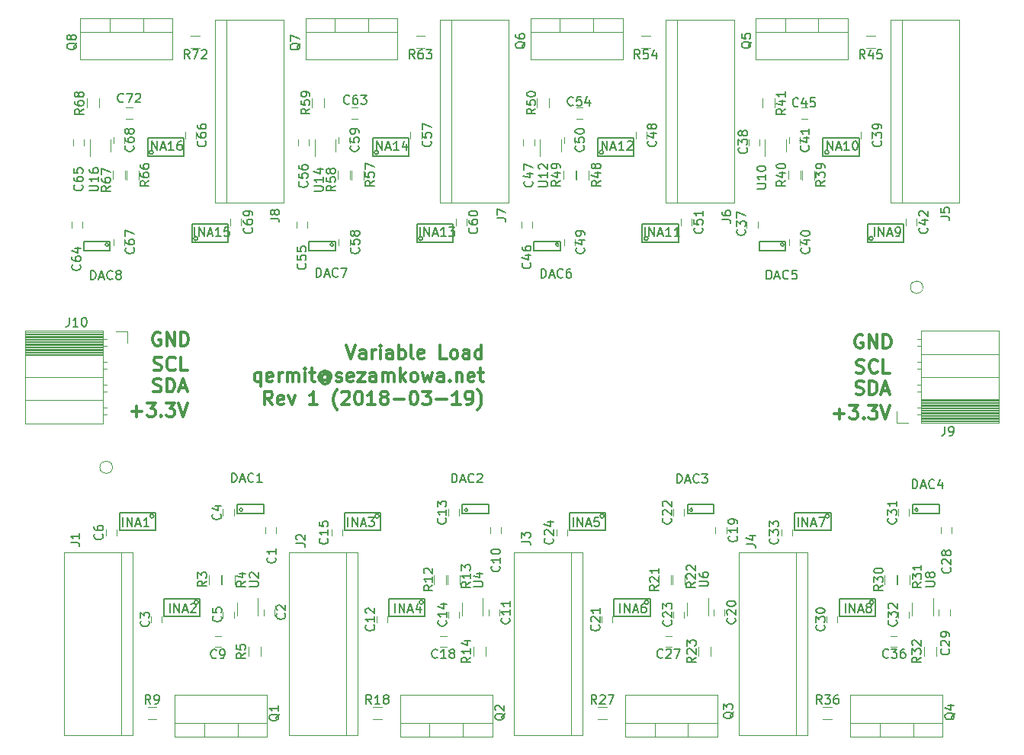
<source format=gbr>
G04 #@! TF.GenerationSoftware,KiCad,Pcbnew,(5.0.0-rc2-dev-206-ge4d512a29)*
G04 #@! TF.CreationDate,2018-03-29T18:07:49+02:00*
G04 #@! TF.ProjectId,Koczon,4B6F637A6F6E2E6B696361645F706362,1*
G04 #@! TF.SameCoordinates,Original*
G04 #@! TF.FileFunction,Legend,Top*
G04 #@! TF.FilePolarity,Positive*
%FSLAX46Y46*%
G04 Gerber Fmt 4.6, Leading zero omitted, Abs format (unit mm)*
G04 Created by KiCad (PCBNEW (5.0.0-rc2-dev-206-ge4d512a29)) date 03/29/18 18:07:49*
%MOMM*%
%LPD*%
G01*
G04 APERTURE LIST*
%ADD10C,0.300000*%
%ADD11C,0.120000*%
%ADD12C,0.150000*%
G04 APERTURE END LIST*
D10*
X130050857Y-84206477D02*
X130550857Y-85706477D01*
X131050857Y-84206477D01*
X132193714Y-85706477D02*
X132193714Y-84920763D01*
X132122285Y-84777906D01*
X131979428Y-84706477D01*
X131693714Y-84706477D01*
X131550857Y-84777906D01*
X132193714Y-85635048D02*
X132050857Y-85706477D01*
X131693714Y-85706477D01*
X131550857Y-85635048D01*
X131479428Y-85492191D01*
X131479428Y-85349334D01*
X131550857Y-85206477D01*
X131693714Y-85135048D01*
X132050857Y-85135048D01*
X132193714Y-85063620D01*
X132908000Y-85706477D02*
X132908000Y-84706477D01*
X132908000Y-84992191D02*
X132979428Y-84849334D01*
X133050857Y-84777906D01*
X133193714Y-84706477D01*
X133336571Y-84706477D01*
X133836571Y-85706477D02*
X133836571Y-84706477D01*
X133836571Y-84206477D02*
X133765142Y-84277906D01*
X133836571Y-84349334D01*
X133908000Y-84277906D01*
X133836571Y-84206477D01*
X133836571Y-84349334D01*
X135193714Y-85706477D02*
X135193714Y-84920763D01*
X135122285Y-84777906D01*
X134979428Y-84706477D01*
X134693714Y-84706477D01*
X134550857Y-84777906D01*
X135193714Y-85635048D02*
X135050857Y-85706477D01*
X134693714Y-85706477D01*
X134550857Y-85635048D01*
X134479428Y-85492191D01*
X134479428Y-85349334D01*
X134550857Y-85206477D01*
X134693714Y-85135048D01*
X135050857Y-85135048D01*
X135193714Y-85063620D01*
X135908000Y-85706477D02*
X135908000Y-84206477D01*
X135908000Y-84777906D02*
X136050857Y-84706477D01*
X136336571Y-84706477D01*
X136479428Y-84777906D01*
X136550857Y-84849334D01*
X136622285Y-84992191D01*
X136622285Y-85420763D01*
X136550857Y-85563620D01*
X136479428Y-85635048D01*
X136336571Y-85706477D01*
X136050857Y-85706477D01*
X135908000Y-85635048D01*
X137479428Y-85706477D02*
X137336571Y-85635048D01*
X137265142Y-85492191D01*
X137265142Y-84206477D01*
X138622285Y-85635048D02*
X138479428Y-85706477D01*
X138193714Y-85706477D01*
X138050857Y-85635048D01*
X137979428Y-85492191D01*
X137979428Y-84920763D01*
X138050857Y-84777906D01*
X138193714Y-84706477D01*
X138479428Y-84706477D01*
X138622285Y-84777906D01*
X138693714Y-84920763D01*
X138693714Y-85063620D01*
X137979428Y-85206477D01*
X141193714Y-85706477D02*
X140479428Y-85706477D01*
X140479428Y-84206477D01*
X141908000Y-85706477D02*
X141765142Y-85635048D01*
X141693714Y-85563620D01*
X141622285Y-85420763D01*
X141622285Y-84992191D01*
X141693714Y-84849334D01*
X141765142Y-84777906D01*
X141908000Y-84706477D01*
X142122285Y-84706477D01*
X142265142Y-84777906D01*
X142336571Y-84849334D01*
X142408000Y-84992191D01*
X142408000Y-85420763D01*
X142336571Y-85563620D01*
X142265142Y-85635048D01*
X142122285Y-85706477D01*
X141908000Y-85706477D01*
X143693714Y-85706477D02*
X143693714Y-84920763D01*
X143622285Y-84777906D01*
X143479428Y-84706477D01*
X143193714Y-84706477D01*
X143050857Y-84777906D01*
X143693714Y-85635048D02*
X143550857Y-85706477D01*
X143193714Y-85706477D01*
X143050857Y-85635048D01*
X142979428Y-85492191D01*
X142979428Y-85349334D01*
X143050857Y-85206477D01*
X143193714Y-85135048D01*
X143550857Y-85135048D01*
X143693714Y-85063620D01*
X145050857Y-85706477D02*
X145050857Y-84206477D01*
X145050857Y-85635048D02*
X144908000Y-85706477D01*
X144622285Y-85706477D01*
X144479428Y-85635048D01*
X144408000Y-85563620D01*
X144336571Y-85420763D01*
X144336571Y-84992191D01*
X144408000Y-84849334D01*
X144479428Y-84777906D01*
X144622285Y-84706477D01*
X144908000Y-84706477D01*
X145050857Y-84777906D01*
X120550857Y-87256477D02*
X120550857Y-88756477D01*
X120550857Y-88185048D02*
X120407999Y-88256477D01*
X120122285Y-88256477D01*
X119979428Y-88185048D01*
X119907999Y-88113620D01*
X119836571Y-87970763D01*
X119836571Y-87542191D01*
X119907999Y-87399334D01*
X119979428Y-87327906D01*
X120122285Y-87256477D01*
X120407999Y-87256477D01*
X120550857Y-87327906D01*
X121836571Y-88185048D02*
X121693714Y-88256477D01*
X121407999Y-88256477D01*
X121265142Y-88185048D01*
X121193714Y-88042191D01*
X121193714Y-87470763D01*
X121265142Y-87327906D01*
X121407999Y-87256477D01*
X121693714Y-87256477D01*
X121836571Y-87327906D01*
X121907999Y-87470763D01*
X121907999Y-87613620D01*
X121193714Y-87756477D01*
X122550857Y-88256477D02*
X122550857Y-87256477D01*
X122550857Y-87542191D02*
X122622285Y-87399334D01*
X122693714Y-87327906D01*
X122836571Y-87256477D01*
X122979428Y-87256477D01*
X123479428Y-88256477D02*
X123479428Y-87256477D01*
X123479428Y-87399334D02*
X123550857Y-87327906D01*
X123693714Y-87256477D01*
X123907999Y-87256477D01*
X124050857Y-87327906D01*
X124122285Y-87470763D01*
X124122285Y-88256477D01*
X124122285Y-87470763D02*
X124193714Y-87327906D01*
X124336571Y-87256477D01*
X124550857Y-87256477D01*
X124693714Y-87327906D01*
X124765142Y-87470763D01*
X124765142Y-88256477D01*
X125479428Y-88256477D02*
X125479428Y-87256477D01*
X125479428Y-86756477D02*
X125407999Y-86827906D01*
X125479428Y-86899334D01*
X125550857Y-86827906D01*
X125479428Y-86756477D01*
X125479428Y-86899334D01*
X125979428Y-87256477D02*
X126550857Y-87256477D01*
X126193714Y-86756477D02*
X126193714Y-88042191D01*
X126265142Y-88185048D01*
X126407999Y-88256477D01*
X126550857Y-88256477D01*
X127979428Y-87542191D02*
X127907999Y-87470763D01*
X127765142Y-87399334D01*
X127622285Y-87399334D01*
X127479428Y-87470763D01*
X127407999Y-87542191D01*
X127336571Y-87685048D01*
X127336571Y-87827906D01*
X127407999Y-87970763D01*
X127479428Y-88042191D01*
X127622285Y-88113620D01*
X127765142Y-88113620D01*
X127907999Y-88042191D01*
X127979428Y-87970763D01*
X127979428Y-87399334D02*
X127979428Y-87970763D01*
X128050857Y-88042191D01*
X128122285Y-88042191D01*
X128265142Y-87970763D01*
X128336571Y-87827906D01*
X128336571Y-87470763D01*
X128193714Y-87256477D01*
X127979428Y-87113620D01*
X127693714Y-87042191D01*
X127407999Y-87113620D01*
X127193714Y-87256477D01*
X127050857Y-87470763D01*
X126979428Y-87756477D01*
X127050857Y-88042191D01*
X127193714Y-88256477D01*
X127407999Y-88399334D01*
X127693714Y-88470763D01*
X127979428Y-88399334D01*
X128193714Y-88256477D01*
X128907999Y-88185048D02*
X129050857Y-88256477D01*
X129336571Y-88256477D01*
X129479428Y-88185048D01*
X129550857Y-88042191D01*
X129550857Y-87970763D01*
X129479428Y-87827906D01*
X129336571Y-87756477D01*
X129122285Y-87756477D01*
X128979428Y-87685048D01*
X128907999Y-87542191D01*
X128907999Y-87470763D01*
X128979428Y-87327906D01*
X129122285Y-87256477D01*
X129336571Y-87256477D01*
X129479428Y-87327906D01*
X130765142Y-88185048D02*
X130622285Y-88256477D01*
X130336571Y-88256477D01*
X130193714Y-88185048D01*
X130122285Y-88042191D01*
X130122285Y-87470763D01*
X130193714Y-87327906D01*
X130336571Y-87256477D01*
X130622285Y-87256477D01*
X130765142Y-87327906D01*
X130836571Y-87470763D01*
X130836571Y-87613620D01*
X130122285Y-87756477D01*
X131336571Y-87256477D02*
X132122285Y-87256477D01*
X131336571Y-88256477D01*
X132122285Y-88256477D01*
X133336571Y-88256477D02*
X133336571Y-87470763D01*
X133265142Y-87327906D01*
X133122285Y-87256477D01*
X132836571Y-87256477D01*
X132693714Y-87327906D01*
X133336571Y-88185048D02*
X133193714Y-88256477D01*
X132836571Y-88256477D01*
X132693714Y-88185048D01*
X132622285Y-88042191D01*
X132622285Y-87899334D01*
X132693714Y-87756477D01*
X132836571Y-87685048D01*
X133193714Y-87685048D01*
X133336571Y-87613620D01*
X134050857Y-88256477D02*
X134050857Y-87256477D01*
X134050857Y-87399334D02*
X134122285Y-87327906D01*
X134265142Y-87256477D01*
X134479428Y-87256477D01*
X134622285Y-87327906D01*
X134693714Y-87470763D01*
X134693714Y-88256477D01*
X134693714Y-87470763D02*
X134765142Y-87327906D01*
X134908000Y-87256477D01*
X135122285Y-87256477D01*
X135265142Y-87327906D01*
X135336571Y-87470763D01*
X135336571Y-88256477D01*
X136050857Y-88256477D02*
X136050857Y-86756477D01*
X136193714Y-87685048D02*
X136622285Y-88256477D01*
X136622285Y-87256477D02*
X136050857Y-87827906D01*
X137479428Y-88256477D02*
X137336571Y-88185048D01*
X137265142Y-88113620D01*
X137193714Y-87970763D01*
X137193714Y-87542191D01*
X137265142Y-87399334D01*
X137336571Y-87327906D01*
X137479428Y-87256477D01*
X137693714Y-87256477D01*
X137836571Y-87327906D01*
X137908000Y-87399334D01*
X137979428Y-87542191D01*
X137979428Y-87970763D01*
X137908000Y-88113620D01*
X137836571Y-88185048D01*
X137693714Y-88256477D01*
X137479428Y-88256477D01*
X138479428Y-87256477D02*
X138765142Y-88256477D01*
X139050857Y-87542191D01*
X139336571Y-88256477D01*
X139622285Y-87256477D01*
X140836571Y-88256477D02*
X140836571Y-87470763D01*
X140765142Y-87327906D01*
X140622285Y-87256477D01*
X140336571Y-87256477D01*
X140193714Y-87327906D01*
X140836571Y-88185048D02*
X140693714Y-88256477D01*
X140336571Y-88256477D01*
X140193714Y-88185048D01*
X140122285Y-88042191D01*
X140122285Y-87899334D01*
X140193714Y-87756477D01*
X140336571Y-87685048D01*
X140693714Y-87685048D01*
X140836571Y-87613620D01*
X141550857Y-88113620D02*
X141622285Y-88185048D01*
X141550857Y-88256477D01*
X141479428Y-88185048D01*
X141550857Y-88113620D01*
X141550857Y-88256477D01*
X142265142Y-87256477D02*
X142265142Y-88256477D01*
X142265142Y-87399334D02*
X142336571Y-87327906D01*
X142479428Y-87256477D01*
X142693714Y-87256477D01*
X142836571Y-87327906D01*
X142908000Y-87470763D01*
X142908000Y-88256477D01*
X144193714Y-88185048D02*
X144050857Y-88256477D01*
X143765142Y-88256477D01*
X143622285Y-88185048D01*
X143550857Y-88042191D01*
X143550857Y-87470763D01*
X143622285Y-87327906D01*
X143765142Y-87256477D01*
X144050857Y-87256477D01*
X144193714Y-87327906D01*
X144265142Y-87470763D01*
X144265142Y-87613620D01*
X143550857Y-87756477D01*
X144693714Y-87256477D02*
X145265142Y-87256477D01*
X144908000Y-86756477D02*
X144908000Y-88042191D01*
X144979428Y-88185048D01*
X145122285Y-88256477D01*
X145265142Y-88256477D01*
X121836571Y-90806477D02*
X121336571Y-90092191D01*
X120979428Y-90806477D02*
X120979428Y-89306477D01*
X121550857Y-89306477D01*
X121693714Y-89377906D01*
X121765142Y-89449334D01*
X121836571Y-89592191D01*
X121836571Y-89806477D01*
X121765142Y-89949334D01*
X121693714Y-90020763D01*
X121550857Y-90092191D01*
X120979428Y-90092191D01*
X123050857Y-90735048D02*
X122908000Y-90806477D01*
X122622285Y-90806477D01*
X122479428Y-90735048D01*
X122408000Y-90592191D01*
X122408000Y-90020763D01*
X122479428Y-89877906D01*
X122622285Y-89806477D01*
X122908000Y-89806477D01*
X123050857Y-89877906D01*
X123122285Y-90020763D01*
X123122285Y-90163620D01*
X122408000Y-90306477D01*
X123622285Y-89806477D02*
X123979428Y-90806477D01*
X124336571Y-89806477D01*
X126836571Y-90806477D02*
X125979428Y-90806477D01*
X126408000Y-90806477D02*
X126408000Y-89306477D01*
X126265142Y-89520763D01*
X126122285Y-89663620D01*
X125979428Y-89735048D01*
X129050857Y-91377906D02*
X128979428Y-91306477D01*
X128836571Y-91092191D01*
X128765142Y-90949334D01*
X128693714Y-90735048D01*
X128622285Y-90377906D01*
X128622285Y-90092191D01*
X128693714Y-89735048D01*
X128765142Y-89520763D01*
X128836571Y-89377906D01*
X128979428Y-89163620D01*
X129050857Y-89092191D01*
X129550857Y-89449334D02*
X129622285Y-89377906D01*
X129765142Y-89306477D01*
X130122285Y-89306477D01*
X130265142Y-89377906D01*
X130336571Y-89449334D01*
X130408000Y-89592191D01*
X130408000Y-89735048D01*
X130336571Y-89949334D01*
X129479428Y-90806477D01*
X130408000Y-90806477D01*
X131336571Y-89306477D02*
X131479428Y-89306477D01*
X131622285Y-89377906D01*
X131693714Y-89449334D01*
X131765142Y-89592191D01*
X131836571Y-89877906D01*
X131836571Y-90235048D01*
X131765142Y-90520763D01*
X131693714Y-90663620D01*
X131622285Y-90735048D01*
X131479428Y-90806477D01*
X131336571Y-90806477D01*
X131193714Y-90735048D01*
X131122285Y-90663620D01*
X131050857Y-90520763D01*
X130979428Y-90235048D01*
X130979428Y-89877906D01*
X131050857Y-89592191D01*
X131122285Y-89449334D01*
X131193714Y-89377906D01*
X131336571Y-89306477D01*
X133265142Y-90806477D02*
X132408000Y-90806477D01*
X132836571Y-90806477D02*
X132836571Y-89306477D01*
X132693714Y-89520763D01*
X132550857Y-89663620D01*
X132408000Y-89735048D01*
X134122285Y-89949334D02*
X133979428Y-89877906D01*
X133908000Y-89806477D01*
X133836571Y-89663620D01*
X133836571Y-89592191D01*
X133908000Y-89449334D01*
X133979428Y-89377906D01*
X134122285Y-89306477D01*
X134408000Y-89306477D01*
X134550857Y-89377906D01*
X134622285Y-89449334D01*
X134693714Y-89592191D01*
X134693714Y-89663620D01*
X134622285Y-89806477D01*
X134550857Y-89877906D01*
X134408000Y-89949334D01*
X134122285Y-89949334D01*
X133979428Y-90020763D01*
X133908000Y-90092191D01*
X133836571Y-90235048D01*
X133836571Y-90520763D01*
X133908000Y-90663620D01*
X133979428Y-90735048D01*
X134122285Y-90806477D01*
X134408000Y-90806477D01*
X134550857Y-90735048D01*
X134622285Y-90663620D01*
X134693714Y-90520763D01*
X134693714Y-90235048D01*
X134622285Y-90092191D01*
X134550857Y-90020763D01*
X134408000Y-89949334D01*
X135336571Y-90235048D02*
X136479428Y-90235048D01*
X137479428Y-89306477D02*
X137622285Y-89306477D01*
X137765142Y-89377906D01*
X137836571Y-89449334D01*
X137908000Y-89592191D01*
X137979428Y-89877906D01*
X137979428Y-90235048D01*
X137908000Y-90520763D01*
X137836571Y-90663620D01*
X137765142Y-90735048D01*
X137622285Y-90806477D01*
X137479428Y-90806477D01*
X137336571Y-90735048D01*
X137265142Y-90663620D01*
X137193714Y-90520763D01*
X137122285Y-90235048D01*
X137122285Y-89877906D01*
X137193714Y-89592191D01*
X137265142Y-89449334D01*
X137336571Y-89377906D01*
X137479428Y-89306477D01*
X138479428Y-89306477D02*
X139408000Y-89306477D01*
X138908000Y-89877906D01*
X139122285Y-89877906D01*
X139265142Y-89949334D01*
X139336571Y-90020763D01*
X139408000Y-90163620D01*
X139408000Y-90520763D01*
X139336571Y-90663620D01*
X139265142Y-90735048D01*
X139122285Y-90806477D01*
X138693714Y-90806477D01*
X138550857Y-90735048D01*
X138479428Y-90663620D01*
X140050857Y-90235048D02*
X141193714Y-90235048D01*
X142693714Y-90806477D02*
X141836571Y-90806477D01*
X142265142Y-90806477D02*
X142265142Y-89306477D01*
X142122285Y-89520763D01*
X141979428Y-89663620D01*
X141836571Y-89735048D01*
X143408000Y-90806477D02*
X143693714Y-90806477D01*
X143836571Y-90735048D01*
X143908000Y-90663620D01*
X144050857Y-90449334D01*
X144122285Y-90163620D01*
X144122285Y-89592191D01*
X144050857Y-89449334D01*
X143979428Y-89377906D01*
X143836571Y-89306477D01*
X143550857Y-89306477D01*
X143408000Y-89377906D01*
X143336571Y-89449334D01*
X143265142Y-89592191D01*
X143265142Y-89949334D01*
X143336571Y-90092191D01*
X143408000Y-90163620D01*
X143550857Y-90235048D01*
X143836571Y-90235048D01*
X143979428Y-90163620D01*
X144050857Y-90092191D01*
X144122285Y-89949334D01*
X144622285Y-91377906D02*
X144693714Y-91306477D01*
X144836571Y-91092191D01*
X144908000Y-90949334D01*
X144979428Y-90735048D01*
X145050857Y-90377906D01*
X145050857Y-90092191D01*
X144979428Y-89735048D01*
X144908000Y-89520763D01*
X144836571Y-89377906D01*
X144693714Y-89163620D01*
X144622285Y-89092191D01*
X109385142Y-82827906D02*
X109242285Y-82756477D01*
X109028000Y-82756477D01*
X108813714Y-82827906D01*
X108670857Y-82970763D01*
X108599428Y-83113620D01*
X108528000Y-83399334D01*
X108528000Y-83613620D01*
X108599428Y-83899334D01*
X108670857Y-84042191D01*
X108813714Y-84185048D01*
X109028000Y-84256477D01*
X109170857Y-84256477D01*
X109385142Y-84185048D01*
X109456571Y-84113620D01*
X109456571Y-83613620D01*
X109170857Y-83613620D01*
X110099428Y-84256477D02*
X110099428Y-82756477D01*
X110956571Y-84256477D01*
X110956571Y-82756477D01*
X111670857Y-84256477D02*
X111670857Y-82756477D01*
X112028000Y-82756477D01*
X112242285Y-82827906D01*
X112385142Y-82970763D01*
X112456571Y-83113620D01*
X112528000Y-83399334D01*
X112528000Y-83613620D01*
X112456571Y-83899334D01*
X112385142Y-84042191D01*
X112242285Y-84185048D01*
X112028000Y-84256477D01*
X111670857Y-84256477D01*
X106203000Y-91560048D02*
X107345857Y-91560048D01*
X106774428Y-92131477D02*
X106774428Y-90988620D01*
X107917285Y-90631477D02*
X108845857Y-90631477D01*
X108345857Y-91202906D01*
X108560142Y-91202906D01*
X108703000Y-91274334D01*
X108774428Y-91345763D01*
X108845857Y-91488620D01*
X108845857Y-91845763D01*
X108774428Y-91988620D01*
X108703000Y-92060048D01*
X108560142Y-92131477D01*
X108131571Y-92131477D01*
X107988714Y-92060048D01*
X107917285Y-91988620D01*
X109488714Y-91988620D02*
X109560142Y-92060048D01*
X109488714Y-92131477D01*
X109417285Y-92060048D01*
X109488714Y-91988620D01*
X109488714Y-92131477D01*
X110060142Y-90631477D02*
X110988714Y-90631477D01*
X110488714Y-91202906D01*
X110703000Y-91202906D01*
X110845857Y-91274334D01*
X110917285Y-91345763D01*
X110988714Y-91488620D01*
X110988714Y-91845763D01*
X110917285Y-91988620D01*
X110845857Y-92060048D01*
X110703000Y-92131477D01*
X110274428Y-92131477D01*
X110131571Y-92060048D01*
X110060142Y-91988620D01*
X111417285Y-90631477D02*
X111917285Y-92131477D01*
X112417285Y-90631477D01*
X108667285Y-86935048D02*
X108881571Y-87006477D01*
X109238714Y-87006477D01*
X109381571Y-86935048D01*
X109453000Y-86863620D01*
X109524428Y-86720763D01*
X109524428Y-86577906D01*
X109453000Y-86435048D01*
X109381571Y-86363620D01*
X109238714Y-86292191D01*
X108953000Y-86220763D01*
X108810142Y-86149334D01*
X108738714Y-86077906D01*
X108667285Y-85935048D01*
X108667285Y-85792191D01*
X108738714Y-85649334D01*
X108810142Y-85577906D01*
X108953000Y-85506477D01*
X109310142Y-85506477D01*
X109524428Y-85577906D01*
X111024428Y-86863620D02*
X110953000Y-86935048D01*
X110738714Y-87006477D01*
X110595857Y-87006477D01*
X110381571Y-86935048D01*
X110238714Y-86792191D01*
X110167285Y-86649334D01*
X110095857Y-86363620D01*
X110095857Y-86149334D01*
X110167285Y-85863620D01*
X110238714Y-85720763D01*
X110381571Y-85577906D01*
X110595857Y-85506477D01*
X110738714Y-85506477D01*
X110953000Y-85577906D01*
X111024428Y-85649334D01*
X112381571Y-87006477D02*
X111667285Y-87006477D01*
X111667285Y-85506477D01*
X108631571Y-89310048D02*
X108845857Y-89381477D01*
X109203000Y-89381477D01*
X109345857Y-89310048D01*
X109417285Y-89238620D01*
X109488714Y-89095763D01*
X109488714Y-88952906D01*
X109417285Y-88810048D01*
X109345857Y-88738620D01*
X109203000Y-88667191D01*
X108917285Y-88595763D01*
X108774428Y-88524334D01*
X108703000Y-88452906D01*
X108631571Y-88310048D01*
X108631571Y-88167191D01*
X108703000Y-88024334D01*
X108774428Y-87952906D01*
X108917285Y-87881477D01*
X109274428Y-87881477D01*
X109488714Y-87952906D01*
X110131571Y-89381477D02*
X110131571Y-87881477D01*
X110488714Y-87881477D01*
X110703000Y-87952906D01*
X110845857Y-88095763D01*
X110917285Y-88238620D01*
X110988714Y-88524334D01*
X110988714Y-88738620D01*
X110917285Y-89024334D01*
X110845857Y-89167191D01*
X110703000Y-89310048D01*
X110488714Y-89381477D01*
X110131571Y-89381477D01*
X111560142Y-88952906D02*
X112274428Y-88952906D01*
X111417285Y-89381477D02*
X111917285Y-87881477D01*
X112417285Y-89381477D01*
X187385142Y-83102906D02*
X187242285Y-83031477D01*
X187028000Y-83031477D01*
X186813714Y-83102906D01*
X186670857Y-83245763D01*
X186599428Y-83388620D01*
X186528000Y-83674334D01*
X186528000Y-83888620D01*
X186599428Y-84174334D01*
X186670857Y-84317191D01*
X186813714Y-84460048D01*
X187028000Y-84531477D01*
X187170857Y-84531477D01*
X187385142Y-84460048D01*
X187456571Y-84388620D01*
X187456571Y-83888620D01*
X187170857Y-83888620D01*
X188099428Y-84531477D02*
X188099428Y-83031477D01*
X188956571Y-84531477D01*
X188956571Y-83031477D01*
X189670857Y-84531477D02*
X189670857Y-83031477D01*
X190028000Y-83031477D01*
X190242285Y-83102906D01*
X190385142Y-83245763D01*
X190456571Y-83388620D01*
X190528000Y-83674334D01*
X190528000Y-83888620D01*
X190456571Y-84174334D01*
X190385142Y-84317191D01*
X190242285Y-84460048D01*
X190028000Y-84531477D01*
X189670857Y-84531477D01*
X186667285Y-87210048D02*
X186881571Y-87281477D01*
X187238714Y-87281477D01*
X187381571Y-87210048D01*
X187453000Y-87138620D01*
X187524428Y-86995763D01*
X187524428Y-86852906D01*
X187453000Y-86710048D01*
X187381571Y-86638620D01*
X187238714Y-86567191D01*
X186953000Y-86495763D01*
X186810142Y-86424334D01*
X186738714Y-86352906D01*
X186667285Y-86210048D01*
X186667285Y-86067191D01*
X186738714Y-85924334D01*
X186810142Y-85852906D01*
X186953000Y-85781477D01*
X187310142Y-85781477D01*
X187524428Y-85852906D01*
X189024428Y-87138620D02*
X188953000Y-87210048D01*
X188738714Y-87281477D01*
X188595857Y-87281477D01*
X188381571Y-87210048D01*
X188238714Y-87067191D01*
X188167285Y-86924334D01*
X188095857Y-86638620D01*
X188095857Y-86424334D01*
X188167285Y-86138620D01*
X188238714Y-85995763D01*
X188381571Y-85852906D01*
X188595857Y-85781477D01*
X188738714Y-85781477D01*
X188953000Y-85852906D01*
X189024428Y-85924334D01*
X190381571Y-87281477D02*
X189667285Y-87281477D01*
X189667285Y-85781477D01*
X186631571Y-89585048D02*
X186845857Y-89656477D01*
X187203000Y-89656477D01*
X187345857Y-89585048D01*
X187417285Y-89513620D01*
X187488714Y-89370763D01*
X187488714Y-89227906D01*
X187417285Y-89085048D01*
X187345857Y-89013620D01*
X187203000Y-88942191D01*
X186917285Y-88870763D01*
X186774428Y-88799334D01*
X186703000Y-88727906D01*
X186631571Y-88585048D01*
X186631571Y-88442191D01*
X186703000Y-88299334D01*
X186774428Y-88227906D01*
X186917285Y-88156477D01*
X187274428Y-88156477D01*
X187488714Y-88227906D01*
X188131571Y-89656477D02*
X188131571Y-88156477D01*
X188488714Y-88156477D01*
X188703000Y-88227906D01*
X188845857Y-88370763D01*
X188917285Y-88513620D01*
X188988714Y-88799334D01*
X188988714Y-89013620D01*
X188917285Y-89299334D01*
X188845857Y-89442191D01*
X188703000Y-89585048D01*
X188488714Y-89656477D01*
X188131571Y-89656477D01*
X189560142Y-89227906D02*
X190274428Y-89227906D01*
X189417285Y-89656477D02*
X189917285Y-88156477D01*
X190417285Y-89656477D01*
X184203000Y-91835048D02*
X185345857Y-91835048D01*
X184774428Y-92406477D02*
X184774428Y-91263620D01*
X185917285Y-90906477D02*
X186845857Y-90906477D01*
X186345857Y-91477906D01*
X186560142Y-91477906D01*
X186703000Y-91549334D01*
X186774428Y-91620763D01*
X186845857Y-91763620D01*
X186845857Y-92120763D01*
X186774428Y-92263620D01*
X186703000Y-92335048D01*
X186560142Y-92406477D01*
X186131571Y-92406477D01*
X185988714Y-92335048D01*
X185917285Y-92263620D01*
X187488714Y-92263620D02*
X187560142Y-92335048D01*
X187488714Y-92406477D01*
X187417285Y-92335048D01*
X187488714Y-92263620D01*
X187488714Y-92406477D01*
X188060142Y-90906477D02*
X188988714Y-90906477D01*
X188488714Y-91477906D01*
X188703000Y-91477906D01*
X188845857Y-91549334D01*
X188917285Y-91620763D01*
X188988714Y-91763620D01*
X188988714Y-92120763D01*
X188917285Y-92263620D01*
X188845857Y-92335048D01*
X188703000Y-92406477D01*
X188274428Y-92406477D01*
X188131571Y-92335048D01*
X188060142Y-92263620D01*
X189417285Y-90906477D02*
X189917285Y-92406477D01*
X190417285Y-90906477D01*
D11*
X194078000Y-77752906D02*
G75*
G03X194078000Y-77752906I-700000J0D01*
G01*
X104078000Y-97752906D02*
G75*
G03X104078000Y-97752906I-700000J0D01*
G01*
X106288000Y-127492906D02*
X106288000Y-107172906D01*
X98668000Y-127492906D02*
X98668000Y-107172906D01*
X105018000Y-107172906D02*
X105018000Y-127492906D01*
X106288000Y-107172906D02*
X98668000Y-107172906D01*
X98668000Y-127492906D02*
X106288000Y-127492906D01*
X116348000Y-114476000D02*
X116348000Y-113776000D01*
X117548000Y-113776000D02*
X117548000Y-114476000D01*
X102988000Y-82596000D02*
X102988000Y-85196000D01*
X102988000Y-85196000D02*
X94358000Y-85196000D01*
X94358000Y-85196000D02*
X94358000Y-82596000D01*
X94358000Y-82596000D02*
X102988000Y-82596000D01*
X103418000Y-83546000D02*
X102988000Y-83546000D01*
X103418000Y-84306000D02*
X102988000Y-84306000D01*
X102988000Y-82776000D02*
X94358000Y-82776000D01*
X102988000Y-82896000D02*
X94358000Y-82896000D01*
X102988000Y-83016000D02*
X94358000Y-83016000D01*
X102988000Y-83136000D02*
X94358000Y-83136000D01*
X102988000Y-83256000D02*
X94358000Y-83256000D01*
X102988000Y-83376000D02*
X94358000Y-83376000D01*
X102988000Y-83496000D02*
X94358000Y-83496000D01*
X102988000Y-83616000D02*
X94358000Y-83616000D01*
X102988000Y-83736000D02*
X94358000Y-83736000D01*
X102988000Y-83856000D02*
X94358000Y-83856000D01*
X102988000Y-83976000D02*
X94358000Y-83976000D01*
X102988000Y-84096000D02*
X94358000Y-84096000D01*
X102988000Y-84216000D02*
X94358000Y-84216000D01*
X102988000Y-84336000D02*
X94358000Y-84336000D01*
X102988000Y-84456000D02*
X94358000Y-84456000D01*
X102988000Y-84576000D02*
X94358000Y-84576000D01*
X102988000Y-84696000D02*
X94358000Y-84696000D01*
X102988000Y-84816000D02*
X94358000Y-84816000D01*
X102988000Y-84936000D02*
X94358000Y-84936000D01*
X102988000Y-85056000D02*
X94358000Y-85056000D01*
X102988000Y-85176000D02*
X94358000Y-85176000D01*
X102988000Y-85296000D02*
X94358000Y-85296000D01*
X102988000Y-85196000D02*
X102988000Y-87736000D01*
X102988000Y-87736000D02*
X94358000Y-87736000D01*
X94358000Y-87736000D02*
X94358000Y-85196000D01*
X94358000Y-85196000D02*
X102988000Y-85196000D01*
X103418000Y-86086000D02*
X102988000Y-86086000D01*
X103418000Y-86846000D02*
X102988000Y-86846000D01*
X102988000Y-87736000D02*
X102988000Y-90276000D01*
X102988000Y-90276000D02*
X94358000Y-90276000D01*
X94358000Y-90276000D02*
X94358000Y-87736000D01*
X94358000Y-87736000D02*
X102988000Y-87736000D01*
X103418000Y-88626000D02*
X102988000Y-88626000D01*
X103418000Y-89386000D02*
X102988000Y-89386000D01*
X102988000Y-90276000D02*
X102988000Y-92876000D01*
X102988000Y-92876000D02*
X94358000Y-92876000D01*
X94358000Y-92876000D02*
X94358000Y-90276000D01*
X94358000Y-90276000D02*
X102988000Y-90276000D01*
X103418000Y-91166000D02*
X102988000Y-91166000D01*
X103418000Y-91926000D02*
X102988000Y-91926000D01*
X104448000Y-82656000D02*
X105718000Y-82656000D01*
X105718000Y-82656000D02*
X105718000Y-83926000D01*
X193908000Y-92856000D02*
X193908000Y-90256000D01*
X193908000Y-90256000D02*
X202538000Y-90256000D01*
X202538000Y-90256000D02*
X202538000Y-92856000D01*
X202538000Y-92856000D02*
X193908000Y-92856000D01*
X193478000Y-91906000D02*
X193908000Y-91906000D01*
X193478000Y-91146000D02*
X193908000Y-91146000D01*
X193908000Y-92676000D02*
X202538000Y-92676000D01*
X193908000Y-92556000D02*
X202538000Y-92556000D01*
X193908000Y-92436000D02*
X202538000Y-92436000D01*
X193908000Y-92316000D02*
X202538000Y-92316000D01*
X193908000Y-92196000D02*
X202538000Y-92196000D01*
X193908000Y-92076000D02*
X202538000Y-92076000D01*
X193908000Y-91956000D02*
X202538000Y-91956000D01*
X193908000Y-91836000D02*
X202538000Y-91836000D01*
X193908000Y-91716000D02*
X202538000Y-91716000D01*
X193908000Y-91596000D02*
X202538000Y-91596000D01*
X193908000Y-91476000D02*
X202538000Y-91476000D01*
X193908000Y-91356000D02*
X202538000Y-91356000D01*
X193908000Y-91236000D02*
X202538000Y-91236000D01*
X193908000Y-91116000D02*
X202538000Y-91116000D01*
X193908000Y-90996000D02*
X202538000Y-90996000D01*
X193908000Y-90876000D02*
X202538000Y-90876000D01*
X193908000Y-90756000D02*
X202538000Y-90756000D01*
X193908000Y-90636000D02*
X202538000Y-90636000D01*
X193908000Y-90516000D02*
X202538000Y-90516000D01*
X193908000Y-90396000D02*
X202538000Y-90396000D01*
X193908000Y-90276000D02*
X202538000Y-90276000D01*
X193908000Y-90156000D02*
X202538000Y-90156000D01*
X193908000Y-90256000D02*
X193908000Y-87716000D01*
X193908000Y-87716000D02*
X202538000Y-87716000D01*
X202538000Y-87716000D02*
X202538000Y-90256000D01*
X202538000Y-90256000D02*
X193908000Y-90256000D01*
X193478000Y-89366000D02*
X193908000Y-89366000D01*
X193478000Y-88606000D02*
X193908000Y-88606000D01*
X193908000Y-87716000D02*
X193908000Y-85176000D01*
X193908000Y-85176000D02*
X202538000Y-85176000D01*
X202538000Y-85176000D02*
X202538000Y-87716000D01*
X202538000Y-87716000D02*
X193908000Y-87716000D01*
X193478000Y-86826000D02*
X193908000Y-86826000D01*
X193478000Y-86066000D02*
X193908000Y-86066000D01*
X193908000Y-85176000D02*
X193908000Y-82576000D01*
X193908000Y-82576000D02*
X202538000Y-82576000D01*
X202538000Y-82576000D02*
X202538000Y-85176000D01*
X202538000Y-85176000D02*
X193908000Y-85176000D01*
X193478000Y-84286000D02*
X193908000Y-84286000D01*
X193478000Y-83526000D02*
X193908000Y-83526000D01*
X192448000Y-92796000D02*
X191178000Y-92796000D01*
X191178000Y-92796000D02*
X191178000Y-91526000D01*
X103378000Y-105352906D02*
X103378000Y-104652906D01*
X104578000Y-104652906D02*
X104578000Y-105352906D01*
X131288000Y-127492906D02*
X131288000Y-107172906D01*
X123668000Y-127492906D02*
X123668000Y-107172906D01*
X130018000Y-107172906D02*
X130018000Y-127492906D01*
X131288000Y-107172906D02*
X123668000Y-107172906D01*
X123668000Y-127492906D02*
X131288000Y-127492906D01*
D12*
X109778000Y-112352906D02*
X113778000Y-112352906D01*
X109778000Y-114352906D02*
X109778000Y-112352906D01*
X113778000Y-114352906D02*
X109778000Y-114352906D01*
X113778000Y-112352906D02*
X113778000Y-114352906D01*
X113601607Y-112752906D02*
G75*
G03X113601607Y-112752906I-223607J0D01*
G01*
D11*
X114287000Y-127672906D02*
X114287000Y-126162906D01*
X117988000Y-127672906D02*
X117988000Y-126162906D01*
X121258000Y-126162906D02*
X111018000Y-126162906D01*
X111018000Y-127672906D02*
X111018000Y-123031906D01*
X121258000Y-127672906D02*
X121258000Y-123031906D01*
X121258000Y-123031906D02*
X111018000Y-123031906D01*
X121258000Y-127672906D02*
X111018000Y-127672906D01*
D12*
X145861000Y-102863906D02*
X142940000Y-102863906D01*
X145861000Y-101847906D02*
X145861000Y-102863906D01*
X142940000Y-101847906D02*
X145861000Y-101847906D01*
X142940000Y-102863906D02*
X142940000Y-101847906D01*
X143500605Y-102482906D02*
G75*
G03X143500605Y-102482906I-179605J0D01*
G01*
X104848000Y-102776000D02*
X108848000Y-102776000D01*
X104848000Y-104776000D02*
X104848000Y-102776000D01*
X108848000Y-104776000D02*
X104848000Y-104776000D01*
X108848000Y-102776000D02*
X108848000Y-104776000D01*
X108671607Y-103176000D02*
G75*
G03X108671607Y-103176000I-223607J0D01*
G01*
D11*
X122248000Y-104376000D02*
X122248000Y-105076000D01*
X121048000Y-105076000D02*
X121048000Y-104376000D01*
X122048000Y-113526000D02*
X122048000Y-114226000D01*
X120848000Y-114226000D02*
X120848000Y-113526000D01*
X109578000Y-114302906D02*
X109578000Y-115002906D01*
X108378000Y-115002906D02*
X108378000Y-114302906D01*
X117548000Y-102426000D02*
X117548000Y-103126000D01*
X116348000Y-103126000D02*
X116348000Y-102426000D01*
X119168000Y-118726000D02*
X119168000Y-117726000D01*
X120528000Y-117726000D02*
X120528000Y-118726000D01*
X116178000Y-117702906D02*
X115478000Y-117702906D01*
X115478000Y-116502906D02*
X116178000Y-116502906D01*
X147248000Y-104376000D02*
X147248000Y-105076000D01*
X146048000Y-105076000D02*
X146048000Y-104376000D01*
X147048000Y-113526000D02*
X147048000Y-114226000D01*
X145848000Y-114226000D02*
X145848000Y-113526000D01*
X134578000Y-114302906D02*
X134578000Y-115002906D01*
X133378000Y-115002906D02*
X133378000Y-114302906D01*
X142548000Y-102426000D02*
X142548000Y-103126000D01*
X141348000Y-103126000D02*
X141348000Y-102426000D01*
X141348000Y-114476000D02*
X141348000Y-113776000D01*
X142548000Y-113776000D02*
X142548000Y-114476000D01*
X128378000Y-105352906D02*
X128378000Y-104652906D01*
X129578000Y-104652906D02*
X129578000Y-105352906D01*
X141178000Y-117702906D02*
X140478000Y-117702906D01*
X140478000Y-116502906D02*
X141178000Y-116502906D01*
X172248000Y-104376000D02*
X172248000Y-105076000D01*
X171048000Y-105076000D02*
X171048000Y-104376000D01*
X172048000Y-113526000D02*
X172048000Y-114226000D01*
X170848000Y-114226000D02*
X170848000Y-113526000D01*
X159578000Y-114302906D02*
X159578000Y-115002906D01*
X158378000Y-115002906D02*
X158378000Y-114302906D01*
X167548000Y-102426000D02*
X167548000Y-103126000D01*
X166348000Y-103126000D02*
X166348000Y-102426000D01*
X166348000Y-114476000D02*
X166348000Y-113776000D01*
X167548000Y-113776000D02*
X167548000Y-114476000D01*
X153378000Y-105352906D02*
X153378000Y-104652906D01*
X154578000Y-104652906D02*
X154578000Y-105352906D01*
X166178000Y-117702906D02*
X165478000Y-117702906D01*
X165478000Y-116502906D02*
X166178000Y-116502906D01*
X197248000Y-104376000D02*
X197248000Y-105076000D01*
X196048000Y-105076000D02*
X196048000Y-104376000D01*
X197048000Y-113526000D02*
X197048000Y-114226000D01*
X195848000Y-114226000D02*
X195848000Y-113526000D01*
X184578000Y-114302906D02*
X184578000Y-115002906D01*
X183378000Y-115002906D02*
X183378000Y-114302906D01*
X192548000Y-102426000D02*
X192548000Y-103126000D01*
X191348000Y-103126000D02*
X191348000Y-102426000D01*
X191348000Y-114476000D02*
X191348000Y-113776000D01*
X192548000Y-113776000D02*
X192548000Y-114476000D01*
X178378000Y-105352906D02*
X178378000Y-104652906D01*
X179578000Y-104652906D02*
X179578000Y-105352906D01*
X191178000Y-117702906D02*
X190478000Y-117702906D01*
X190478000Y-116502906D02*
X191178000Y-116502906D01*
X174510142Y-71129812D02*
X174510142Y-70429812D01*
X175710142Y-70429812D02*
X175710142Y-71129812D01*
X174710142Y-61979812D02*
X174710142Y-61279812D01*
X175910142Y-61279812D02*
X175910142Y-61979812D01*
X187180142Y-61202906D02*
X187180142Y-60502906D01*
X188380142Y-60502906D02*
X188380142Y-61202906D01*
X179210142Y-73079812D02*
X179210142Y-72379812D01*
X180410142Y-72379812D02*
X180410142Y-73079812D01*
X180410142Y-61029812D02*
X180410142Y-61729812D01*
X179210142Y-61729812D02*
X179210142Y-61029812D01*
X193380142Y-70152906D02*
X193380142Y-70852906D01*
X192180142Y-70852906D02*
X192180142Y-70152906D01*
X180580142Y-57802906D02*
X181280142Y-57802906D01*
X181280142Y-59002906D02*
X180580142Y-59002906D01*
X149510142Y-71129812D02*
X149510142Y-70429812D01*
X150710142Y-70429812D02*
X150710142Y-71129812D01*
X149710142Y-61979812D02*
X149710142Y-61279812D01*
X150910142Y-61279812D02*
X150910142Y-61979812D01*
X162180142Y-61202906D02*
X162180142Y-60502906D01*
X163380142Y-60502906D02*
X163380142Y-61202906D01*
X154210142Y-73079812D02*
X154210142Y-72379812D01*
X155410142Y-72379812D02*
X155410142Y-73079812D01*
X155410142Y-61029812D02*
X155410142Y-61729812D01*
X154210142Y-61729812D02*
X154210142Y-61029812D01*
X168380142Y-70152906D02*
X168380142Y-70852906D01*
X167180142Y-70852906D02*
X167180142Y-70152906D01*
X155580142Y-57802906D02*
X156280142Y-57802906D01*
X156280142Y-59002906D02*
X155580142Y-59002906D01*
X124510142Y-71129812D02*
X124510142Y-70429812D01*
X125710142Y-70429812D02*
X125710142Y-71129812D01*
X124710142Y-61979812D02*
X124710142Y-61279812D01*
X125910142Y-61279812D02*
X125910142Y-61979812D01*
X137180142Y-61202906D02*
X137180142Y-60502906D01*
X138380142Y-60502906D02*
X138380142Y-61202906D01*
X129210142Y-73079812D02*
X129210142Y-72379812D01*
X130410142Y-72379812D02*
X130410142Y-73079812D01*
X130410142Y-61029812D02*
X130410142Y-61729812D01*
X129210142Y-61729812D02*
X129210142Y-61029812D01*
X143380142Y-70152906D02*
X143380142Y-70852906D01*
X142180142Y-70852906D02*
X142180142Y-70152906D01*
X130580142Y-57802906D02*
X131280142Y-57802906D01*
X131280142Y-59002906D02*
X130580142Y-59002906D01*
X99510142Y-71129812D02*
X99510142Y-70429812D01*
X100710142Y-70429812D02*
X100710142Y-71129812D01*
X99710142Y-61979812D02*
X99710142Y-61279812D01*
X100910142Y-61279812D02*
X100910142Y-61979812D01*
X112180142Y-61202906D02*
X112180142Y-60502906D01*
X113380142Y-60502906D02*
X113380142Y-61202906D01*
X104210142Y-73079812D02*
X104210142Y-72379812D01*
X105410142Y-72379812D02*
X105410142Y-73079812D01*
X105410142Y-61029812D02*
X105410142Y-61729812D01*
X104210142Y-61729812D02*
X104210142Y-61029812D01*
X118380142Y-70152906D02*
X118380142Y-70852906D01*
X117180142Y-70852906D02*
X117180142Y-70152906D01*
X105580142Y-57802906D02*
X106280142Y-57802906D01*
X106280142Y-59002906D02*
X105580142Y-59002906D01*
D12*
X120861000Y-102863906D02*
X117940000Y-102863906D01*
X120861000Y-101847906D02*
X120861000Y-102863906D01*
X117940000Y-101847906D02*
X120861000Y-101847906D01*
X117940000Y-102863906D02*
X117940000Y-101847906D01*
X118500605Y-102482906D02*
G75*
G03X118500605Y-102482906I-179605J0D01*
G01*
X170861000Y-102863906D02*
X167940000Y-102863906D01*
X170861000Y-101847906D02*
X170861000Y-102863906D01*
X167940000Y-101847906D02*
X170861000Y-101847906D01*
X167940000Y-102863906D02*
X167940000Y-101847906D01*
X168500605Y-102482906D02*
G75*
G03X168500605Y-102482906I-179605J0D01*
G01*
X195861000Y-102863906D02*
X192940000Y-102863906D01*
X195861000Y-101847906D02*
X195861000Y-102863906D01*
X192940000Y-101847906D02*
X195861000Y-101847906D01*
X192940000Y-102863906D02*
X192940000Y-101847906D01*
X193500605Y-102482906D02*
G75*
G03X193500605Y-102482906I-179605J0D01*
G01*
X175897142Y-72641906D02*
X178818142Y-72641906D01*
X175897142Y-73657906D02*
X175897142Y-72641906D01*
X178818142Y-73657906D02*
X175897142Y-73657906D01*
X178818142Y-72641906D02*
X178818142Y-73657906D01*
X178616747Y-73022906D02*
G75*
G03X178616747Y-73022906I-179605J0D01*
G01*
X150897142Y-72641906D02*
X153818142Y-72641906D01*
X150897142Y-73657906D02*
X150897142Y-72641906D01*
X153818142Y-73657906D02*
X150897142Y-73657906D01*
X153818142Y-72641906D02*
X153818142Y-73657906D01*
X153616747Y-73022906D02*
G75*
G03X153616747Y-73022906I-179605J0D01*
G01*
X125897142Y-72641906D02*
X128818142Y-72641906D01*
X125897142Y-73657906D02*
X125897142Y-72641906D01*
X128818142Y-73657906D02*
X125897142Y-73657906D01*
X128818142Y-72641906D02*
X128818142Y-73657906D01*
X128616747Y-73022906D02*
G75*
G03X128616747Y-73022906I-179605J0D01*
G01*
X100897142Y-72641906D02*
X103818142Y-72641906D01*
X100897142Y-73657906D02*
X100897142Y-72641906D01*
X103818142Y-73657906D02*
X100897142Y-73657906D01*
X103818142Y-72641906D02*
X103818142Y-73657906D01*
X103616747Y-73022906D02*
G75*
G03X103616747Y-73022906I-179605J0D01*
G01*
X129848000Y-102776000D02*
X133848000Y-102776000D01*
X129848000Y-104776000D02*
X129848000Y-102776000D01*
X133848000Y-104776000D02*
X129848000Y-104776000D01*
X133848000Y-102776000D02*
X133848000Y-104776000D01*
X133671607Y-103176000D02*
G75*
G03X133671607Y-103176000I-223607J0D01*
G01*
X134778000Y-112352906D02*
X138778000Y-112352906D01*
X134778000Y-114352906D02*
X134778000Y-112352906D01*
X138778000Y-114352906D02*
X134778000Y-114352906D01*
X138778000Y-112352906D02*
X138778000Y-114352906D01*
X138601607Y-112752906D02*
G75*
G03X138601607Y-112752906I-223607J0D01*
G01*
X154848000Y-102776000D02*
X158848000Y-102776000D01*
X154848000Y-104776000D02*
X154848000Y-102776000D01*
X158848000Y-104776000D02*
X154848000Y-104776000D01*
X158848000Y-102776000D02*
X158848000Y-104776000D01*
X158671607Y-103176000D02*
G75*
G03X158671607Y-103176000I-223607J0D01*
G01*
X159778000Y-112352906D02*
X163778000Y-112352906D01*
X159778000Y-114352906D02*
X159778000Y-112352906D01*
X163778000Y-114352906D02*
X159778000Y-114352906D01*
X163778000Y-112352906D02*
X163778000Y-114352906D01*
X163601607Y-112752906D02*
G75*
G03X163601607Y-112752906I-223607J0D01*
G01*
X179848000Y-102776000D02*
X183848000Y-102776000D01*
X179848000Y-104776000D02*
X179848000Y-102776000D01*
X183848000Y-104776000D02*
X179848000Y-104776000D01*
X183848000Y-102776000D02*
X183848000Y-104776000D01*
X183671607Y-103176000D02*
G75*
G03X183671607Y-103176000I-223607J0D01*
G01*
X184778000Y-112352906D02*
X188778000Y-112352906D01*
X184778000Y-114352906D02*
X184778000Y-112352906D01*
X188778000Y-114352906D02*
X184778000Y-114352906D01*
X188778000Y-112352906D02*
X188778000Y-114352906D01*
X188601607Y-112752906D02*
G75*
G03X188601607Y-112752906I-223607J0D01*
G01*
X191910142Y-72729812D02*
X187910142Y-72729812D01*
X191910142Y-70729812D02*
X191910142Y-72729812D01*
X187910142Y-70729812D02*
X191910142Y-70729812D01*
X187910142Y-72729812D02*
X187910142Y-70729812D01*
X188533749Y-72329812D02*
G75*
G03X188533749Y-72329812I-223607J0D01*
G01*
X186980142Y-63152906D02*
X182980142Y-63152906D01*
X186980142Y-61152906D02*
X186980142Y-63152906D01*
X182980142Y-61152906D02*
X186980142Y-61152906D01*
X182980142Y-63152906D02*
X182980142Y-61152906D01*
X183603749Y-62752906D02*
G75*
G03X183603749Y-62752906I-223607J0D01*
G01*
X166910142Y-72729812D02*
X162910142Y-72729812D01*
X166910142Y-70729812D02*
X166910142Y-72729812D01*
X162910142Y-70729812D02*
X166910142Y-70729812D01*
X162910142Y-72729812D02*
X162910142Y-70729812D01*
X163533749Y-72329812D02*
G75*
G03X163533749Y-72329812I-223607J0D01*
G01*
X161980142Y-63152906D02*
X157980142Y-63152906D01*
X161980142Y-61152906D02*
X161980142Y-63152906D01*
X157980142Y-61152906D02*
X161980142Y-61152906D01*
X157980142Y-63152906D02*
X157980142Y-61152906D01*
X158603749Y-62752906D02*
G75*
G03X158603749Y-62752906I-223607J0D01*
G01*
X141910142Y-72729812D02*
X137910142Y-72729812D01*
X141910142Y-70729812D02*
X141910142Y-72729812D01*
X137910142Y-70729812D02*
X141910142Y-70729812D01*
X137910142Y-72729812D02*
X137910142Y-70729812D01*
X138533749Y-72329812D02*
G75*
G03X138533749Y-72329812I-223607J0D01*
G01*
X136980142Y-63152906D02*
X132980142Y-63152906D01*
X136980142Y-61152906D02*
X136980142Y-63152906D01*
X132980142Y-61152906D02*
X136980142Y-61152906D01*
X132980142Y-63152906D02*
X132980142Y-61152906D01*
X133603749Y-62752906D02*
G75*
G03X133603749Y-62752906I-223607J0D01*
G01*
X116910142Y-72729812D02*
X112910142Y-72729812D01*
X116910142Y-70729812D02*
X116910142Y-72729812D01*
X112910142Y-70729812D02*
X116910142Y-70729812D01*
X112910142Y-72729812D02*
X112910142Y-70729812D01*
X113533749Y-72329812D02*
G75*
G03X113533749Y-72329812I-223607J0D01*
G01*
X111980142Y-63152906D02*
X107980142Y-63152906D01*
X111980142Y-61152906D02*
X111980142Y-63152906D01*
X107980142Y-61152906D02*
X111980142Y-61152906D01*
X107980142Y-63152906D02*
X107980142Y-61152906D01*
X108603749Y-62752906D02*
G75*
G03X108603749Y-62752906I-223607J0D01*
G01*
D11*
X156288000Y-127492906D02*
X156288000Y-107172906D01*
X148668000Y-127492906D02*
X148668000Y-107172906D01*
X155018000Y-107172906D02*
X155018000Y-127492906D01*
X156288000Y-107172906D02*
X148668000Y-107172906D01*
X148668000Y-127492906D02*
X156288000Y-127492906D01*
X181288000Y-127492906D02*
X181288000Y-107172906D01*
X173668000Y-127492906D02*
X173668000Y-107172906D01*
X180018000Y-107172906D02*
X180018000Y-127492906D01*
X181288000Y-107172906D02*
X173668000Y-107172906D01*
X173668000Y-127492906D02*
X181288000Y-127492906D01*
X190470142Y-48012906D02*
X190470142Y-68332906D01*
X198090142Y-48012906D02*
X198090142Y-68332906D01*
X191740142Y-68332906D02*
X191740142Y-48012906D01*
X190470142Y-68332906D02*
X198090142Y-68332906D01*
X198090142Y-48012906D02*
X190470142Y-48012906D01*
X165470142Y-48012906D02*
X165470142Y-68332906D01*
X173090142Y-48012906D02*
X173090142Y-68332906D01*
X166740142Y-68332906D02*
X166740142Y-48012906D01*
X165470142Y-68332906D02*
X173090142Y-68332906D01*
X173090142Y-48012906D02*
X165470142Y-48012906D01*
X140470142Y-48012906D02*
X140470142Y-68332906D01*
X148090142Y-48012906D02*
X148090142Y-68332906D01*
X141740142Y-68332906D02*
X141740142Y-48012906D01*
X140470142Y-68332906D02*
X148090142Y-68332906D01*
X148090142Y-48012906D02*
X140470142Y-48012906D01*
X115470142Y-48012906D02*
X115470142Y-68332906D01*
X123090142Y-48012906D02*
X123090142Y-68332906D01*
X116740142Y-68332906D02*
X116740142Y-48012906D01*
X115470142Y-68332906D02*
X123090142Y-68332906D01*
X123090142Y-48012906D02*
X115470142Y-48012906D01*
X139287000Y-127672906D02*
X139287000Y-126162906D01*
X142988000Y-127672906D02*
X142988000Y-126162906D01*
X146258000Y-126162906D02*
X136018000Y-126162906D01*
X136018000Y-127672906D02*
X136018000Y-123031906D01*
X146258000Y-127672906D02*
X146258000Y-123031906D01*
X146258000Y-123031906D02*
X136018000Y-123031906D01*
X146258000Y-127672906D02*
X136018000Y-127672906D01*
X164287000Y-127672906D02*
X164287000Y-126162906D01*
X167988000Y-127672906D02*
X167988000Y-126162906D01*
X171258000Y-126162906D02*
X161018000Y-126162906D01*
X161018000Y-127672906D02*
X161018000Y-123031906D01*
X171258000Y-127672906D02*
X171258000Y-123031906D01*
X171258000Y-123031906D02*
X161018000Y-123031906D01*
X171258000Y-127672906D02*
X161018000Y-127672906D01*
X189287000Y-127672906D02*
X189287000Y-126162906D01*
X192988000Y-127672906D02*
X192988000Y-126162906D01*
X196258000Y-126162906D02*
X186018000Y-126162906D01*
X186018000Y-127672906D02*
X186018000Y-123031906D01*
X196258000Y-127672906D02*
X196258000Y-123031906D01*
X196258000Y-123031906D02*
X186018000Y-123031906D01*
X196258000Y-127672906D02*
X186018000Y-127672906D01*
X182471142Y-47832906D02*
X182471142Y-49342906D01*
X178770142Y-47832906D02*
X178770142Y-49342906D01*
X175500142Y-49342906D02*
X185740142Y-49342906D01*
X185740142Y-47832906D02*
X185740142Y-52473906D01*
X175500142Y-47832906D02*
X175500142Y-52473906D01*
X175500142Y-52473906D02*
X185740142Y-52473906D01*
X175500142Y-47832906D02*
X185740142Y-47832906D01*
X157471142Y-47832906D02*
X157471142Y-49342906D01*
X153770142Y-47832906D02*
X153770142Y-49342906D01*
X150500142Y-49342906D02*
X160740142Y-49342906D01*
X160740142Y-47832906D02*
X160740142Y-52473906D01*
X150500142Y-47832906D02*
X150500142Y-52473906D01*
X150500142Y-52473906D02*
X160740142Y-52473906D01*
X150500142Y-47832906D02*
X160740142Y-47832906D01*
X132471142Y-47832906D02*
X132471142Y-49342906D01*
X128770142Y-47832906D02*
X128770142Y-49342906D01*
X125500142Y-49342906D02*
X135740142Y-49342906D01*
X135740142Y-47832906D02*
X135740142Y-52473906D01*
X125500142Y-47832906D02*
X125500142Y-52473906D01*
X125500142Y-52473906D02*
X135740142Y-52473906D01*
X125500142Y-47832906D02*
X135740142Y-47832906D01*
X107471142Y-47832906D02*
X107471142Y-49342906D01*
X103770142Y-47832906D02*
X103770142Y-49342906D01*
X100500142Y-49342906D02*
X110740142Y-49342906D01*
X110740142Y-47832906D02*
X110740142Y-52473906D01*
X100500142Y-47832906D02*
X100500142Y-52473906D01*
X100500142Y-52473906D02*
X110740142Y-52473906D01*
X100500142Y-47832906D02*
X110740142Y-47832906D01*
X142628000Y-109752906D02*
X142628000Y-110752906D01*
X141268000Y-110752906D02*
X141268000Y-109752906D01*
X144168000Y-118726000D02*
X144168000Y-117726000D01*
X145528000Y-117726000D02*
X145528000Y-118726000D01*
X132978000Y-124372906D02*
X133978000Y-124372906D01*
X133978000Y-125732906D02*
X132978000Y-125732906D01*
X167628000Y-109752906D02*
X167628000Y-110752906D01*
X166268000Y-110752906D02*
X166268000Y-109752906D01*
X169168000Y-118726000D02*
X169168000Y-117726000D01*
X170528000Y-117726000D02*
X170528000Y-118726000D01*
X157978000Y-124372906D02*
X158978000Y-124372906D01*
X158978000Y-125732906D02*
X157978000Y-125732906D01*
X192628000Y-109752906D02*
X192628000Y-110752906D01*
X191268000Y-110752906D02*
X191268000Y-109752906D01*
X194168000Y-118726000D02*
X194168000Y-117726000D01*
X195528000Y-117726000D02*
X195528000Y-118726000D01*
X182978000Y-124372906D02*
X183978000Y-124372906D01*
X183978000Y-125732906D02*
X182978000Y-125732906D01*
X179130142Y-65752906D02*
X179130142Y-64752906D01*
X180490142Y-64752906D02*
X180490142Y-65752906D01*
X177590142Y-56779812D02*
X177590142Y-57779812D01*
X176230142Y-57779812D02*
X176230142Y-56779812D01*
X188780142Y-51132906D02*
X187780142Y-51132906D01*
X187780142Y-49772906D02*
X188780142Y-49772906D01*
X154130142Y-65752906D02*
X154130142Y-64752906D01*
X155490142Y-64752906D02*
X155490142Y-65752906D01*
X152590142Y-56779812D02*
X152590142Y-57779812D01*
X151230142Y-57779812D02*
X151230142Y-56779812D01*
X163780142Y-51132906D02*
X162780142Y-51132906D01*
X162780142Y-49772906D02*
X163780142Y-49772906D01*
X129130142Y-65752906D02*
X129130142Y-64752906D01*
X130490142Y-64752906D02*
X130490142Y-65752906D01*
X127590142Y-56779812D02*
X127590142Y-57779812D01*
X126230142Y-57779812D02*
X126230142Y-56779812D01*
X138780142Y-51132906D02*
X137780142Y-51132906D01*
X137780142Y-49772906D02*
X138780142Y-49772906D01*
X104130142Y-65752906D02*
X104130142Y-64752906D01*
X105490142Y-64752906D02*
X105490142Y-65752906D01*
X102590142Y-56779812D02*
X102590142Y-57779812D01*
X101230142Y-57779812D02*
X101230142Y-56779812D01*
X113780142Y-51132906D02*
X112780142Y-51132906D01*
X112780142Y-49772906D02*
X113780142Y-49772906D01*
X142888000Y-112826000D02*
X142888000Y-114226000D01*
X145208000Y-114226000D02*
X145208000Y-112326000D01*
X167888000Y-112826000D02*
X167888000Y-114226000D01*
X170208000Y-114226000D02*
X170208000Y-112326000D01*
X192888000Y-112826000D02*
X192888000Y-114226000D01*
X195208000Y-114226000D02*
X195208000Y-112326000D01*
X178870142Y-62679812D02*
X178870142Y-61279812D01*
X176550142Y-61279812D02*
X176550142Y-63179812D01*
X153870142Y-62679812D02*
X153870142Y-61279812D01*
X151550142Y-61279812D02*
X151550142Y-63179812D01*
X128870142Y-62679812D02*
X128870142Y-61279812D01*
X126550142Y-61279812D02*
X126550142Y-63179812D01*
X103870142Y-62679812D02*
X103870142Y-61279812D01*
X101550142Y-61279812D02*
X101550142Y-63179812D01*
X117628000Y-109752906D02*
X117628000Y-110752906D01*
X116268000Y-110752906D02*
X116268000Y-109752906D01*
X107978000Y-124372906D02*
X108978000Y-124372906D01*
X108978000Y-125732906D02*
X107978000Y-125732906D01*
X117888000Y-112826000D02*
X117888000Y-114226000D01*
X120208000Y-114226000D02*
X120208000Y-112326000D01*
X116128000Y-109726000D02*
X116128000Y-110726000D01*
X114768000Y-110726000D02*
X114768000Y-109726000D01*
X141128000Y-109726000D02*
X141128000Y-110726000D01*
X139768000Y-110726000D02*
X139768000Y-109726000D01*
X166128000Y-109726000D02*
X166128000Y-110726000D01*
X164768000Y-110726000D02*
X164768000Y-109726000D01*
X191128000Y-109726000D02*
X191128000Y-110726000D01*
X189768000Y-110726000D02*
X189768000Y-109726000D01*
X180630142Y-65779812D02*
X180630142Y-64779812D01*
X181990142Y-64779812D02*
X181990142Y-65779812D01*
X155630142Y-65779812D02*
X155630142Y-64779812D01*
X156990142Y-64779812D02*
X156990142Y-65779812D01*
X130630142Y-65779812D02*
X130630142Y-64779812D01*
X131990142Y-64779812D02*
X131990142Y-65779812D01*
X105630142Y-65779812D02*
X105630142Y-64779812D01*
X106990142Y-64779812D02*
X106990142Y-65779812D01*
D12*
X99430380Y-106136239D02*
X100144666Y-106136239D01*
X100287523Y-106183858D01*
X100382761Y-106279096D01*
X100430380Y-106421953D01*
X100430380Y-106517191D01*
X100430380Y-105136239D02*
X100430380Y-105707667D01*
X100430380Y-105421953D02*
X99430380Y-105421953D01*
X99573238Y-105517191D01*
X99668476Y-105612429D01*
X99716095Y-105707667D01*
X116105142Y-114292666D02*
X116152761Y-114340285D01*
X116200380Y-114483142D01*
X116200380Y-114578380D01*
X116152761Y-114721238D01*
X116057523Y-114816476D01*
X115962285Y-114864095D01*
X115771809Y-114911714D01*
X115628952Y-114911714D01*
X115438476Y-114864095D01*
X115343238Y-114816476D01*
X115248000Y-114721238D01*
X115200380Y-114578380D01*
X115200380Y-114483142D01*
X115248000Y-114340285D01*
X115295619Y-114292666D01*
X115200380Y-113387904D02*
X115200380Y-113864095D01*
X115676571Y-113911714D01*
X115628952Y-113864095D01*
X115581333Y-113768857D01*
X115581333Y-113530761D01*
X115628952Y-113435523D01*
X115676571Y-113387904D01*
X115771809Y-113340285D01*
X116009904Y-113340285D01*
X116105142Y-113387904D01*
X116152761Y-113435523D01*
X116200380Y-113530761D01*
X116200380Y-113768857D01*
X116152761Y-113864095D01*
X116105142Y-113911714D01*
X99258476Y-81108380D02*
X99258476Y-81822666D01*
X99210857Y-81965523D01*
X99115619Y-82060761D01*
X98972761Y-82108380D01*
X98877523Y-82108380D01*
X100258476Y-82108380D02*
X99687047Y-82108380D01*
X99972761Y-82108380D02*
X99972761Y-81108380D01*
X99877523Y-81251238D01*
X99782285Y-81346476D01*
X99687047Y-81394095D01*
X100877523Y-81108380D02*
X100972761Y-81108380D01*
X101068000Y-81156000D01*
X101115619Y-81203619D01*
X101163238Y-81298857D01*
X101210857Y-81489333D01*
X101210857Y-81727428D01*
X101163238Y-81917904D01*
X101115619Y-82013142D01*
X101068000Y-82060761D01*
X100972761Y-82108380D01*
X100877523Y-82108380D01*
X100782285Y-82060761D01*
X100734666Y-82013142D01*
X100687047Y-81917904D01*
X100639428Y-81727428D01*
X100639428Y-81489333D01*
X100687047Y-81298857D01*
X100734666Y-81203619D01*
X100782285Y-81156000D01*
X100877523Y-81108380D01*
X196494666Y-93248380D02*
X196494666Y-93962666D01*
X196447047Y-94105523D01*
X196351809Y-94200761D01*
X196208952Y-94248380D01*
X196113714Y-94248380D01*
X197018476Y-94248380D02*
X197208952Y-94248380D01*
X197304190Y-94200761D01*
X197351809Y-94153142D01*
X197447047Y-94010285D01*
X197494666Y-93819809D01*
X197494666Y-93438857D01*
X197447047Y-93343619D01*
X197399428Y-93296000D01*
X197304190Y-93248380D01*
X197113714Y-93248380D01*
X197018476Y-93296000D01*
X196970857Y-93343619D01*
X196923238Y-93438857D01*
X196923238Y-93676952D01*
X196970857Y-93772190D01*
X197018476Y-93819809D01*
X197113714Y-93867428D01*
X197304190Y-93867428D01*
X197399428Y-93819809D01*
X197447047Y-93772190D01*
X197494666Y-93676952D01*
X102935142Y-105169572D02*
X102982761Y-105217191D01*
X103030380Y-105360048D01*
X103030380Y-105455286D01*
X102982761Y-105598144D01*
X102887523Y-105693382D01*
X102792285Y-105741001D01*
X102601809Y-105788620D01*
X102458952Y-105788620D01*
X102268476Y-105741001D01*
X102173238Y-105693382D01*
X102078000Y-105598144D01*
X102030380Y-105455286D01*
X102030380Y-105360048D01*
X102078000Y-105217191D01*
X102125619Y-105169572D01*
X102030380Y-104312429D02*
X102030380Y-104502906D01*
X102078000Y-104598144D01*
X102125619Y-104645763D01*
X102268476Y-104741001D01*
X102458952Y-104788620D01*
X102839904Y-104788620D01*
X102935142Y-104741001D01*
X102982761Y-104693382D01*
X103030380Y-104598144D01*
X103030380Y-104407667D01*
X102982761Y-104312429D01*
X102935142Y-104264810D01*
X102839904Y-104217191D01*
X102601809Y-104217191D01*
X102506571Y-104264810D01*
X102458952Y-104312429D01*
X102411333Y-104407667D01*
X102411333Y-104598144D01*
X102458952Y-104693382D01*
X102506571Y-104741001D01*
X102601809Y-104788620D01*
X124480380Y-106236239D02*
X125194666Y-106236239D01*
X125337523Y-106283858D01*
X125432761Y-106379096D01*
X125480380Y-106521953D01*
X125480380Y-106617191D01*
X124575619Y-105807667D02*
X124528000Y-105760048D01*
X124480380Y-105664810D01*
X124480380Y-105426715D01*
X124528000Y-105331477D01*
X124575619Y-105283858D01*
X124670857Y-105236239D01*
X124766095Y-105236239D01*
X124908952Y-105283858D01*
X125480380Y-105855286D01*
X125480380Y-105236239D01*
X110449428Y-113905286D02*
X110449428Y-112905286D01*
X110925619Y-113905286D02*
X110925619Y-112905286D01*
X111497047Y-113905286D01*
X111497047Y-112905286D01*
X111925619Y-113619572D02*
X112401809Y-113619572D01*
X111830380Y-113905286D02*
X112163714Y-112905286D01*
X112497047Y-113905286D01*
X112782761Y-113000525D02*
X112830380Y-112952906D01*
X112925619Y-112905286D01*
X113163714Y-112905286D01*
X113258952Y-112952906D01*
X113306571Y-113000525D01*
X113354190Y-113095763D01*
X113354190Y-113191001D01*
X113306571Y-113333858D01*
X112735142Y-113905286D01*
X113354190Y-113905286D01*
X122600619Y-125173144D02*
X122553000Y-125268382D01*
X122457761Y-125363620D01*
X122314904Y-125506477D01*
X122267285Y-125601715D01*
X122267285Y-125696953D01*
X122505380Y-125649334D02*
X122457761Y-125744572D01*
X122362523Y-125839810D01*
X122172047Y-125887429D01*
X121838714Y-125887429D01*
X121648238Y-125839810D01*
X121553000Y-125744572D01*
X121505380Y-125649334D01*
X121505380Y-125458858D01*
X121553000Y-125363620D01*
X121648238Y-125268382D01*
X121838714Y-125220763D01*
X122172047Y-125220763D01*
X122362523Y-125268382D01*
X122457761Y-125363620D01*
X122505380Y-125458858D01*
X122505380Y-125649334D01*
X122505380Y-124268382D02*
X122505380Y-124839810D01*
X122505380Y-124554096D02*
X121505380Y-124554096D01*
X121648238Y-124649334D01*
X121743476Y-124744572D01*
X121791095Y-124839810D01*
X141761333Y-99455286D02*
X141761333Y-98455286D01*
X141999428Y-98455286D01*
X142142285Y-98502906D01*
X142237523Y-98598144D01*
X142285142Y-98693382D01*
X142332761Y-98883858D01*
X142332761Y-99026715D01*
X142285142Y-99217191D01*
X142237523Y-99312429D01*
X142142285Y-99407667D01*
X141999428Y-99455286D01*
X141761333Y-99455286D01*
X142713714Y-99169572D02*
X143189904Y-99169572D01*
X142618476Y-99455286D02*
X142951809Y-98455286D01*
X143285142Y-99455286D01*
X144189904Y-99360048D02*
X144142285Y-99407667D01*
X143999428Y-99455286D01*
X143904190Y-99455286D01*
X143761333Y-99407667D01*
X143666095Y-99312429D01*
X143618476Y-99217191D01*
X143570857Y-99026715D01*
X143570857Y-98883858D01*
X143618476Y-98693382D01*
X143666095Y-98598144D01*
X143761333Y-98502906D01*
X143904190Y-98455286D01*
X143999428Y-98455286D01*
X144142285Y-98502906D01*
X144189904Y-98550525D01*
X144570857Y-98550525D02*
X144618476Y-98502906D01*
X144713714Y-98455286D01*
X144951809Y-98455286D01*
X145047047Y-98502906D01*
X145094666Y-98550525D01*
X145142285Y-98645763D01*
X145142285Y-98741001D01*
X145094666Y-98883858D01*
X144523238Y-99455286D01*
X145142285Y-99455286D01*
X105219428Y-104328380D02*
X105219428Y-103328380D01*
X105695619Y-104328380D02*
X105695619Y-103328380D01*
X106267047Y-104328380D01*
X106267047Y-103328380D01*
X106695619Y-104042666D02*
X107171809Y-104042666D01*
X106600380Y-104328380D02*
X106933714Y-103328380D01*
X107267047Y-104328380D01*
X108124190Y-104328380D02*
X107552761Y-104328380D01*
X107838476Y-104328380D02*
X107838476Y-103328380D01*
X107743238Y-103471238D01*
X107648000Y-103566476D01*
X107552761Y-103614095D01*
X122135142Y-107769572D02*
X122182761Y-107817191D01*
X122230380Y-107960048D01*
X122230380Y-108055286D01*
X122182761Y-108198144D01*
X122087523Y-108293382D01*
X121992285Y-108341001D01*
X121801809Y-108388620D01*
X121658952Y-108388620D01*
X121468476Y-108341001D01*
X121373238Y-108293382D01*
X121278000Y-108198144D01*
X121230380Y-108055286D01*
X121230380Y-107960048D01*
X121278000Y-107817191D01*
X121325619Y-107769572D01*
X122230380Y-106817191D02*
X122230380Y-107388620D01*
X122230380Y-107102906D02*
X121230380Y-107102906D01*
X121373238Y-107198144D01*
X121468476Y-107293382D01*
X121516095Y-107388620D01*
X123185142Y-114019572D02*
X123232761Y-114067191D01*
X123280380Y-114210048D01*
X123280380Y-114305286D01*
X123232761Y-114448144D01*
X123137523Y-114543382D01*
X123042285Y-114591001D01*
X122851809Y-114638620D01*
X122708952Y-114638620D01*
X122518476Y-114591001D01*
X122423238Y-114543382D01*
X122328000Y-114448144D01*
X122280380Y-114305286D01*
X122280380Y-114210048D01*
X122328000Y-114067191D01*
X122375619Y-114019572D01*
X122375619Y-113638620D02*
X122328000Y-113591001D01*
X122280380Y-113495763D01*
X122280380Y-113257667D01*
X122328000Y-113162429D01*
X122375619Y-113114810D01*
X122470857Y-113067191D01*
X122566095Y-113067191D01*
X122708952Y-113114810D01*
X123280380Y-113686239D01*
X123280380Y-113067191D01*
X108085142Y-114819572D02*
X108132761Y-114867191D01*
X108180380Y-115010048D01*
X108180380Y-115105286D01*
X108132761Y-115248144D01*
X108037523Y-115343382D01*
X107942285Y-115391001D01*
X107751809Y-115438620D01*
X107608952Y-115438620D01*
X107418476Y-115391001D01*
X107323238Y-115343382D01*
X107228000Y-115248144D01*
X107180380Y-115105286D01*
X107180380Y-115010048D01*
X107228000Y-114867191D01*
X107275619Y-114819572D01*
X107180380Y-114486239D02*
X107180380Y-113867191D01*
X107561333Y-114200525D01*
X107561333Y-114057667D01*
X107608952Y-113962429D01*
X107656571Y-113914810D01*
X107751809Y-113867191D01*
X107989904Y-113867191D01*
X108085142Y-113914810D01*
X108132761Y-113962429D01*
X108180380Y-114057667D01*
X108180380Y-114343382D01*
X108132761Y-114438620D01*
X108085142Y-114486239D01*
X116055142Y-102942666D02*
X116102761Y-102990285D01*
X116150380Y-103133142D01*
X116150380Y-103228380D01*
X116102761Y-103371238D01*
X116007523Y-103466476D01*
X115912285Y-103514095D01*
X115721809Y-103561714D01*
X115578952Y-103561714D01*
X115388476Y-103514095D01*
X115293238Y-103466476D01*
X115198000Y-103371238D01*
X115150380Y-103228380D01*
X115150380Y-103133142D01*
X115198000Y-102990285D01*
X115245619Y-102942666D01*
X115483714Y-102085523D02*
X116150380Y-102085523D01*
X115102761Y-102323619D02*
X115817047Y-102561714D01*
X115817047Y-101942666D01*
X118850380Y-118392666D02*
X118374190Y-118726000D01*
X118850380Y-118964095D02*
X117850380Y-118964095D01*
X117850380Y-118583142D01*
X117898000Y-118487904D01*
X117945619Y-118440285D01*
X118040857Y-118392666D01*
X118183714Y-118392666D01*
X118278952Y-118440285D01*
X118326571Y-118487904D01*
X118374190Y-118583142D01*
X118374190Y-118964095D01*
X117850380Y-117487904D02*
X117850380Y-117964095D01*
X118326571Y-118011714D01*
X118278952Y-117964095D01*
X118231333Y-117868857D01*
X118231333Y-117630761D01*
X118278952Y-117535523D01*
X118326571Y-117487904D01*
X118421809Y-117440285D01*
X118659904Y-117440285D01*
X118755142Y-117487904D01*
X118802761Y-117535523D01*
X118850380Y-117630761D01*
X118850380Y-117868857D01*
X118802761Y-117964095D01*
X118755142Y-118011714D01*
X115611333Y-118910048D02*
X115563714Y-118957667D01*
X115420857Y-119005286D01*
X115325619Y-119005286D01*
X115182761Y-118957667D01*
X115087523Y-118862429D01*
X115039904Y-118767191D01*
X114992285Y-118576715D01*
X114992285Y-118433858D01*
X115039904Y-118243382D01*
X115087523Y-118148144D01*
X115182761Y-118052906D01*
X115325619Y-118005286D01*
X115420857Y-118005286D01*
X115563714Y-118052906D01*
X115611333Y-118100525D01*
X116087523Y-119005286D02*
X116278000Y-119005286D01*
X116373238Y-118957667D01*
X116420857Y-118910048D01*
X116516095Y-118767191D01*
X116563714Y-118576715D01*
X116563714Y-118195763D01*
X116516095Y-118100525D01*
X116468476Y-118052906D01*
X116373238Y-118005286D01*
X116182761Y-118005286D01*
X116087523Y-118052906D01*
X116039904Y-118100525D01*
X115992285Y-118195763D01*
X115992285Y-118433858D01*
X116039904Y-118529096D01*
X116087523Y-118576715D01*
X116182761Y-118624334D01*
X116373238Y-118624334D01*
X116468476Y-118576715D01*
X116516095Y-118529096D01*
X116563714Y-118433858D01*
X147035142Y-108745763D02*
X147082761Y-108793382D01*
X147130380Y-108936239D01*
X147130380Y-109031477D01*
X147082761Y-109174334D01*
X146987523Y-109269572D01*
X146892285Y-109317191D01*
X146701809Y-109364810D01*
X146558952Y-109364810D01*
X146368476Y-109317191D01*
X146273238Y-109269572D01*
X146178000Y-109174334D01*
X146130380Y-109031477D01*
X146130380Y-108936239D01*
X146178000Y-108793382D01*
X146225619Y-108745763D01*
X147130380Y-107793382D02*
X147130380Y-108364810D01*
X147130380Y-108079096D02*
X146130380Y-108079096D01*
X146273238Y-108174334D01*
X146368476Y-108269572D01*
X146416095Y-108364810D01*
X146130380Y-107174334D02*
X146130380Y-107079096D01*
X146178000Y-106983858D01*
X146225619Y-106936239D01*
X146320857Y-106888620D01*
X146511333Y-106841001D01*
X146749428Y-106841001D01*
X146939904Y-106888620D01*
X147035142Y-106936239D01*
X147082761Y-106983858D01*
X147130380Y-107079096D01*
X147130380Y-107174334D01*
X147082761Y-107269572D01*
X147035142Y-107317191D01*
X146939904Y-107364810D01*
X146749428Y-107412429D01*
X146511333Y-107412429D01*
X146320857Y-107364810D01*
X146225619Y-107317191D01*
X146178000Y-107269572D01*
X146130380Y-107174334D01*
X148135142Y-114518857D02*
X148182761Y-114566476D01*
X148230380Y-114709333D01*
X148230380Y-114804571D01*
X148182761Y-114947428D01*
X148087523Y-115042666D01*
X147992285Y-115090285D01*
X147801809Y-115137904D01*
X147658952Y-115137904D01*
X147468476Y-115090285D01*
X147373238Y-115042666D01*
X147278000Y-114947428D01*
X147230380Y-114804571D01*
X147230380Y-114709333D01*
X147278000Y-114566476D01*
X147325619Y-114518857D01*
X148230380Y-113566476D02*
X148230380Y-114137904D01*
X148230380Y-113852190D02*
X147230380Y-113852190D01*
X147373238Y-113947428D01*
X147468476Y-114042666D01*
X147516095Y-114137904D01*
X148230380Y-112614095D02*
X148230380Y-113185523D01*
X148230380Y-112899809D02*
X147230380Y-112899809D01*
X147373238Y-112995047D01*
X147468476Y-113090285D01*
X147516095Y-113185523D01*
X133085142Y-115295763D02*
X133132761Y-115343382D01*
X133180380Y-115486239D01*
X133180380Y-115581477D01*
X133132761Y-115724334D01*
X133037523Y-115819572D01*
X132942285Y-115867191D01*
X132751809Y-115914810D01*
X132608952Y-115914810D01*
X132418476Y-115867191D01*
X132323238Y-115819572D01*
X132228000Y-115724334D01*
X132180380Y-115581477D01*
X132180380Y-115486239D01*
X132228000Y-115343382D01*
X132275619Y-115295763D01*
X133180380Y-114343382D02*
X133180380Y-114914810D01*
X133180380Y-114629096D02*
X132180380Y-114629096D01*
X132323238Y-114724334D01*
X132418476Y-114819572D01*
X132466095Y-114914810D01*
X132275619Y-113962429D02*
X132228000Y-113914810D01*
X132180380Y-113819572D01*
X132180380Y-113581477D01*
X132228000Y-113486239D01*
X132275619Y-113438620D01*
X132370857Y-113391001D01*
X132466095Y-113391001D01*
X132608952Y-113438620D01*
X133180380Y-114010048D01*
X133180380Y-113391001D01*
X141055142Y-103418857D02*
X141102761Y-103466476D01*
X141150380Y-103609333D01*
X141150380Y-103704571D01*
X141102761Y-103847428D01*
X141007523Y-103942666D01*
X140912285Y-103990285D01*
X140721809Y-104037904D01*
X140578952Y-104037904D01*
X140388476Y-103990285D01*
X140293238Y-103942666D01*
X140198000Y-103847428D01*
X140150380Y-103704571D01*
X140150380Y-103609333D01*
X140198000Y-103466476D01*
X140245619Y-103418857D01*
X141150380Y-102466476D02*
X141150380Y-103037904D01*
X141150380Y-102752190D02*
X140150380Y-102752190D01*
X140293238Y-102847428D01*
X140388476Y-102942666D01*
X140436095Y-103037904D01*
X140150380Y-102133142D02*
X140150380Y-101514095D01*
X140531333Y-101847428D01*
X140531333Y-101704571D01*
X140578952Y-101609333D01*
X140626571Y-101561714D01*
X140721809Y-101514095D01*
X140959904Y-101514095D01*
X141055142Y-101561714D01*
X141102761Y-101609333D01*
X141150380Y-101704571D01*
X141150380Y-101990285D01*
X141102761Y-102085523D01*
X141055142Y-102133142D01*
X141105142Y-114768857D02*
X141152761Y-114816476D01*
X141200380Y-114959333D01*
X141200380Y-115054571D01*
X141152761Y-115197428D01*
X141057523Y-115292666D01*
X140962285Y-115340285D01*
X140771809Y-115387904D01*
X140628952Y-115387904D01*
X140438476Y-115340285D01*
X140343238Y-115292666D01*
X140248000Y-115197428D01*
X140200380Y-115054571D01*
X140200380Y-114959333D01*
X140248000Y-114816476D01*
X140295619Y-114768857D01*
X141200380Y-113816476D02*
X141200380Y-114387904D01*
X141200380Y-114102190D02*
X140200380Y-114102190D01*
X140343238Y-114197428D01*
X140438476Y-114292666D01*
X140486095Y-114387904D01*
X140533714Y-112959333D02*
X141200380Y-112959333D01*
X140152761Y-113197428D02*
X140867047Y-113435523D01*
X140867047Y-112816476D01*
X127935142Y-105645763D02*
X127982761Y-105693382D01*
X128030380Y-105836239D01*
X128030380Y-105931477D01*
X127982761Y-106074334D01*
X127887523Y-106169572D01*
X127792285Y-106217191D01*
X127601809Y-106264810D01*
X127458952Y-106264810D01*
X127268476Y-106217191D01*
X127173238Y-106169572D01*
X127078000Y-106074334D01*
X127030380Y-105931477D01*
X127030380Y-105836239D01*
X127078000Y-105693382D01*
X127125619Y-105645763D01*
X128030380Y-104693382D02*
X128030380Y-105264810D01*
X128030380Y-104979096D02*
X127030380Y-104979096D01*
X127173238Y-105074334D01*
X127268476Y-105169572D01*
X127316095Y-105264810D01*
X127030380Y-103788620D02*
X127030380Y-104264810D01*
X127506571Y-104312429D01*
X127458952Y-104264810D01*
X127411333Y-104169572D01*
X127411333Y-103931477D01*
X127458952Y-103836239D01*
X127506571Y-103788620D01*
X127601809Y-103741001D01*
X127839904Y-103741001D01*
X127935142Y-103788620D01*
X127982761Y-103836239D01*
X128030380Y-103931477D01*
X128030380Y-104169572D01*
X127982761Y-104264810D01*
X127935142Y-104312429D01*
X140160142Y-118885048D02*
X140112523Y-118932667D01*
X139969666Y-118980286D01*
X139874428Y-118980286D01*
X139731571Y-118932667D01*
X139636333Y-118837429D01*
X139588714Y-118742191D01*
X139541095Y-118551715D01*
X139541095Y-118408858D01*
X139588714Y-118218382D01*
X139636333Y-118123144D01*
X139731571Y-118027906D01*
X139874428Y-117980286D01*
X139969666Y-117980286D01*
X140112523Y-118027906D01*
X140160142Y-118075525D01*
X141112523Y-118980286D02*
X140541095Y-118980286D01*
X140826809Y-118980286D02*
X140826809Y-117980286D01*
X140731571Y-118123144D01*
X140636333Y-118218382D01*
X140541095Y-118266001D01*
X141683952Y-118408858D02*
X141588714Y-118361239D01*
X141541095Y-118313620D01*
X141493476Y-118218382D01*
X141493476Y-118170763D01*
X141541095Y-118075525D01*
X141588714Y-118027906D01*
X141683952Y-117980286D01*
X141874428Y-117980286D01*
X141969666Y-118027906D01*
X142017285Y-118075525D01*
X142064904Y-118170763D01*
X142064904Y-118218382D01*
X142017285Y-118313620D01*
X141969666Y-118361239D01*
X141874428Y-118408858D01*
X141683952Y-118408858D01*
X141588714Y-118456477D01*
X141541095Y-118504096D01*
X141493476Y-118599334D01*
X141493476Y-118789810D01*
X141541095Y-118885048D01*
X141588714Y-118932667D01*
X141683952Y-118980286D01*
X141874428Y-118980286D01*
X141969666Y-118932667D01*
X142017285Y-118885048D01*
X142064904Y-118789810D01*
X142064904Y-118599334D01*
X142017285Y-118504096D01*
X141969666Y-118456477D01*
X141874428Y-118408858D01*
X173385142Y-105395763D02*
X173432761Y-105443382D01*
X173480380Y-105586239D01*
X173480380Y-105681477D01*
X173432761Y-105824334D01*
X173337523Y-105919572D01*
X173242285Y-105967191D01*
X173051809Y-106014810D01*
X172908952Y-106014810D01*
X172718476Y-105967191D01*
X172623238Y-105919572D01*
X172528000Y-105824334D01*
X172480380Y-105681477D01*
X172480380Y-105586239D01*
X172528000Y-105443382D01*
X172575619Y-105395763D01*
X173480380Y-104443382D02*
X173480380Y-105014810D01*
X173480380Y-104729096D02*
X172480380Y-104729096D01*
X172623238Y-104824334D01*
X172718476Y-104919572D01*
X172766095Y-105014810D01*
X173480380Y-103967191D02*
X173480380Y-103776715D01*
X173432761Y-103681477D01*
X173385142Y-103633858D01*
X173242285Y-103538620D01*
X173051809Y-103491001D01*
X172670857Y-103491001D01*
X172575619Y-103538620D01*
X172528000Y-103586239D01*
X172480380Y-103681477D01*
X172480380Y-103871953D01*
X172528000Y-103967191D01*
X172575619Y-104014810D01*
X172670857Y-104062429D01*
X172908952Y-104062429D01*
X173004190Y-104014810D01*
X173051809Y-103967191D01*
X173099428Y-103871953D01*
X173099428Y-103681477D01*
X173051809Y-103586239D01*
X173004190Y-103538620D01*
X172908952Y-103491001D01*
X173185142Y-114518857D02*
X173232761Y-114566476D01*
X173280380Y-114709333D01*
X173280380Y-114804571D01*
X173232761Y-114947428D01*
X173137523Y-115042666D01*
X173042285Y-115090285D01*
X172851809Y-115137904D01*
X172708952Y-115137904D01*
X172518476Y-115090285D01*
X172423238Y-115042666D01*
X172328000Y-114947428D01*
X172280380Y-114804571D01*
X172280380Y-114709333D01*
X172328000Y-114566476D01*
X172375619Y-114518857D01*
X172375619Y-114137904D02*
X172328000Y-114090285D01*
X172280380Y-113995047D01*
X172280380Y-113756952D01*
X172328000Y-113661714D01*
X172375619Y-113614095D01*
X172470857Y-113566476D01*
X172566095Y-113566476D01*
X172708952Y-113614095D01*
X173280380Y-114185523D01*
X173280380Y-113566476D01*
X172280380Y-112947428D02*
X172280380Y-112852190D01*
X172328000Y-112756952D01*
X172375619Y-112709333D01*
X172470857Y-112661714D01*
X172661333Y-112614095D01*
X172899428Y-112614095D01*
X173089904Y-112661714D01*
X173185142Y-112709333D01*
X173232761Y-112756952D01*
X173280380Y-112852190D01*
X173280380Y-112947428D01*
X173232761Y-113042666D01*
X173185142Y-113090285D01*
X173089904Y-113137904D01*
X172899428Y-113185523D01*
X172661333Y-113185523D01*
X172470857Y-113137904D01*
X172375619Y-113090285D01*
X172328000Y-113042666D01*
X172280380Y-112947428D01*
X158085142Y-115295763D02*
X158132761Y-115343382D01*
X158180380Y-115486239D01*
X158180380Y-115581477D01*
X158132761Y-115724334D01*
X158037523Y-115819572D01*
X157942285Y-115867191D01*
X157751809Y-115914810D01*
X157608952Y-115914810D01*
X157418476Y-115867191D01*
X157323238Y-115819572D01*
X157228000Y-115724334D01*
X157180380Y-115581477D01*
X157180380Y-115486239D01*
X157228000Y-115343382D01*
X157275619Y-115295763D01*
X157275619Y-114914810D02*
X157228000Y-114867191D01*
X157180380Y-114771953D01*
X157180380Y-114533858D01*
X157228000Y-114438620D01*
X157275619Y-114391001D01*
X157370857Y-114343382D01*
X157466095Y-114343382D01*
X157608952Y-114391001D01*
X158180380Y-114962429D01*
X158180380Y-114343382D01*
X158180380Y-113391001D02*
X158180380Y-113962429D01*
X158180380Y-113676715D02*
X157180380Y-113676715D01*
X157323238Y-113771953D01*
X157418476Y-113867191D01*
X157466095Y-113962429D01*
X166055142Y-103418857D02*
X166102761Y-103466476D01*
X166150380Y-103609333D01*
X166150380Y-103704571D01*
X166102761Y-103847428D01*
X166007523Y-103942666D01*
X165912285Y-103990285D01*
X165721809Y-104037904D01*
X165578952Y-104037904D01*
X165388476Y-103990285D01*
X165293238Y-103942666D01*
X165198000Y-103847428D01*
X165150380Y-103704571D01*
X165150380Y-103609333D01*
X165198000Y-103466476D01*
X165245619Y-103418857D01*
X165245619Y-103037904D02*
X165198000Y-102990285D01*
X165150380Y-102895047D01*
X165150380Y-102656952D01*
X165198000Y-102561714D01*
X165245619Y-102514095D01*
X165340857Y-102466476D01*
X165436095Y-102466476D01*
X165578952Y-102514095D01*
X166150380Y-103085523D01*
X166150380Y-102466476D01*
X165245619Y-102085523D02*
X165198000Y-102037904D01*
X165150380Y-101942666D01*
X165150380Y-101704571D01*
X165198000Y-101609333D01*
X165245619Y-101561714D01*
X165340857Y-101514095D01*
X165436095Y-101514095D01*
X165578952Y-101561714D01*
X166150380Y-102133142D01*
X166150380Y-101514095D01*
X166105142Y-114768857D02*
X166152761Y-114816476D01*
X166200380Y-114959333D01*
X166200380Y-115054571D01*
X166152761Y-115197428D01*
X166057523Y-115292666D01*
X165962285Y-115340285D01*
X165771809Y-115387904D01*
X165628952Y-115387904D01*
X165438476Y-115340285D01*
X165343238Y-115292666D01*
X165248000Y-115197428D01*
X165200380Y-115054571D01*
X165200380Y-114959333D01*
X165248000Y-114816476D01*
X165295619Y-114768857D01*
X165295619Y-114387904D02*
X165248000Y-114340285D01*
X165200380Y-114245047D01*
X165200380Y-114006952D01*
X165248000Y-113911714D01*
X165295619Y-113864095D01*
X165390857Y-113816476D01*
X165486095Y-113816476D01*
X165628952Y-113864095D01*
X166200380Y-114435523D01*
X166200380Y-113816476D01*
X165200380Y-113483142D02*
X165200380Y-112864095D01*
X165581333Y-113197428D01*
X165581333Y-113054571D01*
X165628952Y-112959333D01*
X165676571Y-112911714D01*
X165771809Y-112864095D01*
X166009904Y-112864095D01*
X166105142Y-112911714D01*
X166152761Y-112959333D01*
X166200380Y-113054571D01*
X166200380Y-113340285D01*
X166152761Y-113435523D01*
X166105142Y-113483142D01*
X152935142Y-105645763D02*
X152982761Y-105693382D01*
X153030380Y-105836239D01*
X153030380Y-105931477D01*
X152982761Y-106074334D01*
X152887523Y-106169572D01*
X152792285Y-106217191D01*
X152601809Y-106264810D01*
X152458952Y-106264810D01*
X152268476Y-106217191D01*
X152173238Y-106169572D01*
X152078000Y-106074334D01*
X152030380Y-105931477D01*
X152030380Y-105836239D01*
X152078000Y-105693382D01*
X152125619Y-105645763D01*
X152125619Y-105264810D02*
X152078000Y-105217191D01*
X152030380Y-105121953D01*
X152030380Y-104883858D01*
X152078000Y-104788620D01*
X152125619Y-104741001D01*
X152220857Y-104693382D01*
X152316095Y-104693382D01*
X152458952Y-104741001D01*
X153030380Y-105312429D01*
X153030380Y-104693382D01*
X152363714Y-103836239D02*
X153030380Y-103836239D01*
X151982761Y-104074334D02*
X152697047Y-104312429D01*
X152697047Y-103693382D01*
X165185142Y-118860048D02*
X165137523Y-118907667D01*
X164994666Y-118955286D01*
X164899428Y-118955286D01*
X164756571Y-118907667D01*
X164661333Y-118812429D01*
X164613714Y-118717191D01*
X164566095Y-118526715D01*
X164566095Y-118383858D01*
X164613714Y-118193382D01*
X164661333Y-118098144D01*
X164756571Y-118002906D01*
X164899428Y-117955286D01*
X164994666Y-117955286D01*
X165137523Y-118002906D01*
X165185142Y-118050525D01*
X165566095Y-118050525D02*
X165613714Y-118002906D01*
X165708952Y-117955286D01*
X165947047Y-117955286D01*
X166042285Y-118002906D01*
X166089904Y-118050525D01*
X166137523Y-118145763D01*
X166137523Y-118241001D01*
X166089904Y-118383858D01*
X165518476Y-118955286D01*
X166137523Y-118955286D01*
X166470857Y-117955286D02*
X167137523Y-117955286D01*
X166708952Y-118955286D01*
X197085142Y-108895763D02*
X197132761Y-108943382D01*
X197180380Y-109086239D01*
X197180380Y-109181477D01*
X197132761Y-109324334D01*
X197037523Y-109419572D01*
X196942285Y-109467191D01*
X196751809Y-109514810D01*
X196608952Y-109514810D01*
X196418476Y-109467191D01*
X196323238Y-109419572D01*
X196228000Y-109324334D01*
X196180380Y-109181477D01*
X196180380Y-109086239D01*
X196228000Y-108943382D01*
X196275619Y-108895763D01*
X196275619Y-108514810D02*
X196228000Y-108467191D01*
X196180380Y-108371953D01*
X196180380Y-108133858D01*
X196228000Y-108038620D01*
X196275619Y-107991001D01*
X196370857Y-107943382D01*
X196466095Y-107943382D01*
X196608952Y-107991001D01*
X197180380Y-108562429D01*
X197180380Y-107943382D01*
X196608952Y-107371953D02*
X196561333Y-107467191D01*
X196513714Y-107514810D01*
X196418476Y-107562429D01*
X196370857Y-107562429D01*
X196275619Y-107514810D01*
X196228000Y-107467191D01*
X196180380Y-107371953D01*
X196180380Y-107181477D01*
X196228000Y-107086239D01*
X196275619Y-107038620D01*
X196370857Y-106991001D01*
X196418476Y-106991001D01*
X196513714Y-107038620D01*
X196561333Y-107086239D01*
X196608952Y-107181477D01*
X196608952Y-107371953D01*
X196656571Y-107467191D01*
X196704190Y-107514810D01*
X196799428Y-107562429D01*
X196989904Y-107562429D01*
X197085142Y-107514810D01*
X197132761Y-107467191D01*
X197180380Y-107371953D01*
X197180380Y-107181477D01*
X197132761Y-107086239D01*
X197085142Y-107038620D01*
X196989904Y-106991001D01*
X196799428Y-106991001D01*
X196704190Y-107038620D01*
X196656571Y-107086239D01*
X196608952Y-107181477D01*
X196935142Y-117945763D02*
X196982761Y-117993382D01*
X197030380Y-118136239D01*
X197030380Y-118231477D01*
X196982761Y-118374334D01*
X196887523Y-118469572D01*
X196792285Y-118517191D01*
X196601809Y-118564810D01*
X196458952Y-118564810D01*
X196268476Y-118517191D01*
X196173238Y-118469572D01*
X196078000Y-118374334D01*
X196030380Y-118231477D01*
X196030380Y-118136239D01*
X196078000Y-117993382D01*
X196125619Y-117945763D01*
X196125619Y-117564810D02*
X196078000Y-117517191D01*
X196030380Y-117421953D01*
X196030380Y-117183858D01*
X196078000Y-117088620D01*
X196125619Y-117041001D01*
X196220857Y-116993382D01*
X196316095Y-116993382D01*
X196458952Y-117041001D01*
X197030380Y-117612429D01*
X197030380Y-116993382D01*
X197030380Y-116517191D02*
X197030380Y-116326715D01*
X196982761Y-116231477D01*
X196935142Y-116183858D01*
X196792285Y-116088620D01*
X196601809Y-116041001D01*
X196220857Y-116041001D01*
X196125619Y-116088620D01*
X196078000Y-116136239D01*
X196030380Y-116231477D01*
X196030380Y-116421953D01*
X196078000Y-116517191D01*
X196125619Y-116564810D01*
X196220857Y-116612429D01*
X196458952Y-116612429D01*
X196554190Y-116564810D01*
X196601809Y-116517191D01*
X196649428Y-116421953D01*
X196649428Y-116231477D01*
X196601809Y-116136239D01*
X196554190Y-116088620D01*
X196458952Y-116041001D01*
X183085142Y-115295763D02*
X183132761Y-115343382D01*
X183180380Y-115486239D01*
X183180380Y-115581477D01*
X183132761Y-115724334D01*
X183037523Y-115819572D01*
X182942285Y-115867191D01*
X182751809Y-115914810D01*
X182608952Y-115914810D01*
X182418476Y-115867191D01*
X182323238Y-115819572D01*
X182228000Y-115724334D01*
X182180380Y-115581477D01*
X182180380Y-115486239D01*
X182228000Y-115343382D01*
X182275619Y-115295763D01*
X182180380Y-114962429D02*
X182180380Y-114343382D01*
X182561333Y-114676715D01*
X182561333Y-114533858D01*
X182608952Y-114438620D01*
X182656571Y-114391001D01*
X182751809Y-114343382D01*
X182989904Y-114343382D01*
X183085142Y-114391001D01*
X183132761Y-114438620D01*
X183180380Y-114533858D01*
X183180380Y-114819572D01*
X183132761Y-114914810D01*
X183085142Y-114962429D01*
X182180380Y-113724334D02*
X182180380Y-113629096D01*
X182228000Y-113533858D01*
X182275619Y-113486239D01*
X182370857Y-113438620D01*
X182561333Y-113391001D01*
X182799428Y-113391001D01*
X182989904Y-113438620D01*
X183085142Y-113486239D01*
X183132761Y-113533858D01*
X183180380Y-113629096D01*
X183180380Y-113724334D01*
X183132761Y-113819572D01*
X183085142Y-113867191D01*
X182989904Y-113914810D01*
X182799428Y-113962429D01*
X182561333Y-113962429D01*
X182370857Y-113914810D01*
X182275619Y-113867191D01*
X182228000Y-113819572D01*
X182180380Y-113724334D01*
X191055142Y-103418857D02*
X191102761Y-103466476D01*
X191150380Y-103609333D01*
X191150380Y-103704571D01*
X191102761Y-103847428D01*
X191007523Y-103942666D01*
X190912285Y-103990285D01*
X190721809Y-104037904D01*
X190578952Y-104037904D01*
X190388476Y-103990285D01*
X190293238Y-103942666D01*
X190198000Y-103847428D01*
X190150380Y-103704571D01*
X190150380Y-103609333D01*
X190198000Y-103466476D01*
X190245619Y-103418857D01*
X190150380Y-103085523D02*
X190150380Y-102466476D01*
X190531333Y-102799809D01*
X190531333Y-102656952D01*
X190578952Y-102561714D01*
X190626571Y-102514095D01*
X190721809Y-102466476D01*
X190959904Y-102466476D01*
X191055142Y-102514095D01*
X191102761Y-102561714D01*
X191150380Y-102656952D01*
X191150380Y-102942666D01*
X191102761Y-103037904D01*
X191055142Y-103085523D01*
X191150380Y-101514095D02*
X191150380Y-102085523D01*
X191150380Y-101799809D02*
X190150380Y-101799809D01*
X190293238Y-101895047D01*
X190388476Y-101990285D01*
X190436095Y-102085523D01*
X191105142Y-114768857D02*
X191152761Y-114816476D01*
X191200380Y-114959333D01*
X191200380Y-115054571D01*
X191152761Y-115197428D01*
X191057523Y-115292666D01*
X190962285Y-115340285D01*
X190771809Y-115387904D01*
X190628952Y-115387904D01*
X190438476Y-115340285D01*
X190343238Y-115292666D01*
X190248000Y-115197428D01*
X190200380Y-115054571D01*
X190200380Y-114959333D01*
X190248000Y-114816476D01*
X190295619Y-114768857D01*
X190200380Y-114435523D02*
X190200380Y-113816476D01*
X190581333Y-114149809D01*
X190581333Y-114006952D01*
X190628952Y-113911714D01*
X190676571Y-113864095D01*
X190771809Y-113816476D01*
X191009904Y-113816476D01*
X191105142Y-113864095D01*
X191152761Y-113911714D01*
X191200380Y-114006952D01*
X191200380Y-114292666D01*
X191152761Y-114387904D01*
X191105142Y-114435523D01*
X190295619Y-113435523D02*
X190248000Y-113387904D01*
X190200380Y-113292666D01*
X190200380Y-113054571D01*
X190248000Y-112959333D01*
X190295619Y-112911714D01*
X190390857Y-112864095D01*
X190486095Y-112864095D01*
X190628952Y-112911714D01*
X191200380Y-113483142D01*
X191200380Y-112864095D01*
X177935142Y-105645763D02*
X177982761Y-105693382D01*
X178030380Y-105836239D01*
X178030380Y-105931477D01*
X177982761Y-106074334D01*
X177887523Y-106169572D01*
X177792285Y-106217191D01*
X177601809Y-106264810D01*
X177458952Y-106264810D01*
X177268476Y-106217191D01*
X177173238Y-106169572D01*
X177078000Y-106074334D01*
X177030380Y-105931477D01*
X177030380Y-105836239D01*
X177078000Y-105693382D01*
X177125619Y-105645763D01*
X177030380Y-105312429D02*
X177030380Y-104693382D01*
X177411333Y-105026715D01*
X177411333Y-104883858D01*
X177458952Y-104788620D01*
X177506571Y-104741001D01*
X177601809Y-104693382D01*
X177839904Y-104693382D01*
X177935142Y-104741001D01*
X177982761Y-104788620D01*
X178030380Y-104883858D01*
X178030380Y-105169572D01*
X177982761Y-105264810D01*
X177935142Y-105312429D01*
X177030380Y-104360048D02*
X177030380Y-103741001D01*
X177411333Y-104074334D01*
X177411333Y-103931477D01*
X177458952Y-103836239D01*
X177506571Y-103788620D01*
X177601809Y-103741001D01*
X177839904Y-103741001D01*
X177935142Y-103788620D01*
X177982761Y-103836239D01*
X178030380Y-103931477D01*
X178030380Y-104217191D01*
X177982761Y-104312429D01*
X177935142Y-104360048D01*
X190235142Y-118860048D02*
X190187523Y-118907667D01*
X190044666Y-118955286D01*
X189949428Y-118955286D01*
X189806571Y-118907667D01*
X189711333Y-118812429D01*
X189663714Y-118717191D01*
X189616095Y-118526715D01*
X189616095Y-118383858D01*
X189663714Y-118193382D01*
X189711333Y-118098144D01*
X189806571Y-118002906D01*
X189949428Y-117955286D01*
X190044666Y-117955286D01*
X190187523Y-118002906D01*
X190235142Y-118050525D01*
X190568476Y-117955286D02*
X191187523Y-117955286D01*
X190854190Y-118336239D01*
X190997047Y-118336239D01*
X191092285Y-118383858D01*
X191139904Y-118431477D01*
X191187523Y-118526715D01*
X191187523Y-118764810D01*
X191139904Y-118860048D01*
X191092285Y-118907667D01*
X190997047Y-118955286D01*
X190711333Y-118955286D01*
X190616095Y-118907667D01*
X190568476Y-118860048D01*
X192044666Y-117955286D02*
X191854190Y-117955286D01*
X191758952Y-118002906D01*
X191711333Y-118050525D01*
X191616095Y-118193382D01*
X191568476Y-118383858D01*
X191568476Y-118764810D01*
X191616095Y-118860048D01*
X191663714Y-118907667D01*
X191758952Y-118955286D01*
X191949428Y-118955286D01*
X192044666Y-118907667D01*
X192092285Y-118860048D01*
X192139904Y-118764810D01*
X192139904Y-118526715D01*
X192092285Y-118431477D01*
X192044666Y-118383858D01*
X191949428Y-118336239D01*
X191758952Y-118336239D01*
X191663714Y-118383858D01*
X191616095Y-118431477D01*
X191568476Y-118526715D01*
X174285142Y-71345763D02*
X174332761Y-71393382D01*
X174380380Y-71536239D01*
X174380380Y-71631477D01*
X174332761Y-71774334D01*
X174237523Y-71869572D01*
X174142285Y-71917191D01*
X173951809Y-71964810D01*
X173808952Y-71964810D01*
X173618476Y-71917191D01*
X173523238Y-71869572D01*
X173428000Y-71774334D01*
X173380380Y-71631477D01*
X173380380Y-71536239D01*
X173428000Y-71393382D01*
X173475619Y-71345763D01*
X173380380Y-71012429D02*
X173380380Y-70393382D01*
X173761333Y-70726715D01*
X173761333Y-70583858D01*
X173808952Y-70488620D01*
X173856571Y-70441001D01*
X173951809Y-70393382D01*
X174189904Y-70393382D01*
X174285142Y-70441001D01*
X174332761Y-70488620D01*
X174380380Y-70583858D01*
X174380380Y-70869572D01*
X174332761Y-70964810D01*
X174285142Y-71012429D01*
X173380380Y-70060048D02*
X173380380Y-69393382D01*
X174380380Y-69821953D01*
X174485142Y-62245763D02*
X174532761Y-62293382D01*
X174580380Y-62436239D01*
X174580380Y-62531477D01*
X174532761Y-62674334D01*
X174437523Y-62769572D01*
X174342285Y-62817191D01*
X174151809Y-62864810D01*
X174008952Y-62864810D01*
X173818476Y-62817191D01*
X173723238Y-62769572D01*
X173628000Y-62674334D01*
X173580380Y-62531477D01*
X173580380Y-62436239D01*
X173628000Y-62293382D01*
X173675619Y-62245763D01*
X173580380Y-61912429D02*
X173580380Y-61293382D01*
X173961333Y-61626715D01*
X173961333Y-61483858D01*
X174008952Y-61388620D01*
X174056571Y-61341001D01*
X174151809Y-61293382D01*
X174389904Y-61293382D01*
X174485142Y-61341001D01*
X174532761Y-61388620D01*
X174580380Y-61483858D01*
X174580380Y-61769572D01*
X174532761Y-61864810D01*
X174485142Y-61912429D01*
X174008952Y-60721953D02*
X173961333Y-60817191D01*
X173913714Y-60864810D01*
X173818476Y-60912429D01*
X173770857Y-60912429D01*
X173675619Y-60864810D01*
X173628000Y-60817191D01*
X173580380Y-60721953D01*
X173580380Y-60531477D01*
X173628000Y-60436239D01*
X173675619Y-60388620D01*
X173770857Y-60341001D01*
X173818476Y-60341001D01*
X173913714Y-60388620D01*
X173961333Y-60436239D01*
X174008952Y-60531477D01*
X174008952Y-60721953D01*
X174056571Y-60817191D01*
X174104190Y-60864810D01*
X174199428Y-60912429D01*
X174389904Y-60912429D01*
X174485142Y-60864810D01*
X174532761Y-60817191D01*
X174580380Y-60721953D01*
X174580380Y-60531477D01*
X174532761Y-60436239D01*
X174485142Y-60388620D01*
X174389904Y-60341001D01*
X174199428Y-60341001D01*
X174104190Y-60388620D01*
X174056571Y-60436239D01*
X174008952Y-60531477D01*
X189387284Y-61495763D02*
X189434903Y-61543382D01*
X189482522Y-61686239D01*
X189482522Y-61781477D01*
X189434903Y-61924334D01*
X189339665Y-62019572D01*
X189244427Y-62067191D01*
X189053951Y-62114810D01*
X188911094Y-62114810D01*
X188720618Y-62067191D01*
X188625380Y-62019572D01*
X188530142Y-61924334D01*
X188482522Y-61781477D01*
X188482522Y-61686239D01*
X188530142Y-61543382D01*
X188577761Y-61495763D01*
X188482522Y-61162429D02*
X188482522Y-60543382D01*
X188863475Y-60876715D01*
X188863475Y-60733858D01*
X188911094Y-60638620D01*
X188958713Y-60591001D01*
X189053951Y-60543382D01*
X189292046Y-60543382D01*
X189387284Y-60591001D01*
X189434903Y-60638620D01*
X189482522Y-60733858D01*
X189482522Y-61019572D01*
X189434903Y-61114810D01*
X189387284Y-61162429D01*
X189482522Y-60067191D02*
X189482522Y-59876715D01*
X189434903Y-59781477D01*
X189387284Y-59733858D01*
X189244427Y-59638620D01*
X189053951Y-59591001D01*
X188672999Y-59591001D01*
X188577761Y-59638620D01*
X188530142Y-59686239D01*
X188482522Y-59781477D01*
X188482522Y-59971953D01*
X188530142Y-60067191D01*
X188577761Y-60114810D01*
X188672999Y-60162429D01*
X188911094Y-60162429D01*
X189006332Y-60114810D01*
X189053951Y-60067191D01*
X189101570Y-59971953D01*
X189101570Y-59781477D01*
X189053951Y-59686239D01*
X189006332Y-59638620D01*
X188911094Y-59591001D01*
X181417284Y-73372669D02*
X181464903Y-73420288D01*
X181512522Y-73563145D01*
X181512522Y-73658383D01*
X181464903Y-73801240D01*
X181369665Y-73896478D01*
X181274427Y-73944097D01*
X181083951Y-73991716D01*
X180941094Y-73991716D01*
X180750618Y-73944097D01*
X180655380Y-73896478D01*
X180560142Y-73801240D01*
X180512522Y-73658383D01*
X180512522Y-73563145D01*
X180560142Y-73420288D01*
X180607761Y-73372669D01*
X180845856Y-72515526D02*
X181512522Y-72515526D01*
X180464903Y-72753621D02*
X181179189Y-72991716D01*
X181179189Y-72372669D01*
X180512522Y-71801240D02*
X180512522Y-71706002D01*
X180560142Y-71610764D01*
X180607761Y-71563145D01*
X180702999Y-71515526D01*
X180893475Y-71467907D01*
X181131570Y-71467907D01*
X181322046Y-71515526D01*
X181417284Y-71563145D01*
X181464903Y-71610764D01*
X181512522Y-71706002D01*
X181512522Y-71801240D01*
X181464903Y-71896478D01*
X181417284Y-71944097D01*
X181322046Y-71991716D01*
X181131570Y-72039335D01*
X180893475Y-72039335D01*
X180702999Y-71991716D01*
X180607761Y-71944097D01*
X180560142Y-71896478D01*
X180512522Y-71801240D01*
X181367284Y-62022669D02*
X181414903Y-62070288D01*
X181462522Y-62213145D01*
X181462522Y-62308383D01*
X181414903Y-62451240D01*
X181319665Y-62546478D01*
X181224427Y-62594097D01*
X181033951Y-62641716D01*
X180891094Y-62641716D01*
X180700618Y-62594097D01*
X180605380Y-62546478D01*
X180510142Y-62451240D01*
X180462522Y-62308383D01*
X180462522Y-62213145D01*
X180510142Y-62070288D01*
X180557761Y-62022669D01*
X180795856Y-61165526D02*
X181462522Y-61165526D01*
X180414903Y-61403621D02*
X181129189Y-61641716D01*
X181129189Y-61022669D01*
X181462522Y-60117907D02*
X181462522Y-60689335D01*
X181462522Y-60403621D02*
X180462522Y-60403621D01*
X180605380Y-60498859D01*
X180700618Y-60594097D01*
X180748237Y-60689335D01*
X194537284Y-71145763D02*
X194584903Y-71193382D01*
X194632522Y-71336239D01*
X194632522Y-71431477D01*
X194584903Y-71574334D01*
X194489665Y-71669572D01*
X194394427Y-71717191D01*
X194203951Y-71764810D01*
X194061094Y-71764810D01*
X193870618Y-71717191D01*
X193775380Y-71669572D01*
X193680142Y-71574334D01*
X193632522Y-71431477D01*
X193632522Y-71336239D01*
X193680142Y-71193382D01*
X193727761Y-71145763D01*
X193965856Y-70288620D02*
X194632522Y-70288620D01*
X193584903Y-70526715D02*
X194299189Y-70764810D01*
X194299189Y-70145763D01*
X193727761Y-69812429D02*
X193680142Y-69764810D01*
X193632522Y-69669572D01*
X193632522Y-69431477D01*
X193680142Y-69336239D01*
X193727761Y-69288620D01*
X193822999Y-69241001D01*
X193918237Y-69241001D01*
X194061094Y-69288620D01*
X194632522Y-69860048D01*
X194632522Y-69241001D01*
X180235142Y-57610048D02*
X180187523Y-57657667D01*
X180044666Y-57705286D01*
X179949428Y-57705286D01*
X179806571Y-57657667D01*
X179711333Y-57562429D01*
X179663714Y-57467191D01*
X179616095Y-57276715D01*
X179616095Y-57133858D01*
X179663714Y-56943382D01*
X179711333Y-56848144D01*
X179806571Y-56752906D01*
X179949428Y-56705286D01*
X180044666Y-56705286D01*
X180187523Y-56752906D01*
X180235142Y-56800525D01*
X181092285Y-57038620D02*
X181092285Y-57705286D01*
X180854190Y-56657667D02*
X180616095Y-57371953D01*
X181235142Y-57371953D01*
X182092285Y-56705286D02*
X181616095Y-56705286D01*
X181568476Y-57181477D01*
X181616095Y-57133858D01*
X181711333Y-57086239D01*
X181949428Y-57086239D01*
X182044666Y-57133858D01*
X182092285Y-57181477D01*
X182139904Y-57276715D01*
X182139904Y-57514810D01*
X182092285Y-57610048D01*
X182044666Y-57657667D01*
X181949428Y-57705286D01*
X181711333Y-57705286D01*
X181616095Y-57657667D01*
X181568476Y-57610048D01*
X150460142Y-75045763D02*
X150507761Y-75093382D01*
X150555380Y-75236239D01*
X150555380Y-75331477D01*
X150507761Y-75474334D01*
X150412523Y-75569572D01*
X150317285Y-75617191D01*
X150126809Y-75664810D01*
X149983952Y-75664810D01*
X149793476Y-75617191D01*
X149698238Y-75569572D01*
X149603000Y-75474334D01*
X149555380Y-75331477D01*
X149555380Y-75236239D01*
X149603000Y-75093382D01*
X149650619Y-75045763D01*
X149888714Y-74188620D02*
X150555380Y-74188620D01*
X149507761Y-74426715D02*
X150222047Y-74664810D01*
X150222047Y-74045763D01*
X149555380Y-73236239D02*
X149555380Y-73426715D01*
X149603000Y-73521953D01*
X149650619Y-73569572D01*
X149793476Y-73664810D01*
X149983952Y-73712429D01*
X150364904Y-73712429D01*
X150460142Y-73664810D01*
X150507761Y-73617191D01*
X150555380Y-73521953D01*
X150555380Y-73331477D01*
X150507761Y-73236239D01*
X150460142Y-73188620D01*
X150364904Y-73141001D01*
X150126809Y-73141001D01*
X150031571Y-73188620D01*
X149983952Y-73236239D01*
X149936333Y-73331477D01*
X149936333Y-73521953D01*
X149983952Y-73617191D01*
X150031571Y-73664810D01*
X150126809Y-73712429D01*
X150660142Y-65970763D02*
X150707761Y-66018382D01*
X150755380Y-66161239D01*
X150755380Y-66256477D01*
X150707761Y-66399334D01*
X150612523Y-66494572D01*
X150517285Y-66542191D01*
X150326809Y-66589810D01*
X150183952Y-66589810D01*
X149993476Y-66542191D01*
X149898238Y-66494572D01*
X149803000Y-66399334D01*
X149755380Y-66256477D01*
X149755380Y-66161239D01*
X149803000Y-66018382D01*
X149850619Y-65970763D01*
X150088714Y-65113620D02*
X150755380Y-65113620D01*
X149707761Y-65351715D02*
X150422047Y-65589810D01*
X150422047Y-64970763D01*
X149755380Y-64685048D02*
X149755380Y-64018382D01*
X150755380Y-64446953D01*
X164387284Y-61495763D02*
X164434903Y-61543382D01*
X164482522Y-61686239D01*
X164482522Y-61781477D01*
X164434903Y-61924334D01*
X164339665Y-62019572D01*
X164244427Y-62067191D01*
X164053951Y-62114810D01*
X163911094Y-62114810D01*
X163720618Y-62067191D01*
X163625380Y-62019572D01*
X163530142Y-61924334D01*
X163482522Y-61781477D01*
X163482522Y-61686239D01*
X163530142Y-61543382D01*
X163577761Y-61495763D01*
X163815856Y-60638620D02*
X164482522Y-60638620D01*
X163434903Y-60876715D02*
X164149189Y-61114810D01*
X164149189Y-60495763D01*
X163911094Y-59971953D02*
X163863475Y-60067191D01*
X163815856Y-60114810D01*
X163720618Y-60162429D01*
X163672999Y-60162429D01*
X163577761Y-60114810D01*
X163530142Y-60067191D01*
X163482522Y-59971953D01*
X163482522Y-59781477D01*
X163530142Y-59686239D01*
X163577761Y-59638620D01*
X163672999Y-59591001D01*
X163720618Y-59591001D01*
X163815856Y-59638620D01*
X163863475Y-59686239D01*
X163911094Y-59781477D01*
X163911094Y-59971953D01*
X163958713Y-60067191D01*
X164006332Y-60114810D01*
X164101570Y-60162429D01*
X164292046Y-60162429D01*
X164387284Y-60114810D01*
X164434903Y-60067191D01*
X164482522Y-59971953D01*
X164482522Y-59781477D01*
X164434903Y-59686239D01*
X164387284Y-59638620D01*
X164292046Y-59591001D01*
X164101570Y-59591001D01*
X164006332Y-59638620D01*
X163958713Y-59686239D01*
X163911094Y-59781477D01*
X156417284Y-73372669D02*
X156464903Y-73420288D01*
X156512522Y-73563145D01*
X156512522Y-73658383D01*
X156464903Y-73801240D01*
X156369665Y-73896478D01*
X156274427Y-73944097D01*
X156083951Y-73991716D01*
X155941094Y-73991716D01*
X155750618Y-73944097D01*
X155655380Y-73896478D01*
X155560142Y-73801240D01*
X155512522Y-73658383D01*
X155512522Y-73563145D01*
X155560142Y-73420288D01*
X155607761Y-73372669D01*
X155845856Y-72515526D02*
X156512522Y-72515526D01*
X155464903Y-72753621D02*
X156179189Y-72991716D01*
X156179189Y-72372669D01*
X156512522Y-71944097D02*
X156512522Y-71753621D01*
X156464903Y-71658383D01*
X156417284Y-71610764D01*
X156274427Y-71515526D01*
X156083951Y-71467907D01*
X155702999Y-71467907D01*
X155607761Y-71515526D01*
X155560142Y-71563145D01*
X155512522Y-71658383D01*
X155512522Y-71848859D01*
X155560142Y-71944097D01*
X155607761Y-71991716D01*
X155702999Y-72039335D01*
X155941094Y-72039335D01*
X156036332Y-71991716D01*
X156083951Y-71944097D01*
X156131570Y-71848859D01*
X156131570Y-71658383D01*
X156083951Y-71563145D01*
X156036332Y-71515526D01*
X155941094Y-71467907D01*
X156367284Y-62022669D02*
X156414903Y-62070288D01*
X156462522Y-62213145D01*
X156462522Y-62308383D01*
X156414903Y-62451240D01*
X156319665Y-62546478D01*
X156224427Y-62594097D01*
X156033951Y-62641716D01*
X155891094Y-62641716D01*
X155700618Y-62594097D01*
X155605380Y-62546478D01*
X155510142Y-62451240D01*
X155462522Y-62308383D01*
X155462522Y-62213145D01*
X155510142Y-62070288D01*
X155557761Y-62022669D01*
X155462522Y-61117907D02*
X155462522Y-61594097D01*
X155938713Y-61641716D01*
X155891094Y-61594097D01*
X155843475Y-61498859D01*
X155843475Y-61260764D01*
X155891094Y-61165526D01*
X155938713Y-61117907D01*
X156033951Y-61070288D01*
X156272046Y-61070288D01*
X156367284Y-61117907D01*
X156414903Y-61165526D01*
X156462522Y-61260764D01*
X156462522Y-61498859D01*
X156414903Y-61594097D01*
X156367284Y-61641716D01*
X155462522Y-60451240D02*
X155462522Y-60356002D01*
X155510142Y-60260764D01*
X155557761Y-60213145D01*
X155652999Y-60165526D01*
X155843475Y-60117907D01*
X156081570Y-60117907D01*
X156272046Y-60165526D01*
X156367284Y-60213145D01*
X156414903Y-60260764D01*
X156462522Y-60356002D01*
X156462522Y-60451240D01*
X156414903Y-60546478D01*
X156367284Y-60594097D01*
X156272046Y-60641716D01*
X156081570Y-60689335D01*
X155843475Y-60689335D01*
X155652999Y-60641716D01*
X155557761Y-60594097D01*
X155510142Y-60546478D01*
X155462522Y-60451240D01*
X169537284Y-71145763D02*
X169584903Y-71193382D01*
X169632522Y-71336239D01*
X169632522Y-71431477D01*
X169584903Y-71574334D01*
X169489665Y-71669572D01*
X169394427Y-71717191D01*
X169203951Y-71764810D01*
X169061094Y-71764810D01*
X168870618Y-71717191D01*
X168775380Y-71669572D01*
X168680142Y-71574334D01*
X168632522Y-71431477D01*
X168632522Y-71336239D01*
X168680142Y-71193382D01*
X168727761Y-71145763D01*
X168632522Y-70241001D02*
X168632522Y-70717191D01*
X169108713Y-70764810D01*
X169061094Y-70717191D01*
X169013475Y-70621953D01*
X169013475Y-70383858D01*
X169061094Y-70288620D01*
X169108713Y-70241001D01*
X169203951Y-70193382D01*
X169442046Y-70193382D01*
X169537284Y-70241001D01*
X169584903Y-70288620D01*
X169632522Y-70383858D01*
X169632522Y-70621953D01*
X169584903Y-70717191D01*
X169537284Y-70764810D01*
X169632522Y-69241001D02*
X169632522Y-69812429D01*
X169632522Y-69526715D02*
X168632522Y-69526715D01*
X168775380Y-69621953D01*
X168870618Y-69717191D01*
X168918237Y-69812429D01*
X155235142Y-57485048D02*
X155187523Y-57532667D01*
X155044666Y-57580286D01*
X154949428Y-57580286D01*
X154806571Y-57532667D01*
X154711333Y-57437429D01*
X154663714Y-57342191D01*
X154616095Y-57151715D01*
X154616095Y-57008858D01*
X154663714Y-56818382D01*
X154711333Y-56723144D01*
X154806571Y-56627906D01*
X154949428Y-56580286D01*
X155044666Y-56580286D01*
X155187523Y-56627906D01*
X155235142Y-56675525D01*
X156139904Y-56580286D02*
X155663714Y-56580286D01*
X155616095Y-57056477D01*
X155663714Y-57008858D01*
X155758952Y-56961239D01*
X155997047Y-56961239D01*
X156092285Y-57008858D01*
X156139904Y-57056477D01*
X156187523Y-57151715D01*
X156187523Y-57389810D01*
X156139904Y-57485048D01*
X156092285Y-57532667D01*
X155997047Y-57580286D01*
X155758952Y-57580286D01*
X155663714Y-57532667D01*
X155616095Y-57485048D01*
X157044666Y-56913620D02*
X157044666Y-57580286D01*
X156806571Y-56532667D02*
X156568476Y-57246953D01*
X157187523Y-57246953D01*
X125485142Y-75120763D02*
X125532761Y-75168382D01*
X125580380Y-75311239D01*
X125580380Y-75406477D01*
X125532761Y-75549334D01*
X125437523Y-75644572D01*
X125342285Y-75692191D01*
X125151809Y-75739810D01*
X125008952Y-75739810D01*
X124818476Y-75692191D01*
X124723238Y-75644572D01*
X124628000Y-75549334D01*
X124580380Y-75406477D01*
X124580380Y-75311239D01*
X124628000Y-75168382D01*
X124675619Y-75120763D01*
X124580380Y-74216001D02*
X124580380Y-74692191D01*
X125056571Y-74739810D01*
X125008952Y-74692191D01*
X124961333Y-74596953D01*
X124961333Y-74358858D01*
X125008952Y-74263620D01*
X125056571Y-74216001D01*
X125151809Y-74168382D01*
X125389904Y-74168382D01*
X125485142Y-74216001D01*
X125532761Y-74263620D01*
X125580380Y-74358858D01*
X125580380Y-74596953D01*
X125532761Y-74692191D01*
X125485142Y-74739810D01*
X124580380Y-73263620D02*
X124580380Y-73739810D01*
X125056571Y-73787429D01*
X125008952Y-73739810D01*
X124961333Y-73644572D01*
X124961333Y-73406477D01*
X125008952Y-73311239D01*
X125056571Y-73263620D01*
X125151809Y-73216001D01*
X125389904Y-73216001D01*
X125485142Y-73263620D01*
X125532761Y-73311239D01*
X125580380Y-73406477D01*
X125580380Y-73644572D01*
X125532761Y-73739810D01*
X125485142Y-73787429D01*
X125660142Y-66020763D02*
X125707761Y-66068382D01*
X125755380Y-66211239D01*
X125755380Y-66306477D01*
X125707761Y-66449334D01*
X125612523Y-66544572D01*
X125517285Y-66592191D01*
X125326809Y-66639810D01*
X125183952Y-66639810D01*
X124993476Y-66592191D01*
X124898238Y-66544572D01*
X124803000Y-66449334D01*
X124755380Y-66306477D01*
X124755380Y-66211239D01*
X124803000Y-66068382D01*
X124850619Y-66020763D01*
X124755380Y-65116001D02*
X124755380Y-65592191D01*
X125231571Y-65639810D01*
X125183952Y-65592191D01*
X125136333Y-65496953D01*
X125136333Y-65258858D01*
X125183952Y-65163620D01*
X125231571Y-65116001D01*
X125326809Y-65068382D01*
X125564904Y-65068382D01*
X125660142Y-65116001D01*
X125707761Y-65163620D01*
X125755380Y-65258858D01*
X125755380Y-65496953D01*
X125707761Y-65592191D01*
X125660142Y-65639810D01*
X124755380Y-64211239D02*
X124755380Y-64401715D01*
X124803000Y-64496953D01*
X124850619Y-64544572D01*
X124993476Y-64639810D01*
X125183952Y-64687429D01*
X125564904Y-64687429D01*
X125660142Y-64639810D01*
X125707761Y-64592191D01*
X125755380Y-64496953D01*
X125755380Y-64306477D01*
X125707761Y-64211239D01*
X125660142Y-64163620D01*
X125564904Y-64116001D01*
X125326809Y-64116001D01*
X125231571Y-64163620D01*
X125183952Y-64211239D01*
X125136333Y-64306477D01*
X125136333Y-64496953D01*
X125183952Y-64592191D01*
X125231571Y-64639810D01*
X125326809Y-64687429D01*
X139387284Y-61495763D02*
X139434903Y-61543382D01*
X139482522Y-61686239D01*
X139482522Y-61781477D01*
X139434903Y-61924334D01*
X139339665Y-62019572D01*
X139244427Y-62067191D01*
X139053951Y-62114810D01*
X138911094Y-62114810D01*
X138720618Y-62067191D01*
X138625380Y-62019572D01*
X138530142Y-61924334D01*
X138482522Y-61781477D01*
X138482522Y-61686239D01*
X138530142Y-61543382D01*
X138577761Y-61495763D01*
X138482522Y-60591001D02*
X138482522Y-61067191D01*
X138958713Y-61114810D01*
X138911094Y-61067191D01*
X138863475Y-60971953D01*
X138863475Y-60733858D01*
X138911094Y-60638620D01*
X138958713Y-60591001D01*
X139053951Y-60543382D01*
X139292046Y-60543382D01*
X139387284Y-60591001D01*
X139434903Y-60638620D01*
X139482522Y-60733858D01*
X139482522Y-60971953D01*
X139434903Y-61067191D01*
X139387284Y-61114810D01*
X138482522Y-60210048D02*
X138482522Y-59543382D01*
X139482522Y-59971953D01*
X131417284Y-73372669D02*
X131464903Y-73420288D01*
X131512522Y-73563145D01*
X131512522Y-73658383D01*
X131464903Y-73801240D01*
X131369665Y-73896478D01*
X131274427Y-73944097D01*
X131083951Y-73991716D01*
X130941094Y-73991716D01*
X130750618Y-73944097D01*
X130655380Y-73896478D01*
X130560142Y-73801240D01*
X130512522Y-73658383D01*
X130512522Y-73563145D01*
X130560142Y-73420288D01*
X130607761Y-73372669D01*
X130512522Y-72467907D02*
X130512522Y-72944097D01*
X130988713Y-72991716D01*
X130941094Y-72944097D01*
X130893475Y-72848859D01*
X130893475Y-72610764D01*
X130941094Y-72515526D01*
X130988713Y-72467907D01*
X131083951Y-72420288D01*
X131322046Y-72420288D01*
X131417284Y-72467907D01*
X131464903Y-72515526D01*
X131512522Y-72610764D01*
X131512522Y-72848859D01*
X131464903Y-72944097D01*
X131417284Y-72991716D01*
X130941094Y-71848859D02*
X130893475Y-71944097D01*
X130845856Y-71991716D01*
X130750618Y-72039335D01*
X130702999Y-72039335D01*
X130607761Y-71991716D01*
X130560142Y-71944097D01*
X130512522Y-71848859D01*
X130512522Y-71658383D01*
X130560142Y-71563145D01*
X130607761Y-71515526D01*
X130702999Y-71467907D01*
X130750618Y-71467907D01*
X130845856Y-71515526D01*
X130893475Y-71563145D01*
X130941094Y-71658383D01*
X130941094Y-71848859D01*
X130988713Y-71944097D01*
X131036332Y-71991716D01*
X131131570Y-72039335D01*
X131322046Y-72039335D01*
X131417284Y-71991716D01*
X131464903Y-71944097D01*
X131512522Y-71848859D01*
X131512522Y-71658383D01*
X131464903Y-71563145D01*
X131417284Y-71515526D01*
X131322046Y-71467907D01*
X131131570Y-71467907D01*
X131036332Y-71515526D01*
X130988713Y-71563145D01*
X130941094Y-71658383D01*
X131367284Y-62022669D02*
X131414903Y-62070288D01*
X131462522Y-62213145D01*
X131462522Y-62308383D01*
X131414903Y-62451240D01*
X131319665Y-62546478D01*
X131224427Y-62594097D01*
X131033951Y-62641716D01*
X130891094Y-62641716D01*
X130700618Y-62594097D01*
X130605380Y-62546478D01*
X130510142Y-62451240D01*
X130462522Y-62308383D01*
X130462522Y-62213145D01*
X130510142Y-62070288D01*
X130557761Y-62022669D01*
X130462522Y-61117907D02*
X130462522Y-61594097D01*
X130938713Y-61641716D01*
X130891094Y-61594097D01*
X130843475Y-61498859D01*
X130843475Y-61260764D01*
X130891094Y-61165526D01*
X130938713Y-61117907D01*
X131033951Y-61070288D01*
X131272046Y-61070288D01*
X131367284Y-61117907D01*
X131414903Y-61165526D01*
X131462522Y-61260764D01*
X131462522Y-61498859D01*
X131414903Y-61594097D01*
X131367284Y-61641716D01*
X131462522Y-60594097D02*
X131462522Y-60403621D01*
X131414903Y-60308383D01*
X131367284Y-60260764D01*
X131224427Y-60165526D01*
X131033951Y-60117907D01*
X130652999Y-60117907D01*
X130557761Y-60165526D01*
X130510142Y-60213145D01*
X130462522Y-60308383D01*
X130462522Y-60498859D01*
X130510142Y-60594097D01*
X130557761Y-60641716D01*
X130652999Y-60689335D01*
X130891094Y-60689335D01*
X130986332Y-60641716D01*
X131033951Y-60594097D01*
X131081570Y-60498859D01*
X131081570Y-60308383D01*
X131033951Y-60213145D01*
X130986332Y-60165526D01*
X130891094Y-60117907D01*
X144537284Y-71145763D02*
X144584903Y-71193382D01*
X144632522Y-71336239D01*
X144632522Y-71431477D01*
X144584903Y-71574334D01*
X144489665Y-71669572D01*
X144394427Y-71717191D01*
X144203951Y-71764810D01*
X144061094Y-71764810D01*
X143870618Y-71717191D01*
X143775380Y-71669572D01*
X143680142Y-71574334D01*
X143632522Y-71431477D01*
X143632522Y-71336239D01*
X143680142Y-71193382D01*
X143727761Y-71145763D01*
X143632522Y-70288620D02*
X143632522Y-70479096D01*
X143680142Y-70574334D01*
X143727761Y-70621953D01*
X143870618Y-70717191D01*
X144061094Y-70764810D01*
X144442046Y-70764810D01*
X144537284Y-70717191D01*
X144584903Y-70669572D01*
X144632522Y-70574334D01*
X144632522Y-70383858D01*
X144584903Y-70288620D01*
X144537284Y-70241001D01*
X144442046Y-70193382D01*
X144203951Y-70193382D01*
X144108713Y-70241001D01*
X144061094Y-70288620D01*
X144013475Y-70383858D01*
X144013475Y-70574334D01*
X144061094Y-70669572D01*
X144108713Y-70717191D01*
X144203951Y-70764810D01*
X143632522Y-69574334D02*
X143632522Y-69479096D01*
X143680142Y-69383858D01*
X143727761Y-69336239D01*
X143822999Y-69288620D01*
X144013475Y-69241001D01*
X144251570Y-69241001D01*
X144442046Y-69288620D01*
X144537284Y-69336239D01*
X144584903Y-69383858D01*
X144632522Y-69479096D01*
X144632522Y-69574334D01*
X144584903Y-69669572D01*
X144537284Y-69717191D01*
X144442046Y-69764810D01*
X144251570Y-69812429D01*
X144013475Y-69812429D01*
X143822999Y-69764810D01*
X143727761Y-69717191D01*
X143680142Y-69669572D01*
X143632522Y-69574334D01*
X130385142Y-57310048D02*
X130337523Y-57357667D01*
X130194666Y-57405286D01*
X130099428Y-57405286D01*
X129956571Y-57357667D01*
X129861333Y-57262429D01*
X129813714Y-57167191D01*
X129766095Y-56976715D01*
X129766095Y-56833858D01*
X129813714Y-56643382D01*
X129861333Y-56548144D01*
X129956571Y-56452906D01*
X130099428Y-56405286D01*
X130194666Y-56405286D01*
X130337523Y-56452906D01*
X130385142Y-56500525D01*
X131242285Y-56405286D02*
X131051809Y-56405286D01*
X130956571Y-56452906D01*
X130908952Y-56500525D01*
X130813714Y-56643382D01*
X130766095Y-56833858D01*
X130766095Y-57214810D01*
X130813714Y-57310048D01*
X130861333Y-57357667D01*
X130956571Y-57405286D01*
X131147047Y-57405286D01*
X131242285Y-57357667D01*
X131289904Y-57310048D01*
X131337523Y-57214810D01*
X131337523Y-56976715D01*
X131289904Y-56881477D01*
X131242285Y-56833858D01*
X131147047Y-56786239D01*
X130956571Y-56786239D01*
X130861333Y-56833858D01*
X130813714Y-56881477D01*
X130766095Y-56976715D01*
X131670857Y-56405286D02*
X132289904Y-56405286D01*
X131956571Y-56786239D01*
X132099428Y-56786239D01*
X132194666Y-56833858D01*
X132242285Y-56881477D01*
X132289904Y-56976715D01*
X132289904Y-57214810D01*
X132242285Y-57310048D01*
X132194666Y-57357667D01*
X132099428Y-57405286D01*
X131813714Y-57405286D01*
X131718476Y-57357667D01*
X131670857Y-57310048D01*
X100460142Y-75245763D02*
X100507761Y-75293382D01*
X100555380Y-75436239D01*
X100555380Y-75531477D01*
X100507761Y-75674334D01*
X100412523Y-75769572D01*
X100317285Y-75817191D01*
X100126809Y-75864810D01*
X99983952Y-75864810D01*
X99793476Y-75817191D01*
X99698238Y-75769572D01*
X99603000Y-75674334D01*
X99555380Y-75531477D01*
X99555380Y-75436239D01*
X99603000Y-75293382D01*
X99650619Y-75245763D01*
X99555380Y-74388620D02*
X99555380Y-74579096D01*
X99603000Y-74674334D01*
X99650619Y-74721953D01*
X99793476Y-74817191D01*
X99983952Y-74864810D01*
X100364904Y-74864810D01*
X100460142Y-74817191D01*
X100507761Y-74769572D01*
X100555380Y-74674334D01*
X100555380Y-74483858D01*
X100507761Y-74388620D01*
X100460142Y-74341001D01*
X100364904Y-74293382D01*
X100126809Y-74293382D01*
X100031571Y-74341001D01*
X99983952Y-74388620D01*
X99936333Y-74483858D01*
X99936333Y-74674334D01*
X99983952Y-74769572D01*
X100031571Y-74817191D01*
X100126809Y-74864810D01*
X99888714Y-73436239D02*
X100555380Y-73436239D01*
X99507761Y-73674334D02*
X100222047Y-73912429D01*
X100222047Y-73293382D01*
X100685142Y-66395763D02*
X100732761Y-66443382D01*
X100780380Y-66586239D01*
X100780380Y-66681477D01*
X100732761Y-66824334D01*
X100637523Y-66919572D01*
X100542285Y-66967191D01*
X100351809Y-67014810D01*
X100208952Y-67014810D01*
X100018476Y-66967191D01*
X99923238Y-66919572D01*
X99828000Y-66824334D01*
X99780380Y-66681477D01*
X99780380Y-66586239D01*
X99828000Y-66443382D01*
X99875619Y-66395763D01*
X99780380Y-65538620D02*
X99780380Y-65729096D01*
X99828000Y-65824334D01*
X99875619Y-65871953D01*
X100018476Y-65967191D01*
X100208952Y-66014810D01*
X100589904Y-66014810D01*
X100685142Y-65967191D01*
X100732761Y-65919572D01*
X100780380Y-65824334D01*
X100780380Y-65633858D01*
X100732761Y-65538620D01*
X100685142Y-65491001D01*
X100589904Y-65443382D01*
X100351809Y-65443382D01*
X100256571Y-65491001D01*
X100208952Y-65538620D01*
X100161333Y-65633858D01*
X100161333Y-65824334D01*
X100208952Y-65919572D01*
X100256571Y-65967191D01*
X100351809Y-66014810D01*
X99780380Y-64538620D02*
X99780380Y-65014810D01*
X100256571Y-65062429D01*
X100208952Y-65014810D01*
X100161333Y-64919572D01*
X100161333Y-64681477D01*
X100208952Y-64586239D01*
X100256571Y-64538620D01*
X100351809Y-64491001D01*
X100589904Y-64491001D01*
X100685142Y-64538620D01*
X100732761Y-64586239D01*
X100780380Y-64681477D01*
X100780380Y-64919572D01*
X100732761Y-65014810D01*
X100685142Y-65062429D01*
X114387284Y-61495763D02*
X114434903Y-61543382D01*
X114482522Y-61686239D01*
X114482522Y-61781477D01*
X114434903Y-61924334D01*
X114339665Y-62019572D01*
X114244427Y-62067191D01*
X114053951Y-62114810D01*
X113911094Y-62114810D01*
X113720618Y-62067191D01*
X113625380Y-62019572D01*
X113530142Y-61924334D01*
X113482522Y-61781477D01*
X113482522Y-61686239D01*
X113530142Y-61543382D01*
X113577761Y-61495763D01*
X113482522Y-60638620D02*
X113482522Y-60829096D01*
X113530142Y-60924334D01*
X113577761Y-60971953D01*
X113720618Y-61067191D01*
X113911094Y-61114810D01*
X114292046Y-61114810D01*
X114387284Y-61067191D01*
X114434903Y-61019572D01*
X114482522Y-60924334D01*
X114482522Y-60733858D01*
X114434903Y-60638620D01*
X114387284Y-60591001D01*
X114292046Y-60543382D01*
X114053951Y-60543382D01*
X113958713Y-60591001D01*
X113911094Y-60638620D01*
X113863475Y-60733858D01*
X113863475Y-60924334D01*
X113911094Y-61019572D01*
X113958713Y-61067191D01*
X114053951Y-61114810D01*
X113482522Y-59686239D02*
X113482522Y-59876715D01*
X113530142Y-59971953D01*
X113577761Y-60019572D01*
X113720618Y-60114810D01*
X113911094Y-60162429D01*
X114292046Y-60162429D01*
X114387284Y-60114810D01*
X114434903Y-60067191D01*
X114482522Y-59971953D01*
X114482522Y-59781477D01*
X114434903Y-59686239D01*
X114387284Y-59638620D01*
X114292046Y-59591001D01*
X114053951Y-59591001D01*
X113958713Y-59638620D01*
X113911094Y-59686239D01*
X113863475Y-59781477D01*
X113863475Y-59971953D01*
X113911094Y-60067191D01*
X113958713Y-60114810D01*
X114053951Y-60162429D01*
X106417284Y-73372669D02*
X106464903Y-73420288D01*
X106512522Y-73563145D01*
X106512522Y-73658383D01*
X106464903Y-73801240D01*
X106369665Y-73896478D01*
X106274427Y-73944097D01*
X106083951Y-73991716D01*
X105941094Y-73991716D01*
X105750618Y-73944097D01*
X105655380Y-73896478D01*
X105560142Y-73801240D01*
X105512522Y-73658383D01*
X105512522Y-73563145D01*
X105560142Y-73420288D01*
X105607761Y-73372669D01*
X105512522Y-72515526D02*
X105512522Y-72706002D01*
X105560142Y-72801240D01*
X105607761Y-72848859D01*
X105750618Y-72944097D01*
X105941094Y-72991716D01*
X106322046Y-72991716D01*
X106417284Y-72944097D01*
X106464903Y-72896478D01*
X106512522Y-72801240D01*
X106512522Y-72610764D01*
X106464903Y-72515526D01*
X106417284Y-72467907D01*
X106322046Y-72420288D01*
X106083951Y-72420288D01*
X105988713Y-72467907D01*
X105941094Y-72515526D01*
X105893475Y-72610764D01*
X105893475Y-72801240D01*
X105941094Y-72896478D01*
X105988713Y-72944097D01*
X106083951Y-72991716D01*
X105512522Y-72086954D02*
X105512522Y-71420288D01*
X106512522Y-71848859D01*
X106367284Y-62022669D02*
X106414903Y-62070288D01*
X106462522Y-62213145D01*
X106462522Y-62308383D01*
X106414903Y-62451240D01*
X106319665Y-62546478D01*
X106224427Y-62594097D01*
X106033951Y-62641716D01*
X105891094Y-62641716D01*
X105700618Y-62594097D01*
X105605380Y-62546478D01*
X105510142Y-62451240D01*
X105462522Y-62308383D01*
X105462522Y-62213145D01*
X105510142Y-62070288D01*
X105557761Y-62022669D01*
X105462522Y-61165526D02*
X105462522Y-61356002D01*
X105510142Y-61451240D01*
X105557761Y-61498859D01*
X105700618Y-61594097D01*
X105891094Y-61641716D01*
X106272046Y-61641716D01*
X106367284Y-61594097D01*
X106414903Y-61546478D01*
X106462522Y-61451240D01*
X106462522Y-61260764D01*
X106414903Y-61165526D01*
X106367284Y-61117907D01*
X106272046Y-61070288D01*
X106033951Y-61070288D01*
X105938713Y-61117907D01*
X105891094Y-61165526D01*
X105843475Y-61260764D01*
X105843475Y-61451240D01*
X105891094Y-61546478D01*
X105938713Y-61594097D01*
X106033951Y-61641716D01*
X105891094Y-60498859D02*
X105843475Y-60594097D01*
X105795856Y-60641716D01*
X105700618Y-60689335D01*
X105652999Y-60689335D01*
X105557761Y-60641716D01*
X105510142Y-60594097D01*
X105462522Y-60498859D01*
X105462522Y-60308383D01*
X105510142Y-60213145D01*
X105557761Y-60165526D01*
X105652999Y-60117907D01*
X105700618Y-60117907D01*
X105795856Y-60165526D01*
X105843475Y-60213145D01*
X105891094Y-60308383D01*
X105891094Y-60498859D01*
X105938713Y-60594097D01*
X105986332Y-60641716D01*
X106081570Y-60689335D01*
X106272046Y-60689335D01*
X106367284Y-60641716D01*
X106414903Y-60594097D01*
X106462522Y-60498859D01*
X106462522Y-60308383D01*
X106414903Y-60213145D01*
X106367284Y-60165526D01*
X106272046Y-60117907D01*
X106081570Y-60117907D01*
X105986332Y-60165526D01*
X105938713Y-60213145D01*
X105891094Y-60308383D01*
X119537284Y-71145763D02*
X119584903Y-71193382D01*
X119632522Y-71336239D01*
X119632522Y-71431477D01*
X119584903Y-71574334D01*
X119489665Y-71669572D01*
X119394427Y-71717191D01*
X119203951Y-71764810D01*
X119061094Y-71764810D01*
X118870618Y-71717191D01*
X118775380Y-71669572D01*
X118680142Y-71574334D01*
X118632522Y-71431477D01*
X118632522Y-71336239D01*
X118680142Y-71193382D01*
X118727761Y-71145763D01*
X118632522Y-70288620D02*
X118632522Y-70479096D01*
X118680142Y-70574334D01*
X118727761Y-70621953D01*
X118870618Y-70717191D01*
X119061094Y-70764810D01*
X119442046Y-70764810D01*
X119537284Y-70717191D01*
X119584903Y-70669572D01*
X119632522Y-70574334D01*
X119632522Y-70383858D01*
X119584903Y-70288620D01*
X119537284Y-70241001D01*
X119442046Y-70193382D01*
X119203951Y-70193382D01*
X119108713Y-70241001D01*
X119061094Y-70288620D01*
X119013475Y-70383858D01*
X119013475Y-70574334D01*
X119061094Y-70669572D01*
X119108713Y-70717191D01*
X119203951Y-70764810D01*
X119632522Y-69717191D02*
X119632522Y-69526715D01*
X119584903Y-69431477D01*
X119537284Y-69383858D01*
X119394427Y-69288620D01*
X119203951Y-69241001D01*
X118822999Y-69241001D01*
X118727761Y-69288620D01*
X118680142Y-69336239D01*
X118632522Y-69431477D01*
X118632522Y-69621953D01*
X118680142Y-69717191D01*
X118727761Y-69764810D01*
X118822999Y-69812429D01*
X119061094Y-69812429D01*
X119156332Y-69764810D01*
X119203951Y-69717191D01*
X119251570Y-69621953D01*
X119251570Y-69431477D01*
X119203951Y-69336239D01*
X119156332Y-69288620D01*
X119061094Y-69241001D01*
X105285142Y-57110048D02*
X105237523Y-57157667D01*
X105094666Y-57205286D01*
X104999428Y-57205286D01*
X104856571Y-57157667D01*
X104761333Y-57062429D01*
X104713714Y-56967191D01*
X104666095Y-56776715D01*
X104666095Y-56633858D01*
X104713714Y-56443382D01*
X104761333Y-56348144D01*
X104856571Y-56252906D01*
X104999428Y-56205286D01*
X105094666Y-56205286D01*
X105237523Y-56252906D01*
X105285142Y-56300525D01*
X105618476Y-56205286D02*
X106285142Y-56205286D01*
X105856571Y-57205286D01*
X106618476Y-56300525D02*
X106666095Y-56252906D01*
X106761333Y-56205286D01*
X106999428Y-56205286D01*
X107094666Y-56252906D01*
X107142285Y-56300525D01*
X107189904Y-56395763D01*
X107189904Y-56491001D01*
X107142285Y-56633858D01*
X106570857Y-57205286D01*
X107189904Y-57205286D01*
X117311333Y-99405286D02*
X117311333Y-98405286D01*
X117549428Y-98405286D01*
X117692285Y-98452906D01*
X117787523Y-98548144D01*
X117835142Y-98643382D01*
X117882761Y-98833858D01*
X117882761Y-98976715D01*
X117835142Y-99167191D01*
X117787523Y-99262429D01*
X117692285Y-99357667D01*
X117549428Y-99405286D01*
X117311333Y-99405286D01*
X118263714Y-99119572D02*
X118739904Y-99119572D01*
X118168476Y-99405286D02*
X118501809Y-98405286D01*
X118835142Y-99405286D01*
X119739904Y-99310048D02*
X119692285Y-99357667D01*
X119549428Y-99405286D01*
X119454190Y-99405286D01*
X119311333Y-99357667D01*
X119216095Y-99262429D01*
X119168476Y-99167191D01*
X119120857Y-98976715D01*
X119120857Y-98833858D01*
X119168476Y-98643382D01*
X119216095Y-98548144D01*
X119311333Y-98452906D01*
X119454190Y-98405286D01*
X119549428Y-98405286D01*
X119692285Y-98452906D01*
X119739904Y-98500525D01*
X120692285Y-99405286D02*
X120120857Y-99405286D01*
X120406571Y-99405286D02*
X120406571Y-98405286D01*
X120311333Y-98548144D01*
X120216095Y-98643382D01*
X120120857Y-98691001D01*
X166761333Y-99505286D02*
X166761333Y-98505286D01*
X166999428Y-98505286D01*
X167142285Y-98552906D01*
X167237523Y-98648144D01*
X167285142Y-98743382D01*
X167332761Y-98933858D01*
X167332761Y-99076715D01*
X167285142Y-99267191D01*
X167237523Y-99362429D01*
X167142285Y-99457667D01*
X166999428Y-99505286D01*
X166761333Y-99505286D01*
X167713714Y-99219572D02*
X168189904Y-99219572D01*
X167618476Y-99505286D02*
X167951809Y-98505286D01*
X168285142Y-99505286D01*
X169189904Y-99410048D02*
X169142285Y-99457667D01*
X168999428Y-99505286D01*
X168904190Y-99505286D01*
X168761333Y-99457667D01*
X168666095Y-99362429D01*
X168618476Y-99267191D01*
X168570857Y-99076715D01*
X168570857Y-98933858D01*
X168618476Y-98743382D01*
X168666095Y-98648144D01*
X168761333Y-98552906D01*
X168904190Y-98505286D01*
X168999428Y-98505286D01*
X169142285Y-98552906D01*
X169189904Y-98600525D01*
X169523238Y-98505286D02*
X170142285Y-98505286D01*
X169808952Y-98886239D01*
X169951809Y-98886239D01*
X170047047Y-98933858D01*
X170094666Y-98981477D01*
X170142285Y-99076715D01*
X170142285Y-99314810D01*
X170094666Y-99410048D01*
X170047047Y-99457667D01*
X169951809Y-99505286D01*
X169666095Y-99505286D01*
X169570857Y-99457667D01*
X169523238Y-99410048D01*
X192911333Y-100105286D02*
X192911333Y-99105286D01*
X193149428Y-99105286D01*
X193292285Y-99152906D01*
X193387523Y-99248144D01*
X193435142Y-99343382D01*
X193482761Y-99533858D01*
X193482761Y-99676715D01*
X193435142Y-99867191D01*
X193387523Y-99962429D01*
X193292285Y-100057667D01*
X193149428Y-100105286D01*
X192911333Y-100105286D01*
X193863714Y-99819572D02*
X194339904Y-99819572D01*
X193768476Y-100105286D02*
X194101809Y-99105286D01*
X194435142Y-100105286D01*
X195339904Y-100010048D02*
X195292285Y-100057667D01*
X195149428Y-100105286D01*
X195054190Y-100105286D01*
X194911333Y-100057667D01*
X194816095Y-99962429D01*
X194768476Y-99867191D01*
X194720857Y-99676715D01*
X194720857Y-99533858D01*
X194768476Y-99343382D01*
X194816095Y-99248144D01*
X194911333Y-99152906D01*
X195054190Y-99105286D01*
X195149428Y-99105286D01*
X195292285Y-99152906D01*
X195339904Y-99200525D01*
X196197047Y-99438620D02*
X196197047Y-100105286D01*
X195958952Y-99057667D02*
X195720857Y-99771953D01*
X196339904Y-99771953D01*
X176711333Y-76855286D02*
X176711333Y-75855286D01*
X176949428Y-75855286D01*
X177092285Y-75902906D01*
X177187523Y-75998144D01*
X177235142Y-76093382D01*
X177282761Y-76283858D01*
X177282761Y-76426715D01*
X177235142Y-76617191D01*
X177187523Y-76712429D01*
X177092285Y-76807667D01*
X176949428Y-76855286D01*
X176711333Y-76855286D01*
X177663714Y-76569572D02*
X178139904Y-76569572D01*
X177568476Y-76855286D02*
X177901809Y-75855286D01*
X178235142Y-76855286D01*
X179139904Y-76760048D02*
X179092285Y-76807667D01*
X178949428Y-76855286D01*
X178854190Y-76855286D01*
X178711333Y-76807667D01*
X178616095Y-76712429D01*
X178568476Y-76617191D01*
X178520857Y-76426715D01*
X178520857Y-76283858D01*
X178568476Y-76093382D01*
X178616095Y-75998144D01*
X178711333Y-75902906D01*
X178854190Y-75855286D01*
X178949428Y-75855286D01*
X179092285Y-75902906D01*
X179139904Y-75950525D01*
X180044666Y-75855286D02*
X179568476Y-75855286D01*
X179520857Y-76331477D01*
X179568476Y-76283858D01*
X179663714Y-76236239D01*
X179901809Y-76236239D01*
X179997047Y-76283858D01*
X180044666Y-76331477D01*
X180092285Y-76426715D01*
X180092285Y-76664810D01*
X180044666Y-76760048D01*
X179997047Y-76807667D01*
X179901809Y-76855286D01*
X179663714Y-76855286D01*
X179568476Y-76807667D01*
X179520857Y-76760048D01*
X151661333Y-76705286D02*
X151661333Y-75705286D01*
X151899428Y-75705286D01*
X152042285Y-75752906D01*
X152137523Y-75848144D01*
X152185142Y-75943382D01*
X152232761Y-76133858D01*
X152232761Y-76276715D01*
X152185142Y-76467191D01*
X152137523Y-76562429D01*
X152042285Y-76657667D01*
X151899428Y-76705286D01*
X151661333Y-76705286D01*
X152613714Y-76419572D02*
X153089904Y-76419572D01*
X152518476Y-76705286D02*
X152851809Y-75705286D01*
X153185142Y-76705286D01*
X154089904Y-76610048D02*
X154042285Y-76657667D01*
X153899428Y-76705286D01*
X153804190Y-76705286D01*
X153661333Y-76657667D01*
X153566095Y-76562429D01*
X153518476Y-76467191D01*
X153470857Y-76276715D01*
X153470857Y-76133858D01*
X153518476Y-75943382D01*
X153566095Y-75848144D01*
X153661333Y-75752906D01*
X153804190Y-75705286D01*
X153899428Y-75705286D01*
X154042285Y-75752906D01*
X154089904Y-75800525D01*
X154947047Y-75705286D02*
X154756571Y-75705286D01*
X154661333Y-75752906D01*
X154613714Y-75800525D01*
X154518476Y-75943382D01*
X154470857Y-76133858D01*
X154470857Y-76514810D01*
X154518476Y-76610048D01*
X154566095Y-76657667D01*
X154661333Y-76705286D01*
X154851809Y-76705286D01*
X154947047Y-76657667D01*
X154994666Y-76610048D01*
X155042285Y-76514810D01*
X155042285Y-76276715D01*
X154994666Y-76181477D01*
X154947047Y-76133858D01*
X154851809Y-76086239D01*
X154661333Y-76086239D01*
X154566095Y-76133858D01*
X154518476Y-76181477D01*
X154470857Y-76276715D01*
X126686333Y-76605286D02*
X126686333Y-75605286D01*
X126924428Y-75605286D01*
X127067285Y-75652906D01*
X127162523Y-75748144D01*
X127210142Y-75843382D01*
X127257761Y-76033858D01*
X127257761Y-76176715D01*
X127210142Y-76367191D01*
X127162523Y-76462429D01*
X127067285Y-76557667D01*
X126924428Y-76605286D01*
X126686333Y-76605286D01*
X127638714Y-76319572D02*
X128114904Y-76319572D01*
X127543476Y-76605286D02*
X127876809Y-75605286D01*
X128210142Y-76605286D01*
X129114904Y-76510048D02*
X129067285Y-76557667D01*
X128924428Y-76605286D01*
X128829190Y-76605286D01*
X128686333Y-76557667D01*
X128591095Y-76462429D01*
X128543476Y-76367191D01*
X128495857Y-76176715D01*
X128495857Y-76033858D01*
X128543476Y-75843382D01*
X128591095Y-75748144D01*
X128686333Y-75652906D01*
X128829190Y-75605286D01*
X128924428Y-75605286D01*
X129067285Y-75652906D01*
X129114904Y-75700525D01*
X129448238Y-75605286D02*
X130114904Y-75605286D01*
X129686333Y-76605286D01*
X101661333Y-76905286D02*
X101661333Y-75905286D01*
X101899428Y-75905286D01*
X102042285Y-75952906D01*
X102137523Y-76048144D01*
X102185142Y-76143382D01*
X102232761Y-76333858D01*
X102232761Y-76476715D01*
X102185142Y-76667191D01*
X102137523Y-76762429D01*
X102042285Y-76857667D01*
X101899428Y-76905286D01*
X101661333Y-76905286D01*
X102613714Y-76619572D02*
X103089904Y-76619572D01*
X102518476Y-76905286D02*
X102851809Y-75905286D01*
X103185142Y-76905286D01*
X104089904Y-76810048D02*
X104042285Y-76857667D01*
X103899428Y-76905286D01*
X103804190Y-76905286D01*
X103661333Y-76857667D01*
X103566095Y-76762429D01*
X103518476Y-76667191D01*
X103470857Y-76476715D01*
X103470857Y-76333858D01*
X103518476Y-76143382D01*
X103566095Y-76048144D01*
X103661333Y-75952906D01*
X103804190Y-75905286D01*
X103899428Y-75905286D01*
X104042285Y-75952906D01*
X104089904Y-76000525D01*
X104661333Y-76333858D02*
X104566095Y-76286239D01*
X104518476Y-76238620D01*
X104470857Y-76143382D01*
X104470857Y-76095763D01*
X104518476Y-76000525D01*
X104566095Y-75952906D01*
X104661333Y-75905286D01*
X104851809Y-75905286D01*
X104947047Y-75952906D01*
X104994666Y-76000525D01*
X105042285Y-76095763D01*
X105042285Y-76143382D01*
X104994666Y-76238620D01*
X104947047Y-76286239D01*
X104851809Y-76333858D01*
X104661333Y-76333858D01*
X104566095Y-76381477D01*
X104518476Y-76429096D01*
X104470857Y-76524334D01*
X104470857Y-76714810D01*
X104518476Y-76810048D01*
X104566095Y-76857667D01*
X104661333Y-76905286D01*
X104851809Y-76905286D01*
X104947047Y-76857667D01*
X104994666Y-76810048D01*
X105042285Y-76714810D01*
X105042285Y-76524334D01*
X104994666Y-76429096D01*
X104947047Y-76381477D01*
X104851809Y-76333858D01*
X130219428Y-104328380D02*
X130219428Y-103328380D01*
X130695619Y-104328380D02*
X130695619Y-103328380D01*
X131267047Y-104328380D01*
X131267047Y-103328380D01*
X131695619Y-104042666D02*
X132171809Y-104042666D01*
X131600380Y-104328380D02*
X131933714Y-103328380D01*
X132267047Y-104328380D01*
X132505142Y-103328380D02*
X133124190Y-103328380D01*
X132790857Y-103709333D01*
X132933714Y-103709333D01*
X133028952Y-103756952D01*
X133076571Y-103804571D01*
X133124190Y-103899809D01*
X133124190Y-104137904D01*
X133076571Y-104233142D01*
X133028952Y-104280761D01*
X132933714Y-104328380D01*
X132648000Y-104328380D01*
X132552761Y-104280761D01*
X132505142Y-104233142D01*
X135449428Y-113905286D02*
X135449428Y-112905286D01*
X135925619Y-113905286D02*
X135925619Y-112905286D01*
X136497047Y-113905286D01*
X136497047Y-112905286D01*
X136925619Y-113619572D02*
X137401809Y-113619572D01*
X136830380Y-113905286D02*
X137163714Y-112905286D01*
X137497047Y-113905286D01*
X138258952Y-113238620D02*
X138258952Y-113905286D01*
X138020857Y-112857667D02*
X137782761Y-113571953D01*
X138401809Y-113571953D01*
X155219428Y-104328380D02*
X155219428Y-103328380D01*
X155695619Y-104328380D02*
X155695619Y-103328380D01*
X156267047Y-104328380D01*
X156267047Y-103328380D01*
X156695619Y-104042666D02*
X157171809Y-104042666D01*
X156600380Y-104328380D02*
X156933714Y-103328380D01*
X157267047Y-104328380D01*
X158076571Y-103328380D02*
X157600380Y-103328380D01*
X157552761Y-103804571D01*
X157600380Y-103756952D01*
X157695619Y-103709333D01*
X157933714Y-103709333D01*
X158028952Y-103756952D01*
X158076571Y-103804571D01*
X158124190Y-103899809D01*
X158124190Y-104137904D01*
X158076571Y-104233142D01*
X158028952Y-104280761D01*
X157933714Y-104328380D01*
X157695619Y-104328380D01*
X157600380Y-104280761D01*
X157552761Y-104233142D01*
X160449428Y-113905286D02*
X160449428Y-112905286D01*
X160925619Y-113905286D02*
X160925619Y-112905286D01*
X161497047Y-113905286D01*
X161497047Y-112905286D01*
X161925619Y-113619572D02*
X162401809Y-113619572D01*
X161830380Y-113905286D02*
X162163714Y-112905286D01*
X162497047Y-113905286D01*
X163258952Y-112905286D02*
X163068476Y-112905286D01*
X162973238Y-112952906D01*
X162925619Y-113000525D01*
X162830380Y-113143382D01*
X162782761Y-113333858D01*
X162782761Y-113714810D01*
X162830380Y-113810048D01*
X162878000Y-113857667D01*
X162973238Y-113905286D01*
X163163714Y-113905286D01*
X163258952Y-113857667D01*
X163306571Y-113810048D01*
X163354190Y-113714810D01*
X163354190Y-113476715D01*
X163306571Y-113381477D01*
X163258952Y-113333858D01*
X163163714Y-113286239D01*
X162973238Y-113286239D01*
X162878000Y-113333858D01*
X162830380Y-113381477D01*
X162782761Y-113476715D01*
X180219428Y-104328380D02*
X180219428Y-103328380D01*
X180695619Y-104328380D02*
X180695619Y-103328380D01*
X181267047Y-104328380D01*
X181267047Y-103328380D01*
X181695619Y-104042666D02*
X182171809Y-104042666D01*
X181600380Y-104328380D02*
X181933714Y-103328380D01*
X182267047Y-104328380D01*
X182505142Y-103328380D02*
X183171809Y-103328380D01*
X182743238Y-104328380D01*
X185449428Y-113905286D02*
X185449428Y-112905286D01*
X185925619Y-113905286D02*
X185925619Y-112905286D01*
X186497047Y-113905286D01*
X186497047Y-112905286D01*
X186925619Y-113619572D02*
X187401809Y-113619572D01*
X186830380Y-113905286D02*
X187163714Y-112905286D01*
X187497047Y-113905286D01*
X187973238Y-113333858D02*
X187878000Y-113286239D01*
X187830380Y-113238620D01*
X187782761Y-113143382D01*
X187782761Y-113095763D01*
X187830380Y-113000525D01*
X187878000Y-112952906D01*
X187973238Y-112905286D01*
X188163714Y-112905286D01*
X188258952Y-112952906D01*
X188306571Y-113000525D01*
X188354190Y-113095763D01*
X188354190Y-113143382D01*
X188306571Y-113238620D01*
X188258952Y-113286239D01*
X188163714Y-113333858D01*
X187973238Y-113333858D01*
X187878000Y-113381477D01*
X187830380Y-113429096D01*
X187782761Y-113524334D01*
X187782761Y-113714810D01*
X187830380Y-113810048D01*
X187878000Y-113857667D01*
X187973238Y-113905286D01*
X188163714Y-113905286D01*
X188258952Y-113857667D01*
X188306571Y-113810048D01*
X188354190Y-113714810D01*
X188354190Y-113524334D01*
X188306571Y-113429096D01*
X188258952Y-113381477D01*
X188163714Y-113333858D01*
X188681570Y-72082192D02*
X188681570Y-71082192D01*
X189157761Y-72082192D02*
X189157761Y-71082192D01*
X189729189Y-72082192D01*
X189729189Y-71082192D01*
X190157761Y-71796478D02*
X190633951Y-71796478D01*
X190062522Y-72082192D02*
X190395856Y-71082192D01*
X190729189Y-72082192D01*
X191110142Y-72082192D02*
X191300618Y-72082192D01*
X191395856Y-72034573D01*
X191443475Y-71986954D01*
X191538713Y-71844097D01*
X191586332Y-71653621D01*
X191586332Y-71272669D01*
X191538713Y-71177431D01*
X191491094Y-71129812D01*
X191395856Y-71082192D01*
X191205380Y-71082192D01*
X191110142Y-71129812D01*
X191062522Y-71177431D01*
X191014903Y-71272669D01*
X191014903Y-71510764D01*
X191062522Y-71606002D01*
X191110142Y-71653621D01*
X191205380Y-71701240D01*
X191395856Y-71701240D01*
X191491094Y-71653621D01*
X191538713Y-71606002D01*
X191586332Y-71510764D01*
X182975380Y-62505286D02*
X182975380Y-61505286D01*
X183451570Y-62505286D02*
X183451570Y-61505286D01*
X184022999Y-62505286D01*
X184022999Y-61505286D01*
X184451570Y-62219572D02*
X184927761Y-62219572D01*
X184356332Y-62505286D02*
X184689665Y-61505286D01*
X185022999Y-62505286D01*
X185880142Y-62505286D02*
X185308713Y-62505286D01*
X185594427Y-62505286D02*
X185594427Y-61505286D01*
X185499189Y-61648144D01*
X185403951Y-61743382D01*
X185308713Y-61791001D01*
X186499189Y-61505286D02*
X186594427Y-61505286D01*
X186689665Y-61552906D01*
X186737284Y-61600525D01*
X186784903Y-61695763D01*
X186832522Y-61886239D01*
X186832522Y-62124334D01*
X186784903Y-62314810D01*
X186737284Y-62410048D01*
X186689665Y-62457667D01*
X186594427Y-62505286D01*
X186499189Y-62505286D01*
X186403951Y-62457667D01*
X186356332Y-62410048D01*
X186308713Y-62314810D01*
X186261094Y-62124334D01*
X186261094Y-61886239D01*
X186308713Y-61695763D01*
X186356332Y-61600525D01*
X186403951Y-61552906D01*
X186499189Y-61505286D01*
X163205380Y-72082192D02*
X163205380Y-71082192D01*
X163681570Y-72082192D02*
X163681570Y-71082192D01*
X164252999Y-72082192D01*
X164252999Y-71082192D01*
X164681570Y-71796478D02*
X165157761Y-71796478D01*
X164586332Y-72082192D02*
X164919665Y-71082192D01*
X165252999Y-72082192D01*
X166110142Y-72082192D02*
X165538713Y-72082192D01*
X165824427Y-72082192D02*
X165824427Y-71082192D01*
X165729189Y-71225050D01*
X165633951Y-71320288D01*
X165538713Y-71367907D01*
X167062522Y-72082192D02*
X166491094Y-72082192D01*
X166776808Y-72082192D02*
X166776808Y-71082192D01*
X166681570Y-71225050D01*
X166586332Y-71320288D01*
X166491094Y-71367907D01*
X157975380Y-62505286D02*
X157975380Y-61505286D01*
X158451570Y-62505286D02*
X158451570Y-61505286D01*
X159022999Y-62505286D01*
X159022999Y-61505286D01*
X159451570Y-62219572D02*
X159927761Y-62219572D01*
X159356332Y-62505286D02*
X159689665Y-61505286D01*
X160022999Y-62505286D01*
X160880142Y-62505286D02*
X160308713Y-62505286D01*
X160594427Y-62505286D02*
X160594427Y-61505286D01*
X160499189Y-61648144D01*
X160403951Y-61743382D01*
X160308713Y-61791001D01*
X161261094Y-61600525D02*
X161308713Y-61552906D01*
X161403951Y-61505286D01*
X161642046Y-61505286D01*
X161737284Y-61552906D01*
X161784903Y-61600525D01*
X161832522Y-61695763D01*
X161832522Y-61791001D01*
X161784903Y-61933858D01*
X161213475Y-62505286D01*
X161832522Y-62505286D01*
X138205380Y-72082192D02*
X138205380Y-71082192D01*
X138681570Y-72082192D02*
X138681570Y-71082192D01*
X139252999Y-72082192D01*
X139252999Y-71082192D01*
X139681570Y-71796478D02*
X140157761Y-71796478D01*
X139586332Y-72082192D02*
X139919665Y-71082192D01*
X140252999Y-72082192D01*
X141110142Y-72082192D02*
X140538713Y-72082192D01*
X140824427Y-72082192D02*
X140824427Y-71082192D01*
X140729189Y-71225050D01*
X140633951Y-71320288D01*
X140538713Y-71367907D01*
X141443475Y-71082192D02*
X142062522Y-71082192D01*
X141729189Y-71463145D01*
X141872046Y-71463145D01*
X141967284Y-71510764D01*
X142014903Y-71558383D01*
X142062522Y-71653621D01*
X142062522Y-71891716D01*
X142014903Y-71986954D01*
X141967284Y-72034573D01*
X141872046Y-72082192D01*
X141586332Y-72082192D01*
X141491094Y-72034573D01*
X141443475Y-71986954D01*
X132975380Y-62505286D02*
X132975380Y-61505286D01*
X133451570Y-62505286D02*
X133451570Y-61505286D01*
X134022999Y-62505286D01*
X134022999Y-61505286D01*
X134451570Y-62219572D02*
X134927761Y-62219572D01*
X134356332Y-62505286D02*
X134689665Y-61505286D01*
X135022999Y-62505286D01*
X135880142Y-62505286D02*
X135308713Y-62505286D01*
X135594427Y-62505286D02*
X135594427Y-61505286D01*
X135499189Y-61648144D01*
X135403951Y-61743382D01*
X135308713Y-61791001D01*
X136737284Y-61838620D02*
X136737284Y-62505286D01*
X136499189Y-61457667D02*
X136261094Y-62171953D01*
X136880142Y-62171953D01*
X113205380Y-72082192D02*
X113205380Y-71082192D01*
X113681570Y-72082192D02*
X113681570Y-71082192D01*
X114252999Y-72082192D01*
X114252999Y-71082192D01*
X114681570Y-71796478D02*
X115157761Y-71796478D01*
X114586332Y-72082192D02*
X114919665Y-71082192D01*
X115252999Y-72082192D01*
X116110142Y-72082192D02*
X115538713Y-72082192D01*
X115824427Y-72082192D02*
X115824427Y-71082192D01*
X115729189Y-71225050D01*
X115633951Y-71320288D01*
X115538713Y-71367907D01*
X117014903Y-71082192D02*
X116538713Y-71082192D01*
X116491094Y-71558383D01*
X116538713Y-71510764D01*
X116633951Y-71463145D01*
X116872046Y-71463145D01*
X116967284Y-71510764D01*
X117014903Y-71558383D01*
X117062522Y-71653621D01*
X117062522Y-71891716D01*
X117014903Y-71986954D01*
X116967284Y-72034573D01*
X116872046Y-72082192D01*
X116633951Y-72082192D01*
X116538713Y-72034573D01*
X116491094Y-71986954D01*
X107975380Y-62505286D02*
X107975380Y-61505286D01*
X108451570Y-62505286D02*
X108451570Y-61505286D01*
X109022999Y-62505286D01*
X109022999Y-61505286D01*
X109451570Y-62219572D02*
X109927761Y-62219572D01*
X109356332Y-62505286D02*
X109689665Y-61505286D01*
X110022999Y-62505286D01*
X110880142Y-62505286D02*
X110308713Y-62505286D01*
X110594427Y-62505286D02*
X110594427Y-61505286D01*
X110499189Y-61648144D01*
X110403951Y-61743382D01*
X110308713Y-61791001D01*
X111737284Y-61505286D02*
X111546808Y-61505286D01*
X111451570Y-61552906D01*
X111403951Y-61600525D01*
X111308713Y-61743382D01*
X111261094Y-61933858D01*
X111261094Y-62314810D01*
X111308713Y-62410048D01*
X111356332Y-62457667D01*
X111451570Y-62505286D01*
X111642046Y-62505286D01*
X111737284Y-62457667D01*
X111784903Y-62410048D01*
X111832522Y-62314810D01*
X111832522Y-62076715D01*
X111784903Y-61981477D01*
X111737284Y-61933858D01*
X111642046Y-61886239D01*
X111451570Y-61886239D01*
X111356332Y-61933858D01*
X111308713Y-61981477D01*
X111261094Y-62076715D01*
X149480380Y-105986239D02*
X150194666Y-105986239D01*
X150337523Y-106033858D01*
X150432761Y-106129096D01*
X150480380Y-106271953D01*
X150480380Y-106367191D01*
X149480380Y-105605286D02*
X149480380Y-104986239D01*
X149861333Y-105319572D01*
X149861333Y-105176715D01*
X149908952Y-105081477D01*
X149956571Y-105033858D01*
X150051809Y-104986239D01*
X150289904Y-104986239D01*
X150385142Y-105033858D01*
X150432761Y-105081477D01*
X150480380Y-105176715D01*
X150480380Y-105462429D01*
X150432761Y-105557667D01*
X150385142Y-105605286D01*
X174480380Y-106286239D02*
X175194666Y-106286239D01*
X175337523Y-106333858D01*
X175432761Y-106429096D01*
X175480380Y-106571953D01*
X175480380Y-106667191D01*
X174813714Y-105381477D02*
X175480380Y-105381477D01*
X174432761Y-105619572D02*
X175147047Y-105857667D01*
X175147047Y-105238620D01*
X196030380Y-69886239D02*
X196744666Y-69886239D01*
X196887523Y-69933858D01*
X196982761Y-70029096D01*
X197030380Y-70171953D01*
X197030380Y-70267191D01*
X196030380Y-68933858D02*
X196030380Y-69410048D01*
X196506571Y-69457667D01*
X196458952Y-69410048D01*
X196411333Y-69314810D01*
X196411333Y-69076715D01*
X196458952Y-68981477D01*
X196506571Y-68933858D01*
X196601809Y-68886239D01*
X196839904Y-68886239D01*
X196935142Y-68933858D01*
X196982761Y-68981477D01*
X197030380Y-69076715D01*
X197030380Y-69314810D01*
X196982761Y-69410048D01*
X196935142Y-69457667D01*
X171730380Y-70236239D02*
X172444666Y-70236239D01*
X172587523Y-70283858D01*
X172682761Y-70379096D01*
X172730380Y-70521953D01*
X172730380Y-70617191D01*
X171730380Y-69331477D02*
X171730380Y-69521953D01*
X171778000Y-69617191D01*
X171825619Y-69664810D01*
X171968476Y-69760048D01*
X172158952Y-69807667D01*
X172539904Y-69807667D01*
X172635142Y-69760048D01*
X172682761Y-69712429D01*
X172730380Y-69617191D01*
X172730380Y-69426715D01*
X172682761Y-69331477D01*
X172635142Y-69283858D01*
X172539904Y-69236239D01*
X172301809Y-69236239D01*
X172206571Y-69283858D01*
X172158952Y-69331477D01*
X172111333Y-69426715D01*
X172111333Y-69617191D01*
X172158952Y-69712429D01*
X172206571Y-69760048D01*
X172301809Y-69807667D01*
X146755380Y-70061239D02*
X147469666Y-70061239D01*
X147612523Y-70108858D01*
X147707761Y-70204096D01*
X147755380Y-70346953D01*
X147755380Y-70442191D01*
X146755380Y-69680286D02*
X146755380Y-69013620D01*
X147755380Y-69442191D01*
X121605380Y-70113145D02*
X122319666Y-70113145D01*
X122462523Y-70160764D01*
X122557761Y-70256002D01*
X122605380Y-70398859D01*
X122605380Y-70494097D01*
X122033952Y-69494097D02*
X121986333Y-69589335D01*
X121938714Y-69636954D01*
X121843476Y-69684573D01*
X121795857Y-69684573D01*
X121700619Y-69636954D01*
X121653000Y-69589335D01*
X121605380Y-69494097D01*
X121605380Y-69303621D01*
X121653000Y-69208383D01*
X121700619Y-69160764D01*
X121795857Y-69113145D01*
X121843476Y-69113145D01*
X121938714Y-69160764D01*
X121986333Y-69208383D01*
X122033952Y-69303621D01*
X122033952Y-69494097D01*
X122081571Y-69589335D01*
X122129190Y-69636954D01*
X122224428Y-69684573D01*
X122414904Y-69684573D01*
X122510142Y-69636954D01*
X122557761Y-69589335D01*
X122605380Y-69494097D01*
X122605380Y-69303621D01*
X122557761Y-69208383D01*
X122510142Y-69160764D01*
X122414904Y-69113145D01*
X122224428Y-69113145D01*
X122129190Y-69160764D01*
X122081571Y-69208383D01*
X122033952Y-69303621D01*
X147650619Y-125098144D02*
X147603000Y-125193382D01*
X147507761Y-125288620D01*
X147364904Y-125431477D01*
X147317285Y-125526715D01*
X147317285Y-125621953D01*
X147555380Y-125574334D02*
X147507761Y-125669572D01*
X147412523Y-125764810D01*
X147222047Y-125812429D01*
X146888714Y-125812429D01*
X146698238Y-125764810D01*
X146603000Y-125669572D01*
X146555380Y-125574334D01*
X146555380Y-125383858D01*
X146603000Y-125288620D01*
X146698238Y-125193382D01*
X146888714Y-125145763D01*
X147222047Y-125145763D01*
X147412523Y-125193382D01*
X147507761Y-125288620D01*
X147555380Y-125383858D01*
X147555380Y-125574334D01*
X146650619Y-124764810D02*
X146603000Y-124717191D01*
X146555380Y-124621953D01*
X146555380Y-124383858D01*
X146603000Y-124288620D01*
X146650619Y-124241001D01*
X146745857Y-124193382D01*
X146841095Y-124193382D01*
X146983952Y-124241001D01*
X147555380Y-124812429D01*
X147555380Y-124193382D01*
X173025619Y-124948144D02*
X172978000Y-125043382D01*
X172882761Y-125138620D01*
X172739904Y-125281477D01*
X172692285Y-125376715D01*
X172692285Y-125471953D01*
X172930380Y-125424334D02*
X172882761Y-125519572D01*
X172787523Y-125614810D01*
X172597047Y-125662429D01*
X172263714Y-125662429D01*
X172073238Y-125614810D01*
X171978000Y-125519572D01*
X171930380Y-125424334D01*
X171930380Y-125233858D01*
X171978000Y-125138620D01*
X172073238Y-125043382D01*
X172263714Y-124995763D01*
X172597047Y-124995763D01*
X172787523Y-125043382D01*
X172882761Y-125138620D01*
X172930380Y-125233858D01*
X172930380Y-125424334D01*
X171930380Y-124662429D02*
X171930380Y-124043382D01*
X172311333Y-124376715D01*
X172311333Y-124233858D01*
X172358952Y-124138620D01*
X172406571Y-124091001D01*
X172501809Y-124043382D01*
X172739904Y-124043382D01*
X172835142Y-124091001D01*
X172882761Y-124138620D01*
X172930380Y-124233858D01*
X172930380Y-124519572D01*
X172882761Y-124614810D01*
X172835142Y-124662429D01*
X197625619Y-125048144D02*
X197578000Y-125143382D01*
X197482761Y-125238620D01*
X197339904Y-125381477D01*
X197292285Y-125476715D01*
X197292285Y-125571953D01*
X197530380Y-125524334D02*
X197482761Y-125619572D01*
X197387523Y-125714810D01*
X197197047Y-125762429D01*
X196863714Y-125762429D01*
X196673238Y-125714810D01*
X196578000Y-125619572D01*
X196530380Y-125524334D01*
X196530380Y-125333858D01*
X196578000Y-125238620D01*
X196673238Y-125143382D01*
X196863714Y-125095763D01*
X197197047Y-125095763D01*
X197387523Y-125143382D01*
X197482761Y-125238620D01*
X197530380Y-125333858D01*
X197530380Y-125524334D01*
X196863714Y-124238620D02*
X197530380Y-124238620D01*
X196482761Y-124476715D02*
X197197047Y-124714810D01*
X197197047Y-124095763D01*
X175025619Y-50448144D02*
X174978000Y-50543382D01*
X174882761Y-50638620D01*
X174739904Y-50781477D01*
X174692285Y-50876715D01*
X174692285Y-50971953D01*
X174930380Y-50924334D02*
X174882761Y-51019572D01*
X174787523Y-51114810D01*
X174597047Y-51162429D01*
X174263714Y-51162429D01*
X174073238Y-51114810D01*
X173978000Y-51019572D01*
X173930380Y-50924334D01*
X173930380Y-50733858D01*
X173978000Y-50638620D01*
X174073238Y-50543382D01*
X174263714Y-50495763D01*
X174597047Y-50495763D01*
X174787523Y-50543382D01*
X174882761Y-50638620D01*
X174930380Y-50733858D01*
X174930380Y-50924334D01*
X173930380Y-49591001D02*
X173930380Y-50067191D01*
X174406571Y-50114810D01*
X174358952Y-50067191D01*
X174311333Y-49971953D01*
X174311333Y-49733858D01*
X174358952Y-49638620D01*
X174406571Y-49591001D01*
X174501809Y-49543382D01*
X174739904Y-49543382D01*
X174835142Y-49591001D01*
X174882761Y-49638620D01*
X174930380Y-49733858D01*
X174930380Y-49971953D01*
X174882761Y-50067191D01*
X174835142Y-50114810D01*
X149925619Y-50473144D02*
X149878000Y-50568382D01*
X149782761Y-50663620D01*
X149639904Y-50806477D01*
X149592285Y-50901715D01*
X149592285Y-50996953D01*
X149830380Y-50949334D02*
X149782761Y-51044572D01*
X149687523Y-51139810D01*
X149497047Y-51187429D01*
X149163714Y-51187429D01*
X148973238Y-51139810D01*
X148878000Y-51044572D01*
X148830380Y-50949334D01*
X148830380Y-50758858D01*
X148878000Y-50663620D01*
X148973238Y-50568382D01*
X149163714Y-50520763D01*
X149497047Y-50520763D01*
X149687523Y-50568382D01*
X149782761Y-50663620D01*
X149830380Y-50758858D01*
X149830380Y-50949334D01*
X148830380Y-49663620D02*
X148830380Y-49854096D01*
X148878000Y-49949334D01*
X148925619Y-49996953D01*
X149068476Y-50092191D01*
X149258952Y-50139810D01*
X149639904Y-50139810D01*
X149735142Y-50092191D01*
X149782761Y-50044572D01*
X149830380Y-49949334D01*
X149830380Y-49758858D01*
X149782761Y-49663620D01*
X149735142Y-49616001D01*
X149639904Y-49568382D01*
X149401809Y-49568382D01*
X149306571Y-49616001D01*
X149258952Y-49663620D01*
X149211333Y-49758858D01*
X149211333Y-49949334D01*
X149258952Y-50044572D01*
X149306571Y-50092191D01*
X149401809Y-50139810D01*
X124925619Y-50648144D02*
X124878000Y-50743382D01*
X124782761Y-50838620D01*
X124639904Y-50981477D01*
X124592285Y-51076715D01*
X124592285Y-51171953D01*
X124830380Y-51124334D02*
X124782761Y-51219572D01*
X124687523Y-51314810D01*
X124497047Y-51362429D01*
X124163714Y-51362429D01*
X123973238Y-51314810D01*
X123878000Y-51219572D01*
X123830380Y-51124334D01*
X123830380Y-50933858D01*
X123878000Y-50838620D01*
X123973238Y-50743382D01*
X124163714Y-50695763D01*
X124497047Y-50695763D01*
X124687523Y-50743382D01*
X124782761Y-50838620D01*
X124830380Y-50933858D01*
X124830380Y-51124334D01*
X123830380Y-50362429D02*
X123830380Y-49695763D01*
X124830380Y-50124334D01*
X100125619Y-50598144D02*
X100078000Y-50693382D01*
X99982761Y-50788620D01*
X99839904Y-50931477D01*
X99792285Y-51026715D01*
X99792285Y-51121953D01*
X100030380Y-51074334D02*
X99982761Y-51169572D01*
X99887523Y-51264810D01*
X99697047Y-51312429D01*
X99363714Y-51312429D01*
X99173238Y-51264810D01*
X99078000Y-51169572D01*
X99030380Y-51074334D01*
X99030380Y-50883858D01*
X99078000Y-50788620D01*
X99173238Y-50693382D01*
X99363714Y-50645763D01*
X99697047Y-50645763D01*
X99887523Y-50693382D01*
X99982761Y-50788620D01*
X100030380Y-50883858D01*
X100030380Y-51074334D01*
X99458952Y-50074334D02*
X99411333Y-50169572D01*
X99363714Y-50217191D01*
X99268476Y-50264810D01*
X99220857Y-50264810D01*
X99125619Y-50217191D01*
X99078000Y-50169572D01*
X99030380Y-50074334D01*
X99030380Y-49883858D01*
X99078000Y-49788620D01*
X99125619Y-49741001D01*
X99220857Y-49693382D01*
X99268476Y-49693382D01*
X99363714Y-49741001D01*
X99411333Y-49788620D01*
X99458952Y-49883858D01*
X99458952Y-50074334D01*
X99506571Y-50169572D01*
X99554190Y-50217191D01*
X99649428Y-50264810D01*
X99839904Y-50264810D01*
X99935142Y-50217191D01*
X99982761Y-50169572D01*
X100030380Y-50074334D01*
X100030380Y-49883858D01*
X99982761Y-49788620D01*
X99935142Y-49741001D01*
X99839904Y-49693382D01*
X99649428Y-49693382D01*
X99554190Y-49741001D01*
X99506571Y-49788620D01*
X99458952Y-49883858D01*
X143830380Y-110495763D02*
X143354190Y-110829096D01*
X143830380Y-111067191D02*
X142830380Y-111067191D01*
X142830380Y-110686239D01*
X142878000Y-110591001D01*
X142925619Y-110543382D01*
X143020857Y-110495763D01*
X143163714Y-110495763D01*
X143258952Y-110543382D01*
X143306571Y-110591001D01*
X143354190Y-110686239D01*
X143354190Y-111067191D01*
X143830380Y-109543382D02*
X143830380Y-110114810D01*
X143830380Y-109829096D02*
X142830380Y-109829096D01*
X142973238Y-109924334D01*
X143068476Y-110019572D01*
X143116095Y-110114810D01*
X142830380Y-109210048D02*
X142830380Y-108591001D01*
X143211333Y-108924334D01*
X143211333Y-108781477D01*
X143258952Y-108686239D01*
X143306571Y-108638620D01*
X143401809Y-108591001D01*
X143639904Y-108591001D01*
X143735142Y-108638620D01*
X143782761Y-108686239D01*
X143830380Y-108781477D01*
X143830380Y-109067191D01*
X143782761Y-109162429D01*
X143735142Y-109210048D01*
X143850380Y-118868857D02*
X143374190Y-119202190D01*
X143850380Y-119440285D02*
X142850380Y-119440285D01*
X142850380Y-119059333D01*
X142898000Y-118964095D01*
X142945619Y-118916476D01*
X143040857Y-118868857D01*
X143183714Y-118868857D01*
X143278952Y-118916476D01*
X143326571Y-118964095D01*
X143374190Y-119059333D01*
X143374190Y-119440285D01*
X143850380Y-117916476D02*
X143850380Y-118487904D01*
X143850380Y-118202190D02*
X142850380Y-118202190D01*
X142993238Y-118297428D01*
X143088476Y-118392666D01*
X143136095Y-118487904D01*
X143183714Y-117059333D02*
X143850380Y-117059333D01*
X142802761Y-117297428D02*
X143517047Y-117535523D01*
X143517047Y-116916476D01*
X132835142Y-124055286D02*
X132501809Y-123579096D01*
X132263714Y-124055286D02*
X132263714Y-123055286D01*
X132644666Y-123055286D01*
X132739904Y-123102906D01*
X132787523Y-123150525D01*
X132835142Y-123245763D01*
X132835142Y-123388620D01*
X132787523Y-123483858D01*
X132739904Y-123531477D01*
X132644666Y-123579096D01*
X132263714Y-123579096D01*
X133787523Y-124055286D02*
X133216095Y-124055286D01*
X133501809Y-124055286D02*
X133501809Y-123055286D01*
X133406571Y-123198144D01*
X133311333Y-123293382D01*
X133216095Y-123341001D01*
X134358952Y-123483858D02*
X134263714Y-123436239D01*
X134216095Y-123388620D01*
X134168476Y-123293382D01*
X134168476Y-123245763D01*
X134216095Y-123150525D01*
X134263714Y-123102906D01*
X134358952Y-123055286D01*
X134549428Y-123055286D01*
X134644666Y-123102906D01*
X134692285Y-123150525D01*
X134739904Y-123245763D01*
X134739904Y-123293382D01*
X134692285Y-123388620D01*
X134644666Y-123436239D01*
X134549428Y-123483858D01*
X134358952Y-123483858D01*
X134263714Y-123531477D01*
X134216095Y-123579096D01*
X134168476Y-123674334D01*
X134168476Y-123864810D01*
X134216095Y-123960048D01*
X134263714Y-124007667D01*
X134358952Y-124055286D01*
X134549428Y-124055286D01*
X134644666Y-124007667D01*
X134692285Y-123960048D01*
X134739904Y-123864810D01*
X134739904Y-123674334D01*
X134692285Y-123579096D01*
X134644666Y-123531477D01*
X134549428Y-123483858D01*
X168805380Y-110520763D02*
X168329190Y-110854096D01*
X168805380Y-111092191D02*
X167805380Y-111092191D01*
X167805380Y-110711239D01*
X167853000Y-110616001D01*
X167900619Y-110568382D01*
X167995857Y-110520763D01*
X168138714Y-110520763D01*
X168233952Y-110568382D01*
X168281571Y-110616001D01*
X168329190Y-110711239D01*
X168329190Y-111092191D01*
X167900619Y-110139810D02*
X167853000Y-110092191D01*
X167805380Y-109996953D01*
X167805380Y-109758858D01*
X167853000Y-109663620D01*
X167900619Y-109616001D01*
X167995857Y-109568382D01*
X168091095Y-109568382D01*
X168233952Y-109616001D01*
X168805380Y-110187429D01*
X168805380Y-109568382D01*
X167900619Y-109187429D02*
X167853000Y-109139810D01*
X167805380Y-109044572D01*
X167805380Y-108806477D01*
X167853000Y-108711239D01*
X167900619Y-108663620D01*
X167995857Y-108616001D01*
X168091095Y-108616001D01*
X168233952Y-108663620D01*
X168805380Y-109235048D01*
X168805380Y-108616001D01*
X168850380Y-118868857D02*
X168374190Y-119202190D01*
X168850380Y-119440285D02*
X167850380Y-119440285D01*
X167850380Y-119059333D01*
X167898000Y-118964095D01*
X167945619Y-118916476D01*
X168040857Y-118868857D01*
X168183714Y-118868857D01*
X168278952Y-118916476D01*
X168326571Y-118964095D01*
X168374190Y-119059333D01*
X168374190Y-119440285D01*
X167945619Y-118487904D02*
X167898000Y-118440285D01*
X167850380Y-118345047D01*
X167850380Y-118106952D01*
X167898000Y-118011714D01*
X167945619Y-117964095D01*
X168040857Y-117916476D01*
X168136095Y-117916476D01*
X168278952Y-117964095D01*
X168850380Y-118535523D01*
X168850380Y-117916476D01*
X167850380Y-117583142D02*
X167850380Y-116964095D01*
X168231333Y-117297428D01*
X168231333Y-117154571D01*
X168278952Y-117059333D01*
X168326571Y-117011714D01*
X168421809Y-116964095D01*
X168659904Y-116964095D01*
X168755142Y-117011714D01*
X168802761Y-117059333D01*
X168850380Y-117154571D01*
X168850380Y-117440285D01*
X168802761Y-117535523D01*
X168755142Y-117583142D01*
X157835142Y-124055286D02*
X157501809Y-123579096D01*
X157263714Y-124055286D02*
X157263714Y-123055286D01*
X157644666Y-123055286D01*
X157739904Y-123102906D01*
X157787523Y-123150525D01*
X157835142Y-123245763D01*
X157835142Y-123388620D01*
X157787523Y-123483858D01*
X157739904Y-123531477D01*
X157644666Y-123579096D01*
X157263714Y-123579096D01*
X158216095Y-123150525D02*
X158263714Y-123102906D01*
X158358952Y-123055286D01*
X158597047Y-123055286D01*
X158692285Y-123102906D01*
X158739904Y-123150525D01*
X158787523Y-123245763D01*
X158787523Y-123341001D01*
X158739904Y-123483858D01*
X158168476Y-124055286D01*
X158787523Y-124055286D01*
X159120857Y-123055286D02*
X159787523Y-123055286D01*
X159358952Y-124055286D01*
X193905380Y-110520763D02*
X193429190Y-110854096D01*
X193905380Y-111092191D02*
X192905380Y-111092191D01*
X192905380Y-110711239D01*
X192953000Y-110616001D01*
X193000619Y-110568382D01*
X193095857Y-110520763D01*
X193238714Y-110520763D01*
X193333952Y-110568382D01*
X193381571Y-110616001D01*
X193429190Y-110711239D01*
X193429190Y-111092191D01*
X192905380Y-110187429D02*
X192905380Y-109568382D01*
X193286333Y-109901715D01*
X193286333Y-109758858D01*
X193333952Y-109663620D01*
X193381571Y-109616001D01*
X193476809Y-109568382D01*
X193714904Y-109568382D01*
X193810142Y-109616001D01*
X193857761Y-109663620D01*
X193905380Y-109758858D01*
X193905380Y-110044572D01*
X193857761Y-110139810D01*
X193810142Y-110187429D01*
X193905380Y-108616001D02*
X193905380Y-109187429D01*
X193905380Y-108901715D02*
X192905380Y-108901715D01*
X193048238Y-108996953D01*
X193143476Y-109092191D01*
X193191095Y-109187429D01*
X193850380Y-118868857D02*
X193374190Y-119202190D01*
X193850380Y-119440285D02*
X192850380Y-119440285D01*
X192850380Y-119059333D01*
X192898000Y-118964095D01*
X192945619Y-118916476D01*
X193040857Y-118868857D01*
X193183714Y-118868857D01*
X193278952Y-118916476D01*
X193326571Y-118964095D01*
X193374190Y-119059333D01*
X193374190Y-119440285D01*
X192850380Y-118535523D02*
X192850380Y-117916476D01*
X193231333Y-118249809D01*
X193231333Y-118106952D01*
X193278952Y-118011714D01*
X193326571Y-117964095D01*
X193421809Y-117916476D01*
X193659904Y-117916476D01*
X193755142Y-117964095D01*
X193802761Y-118011714D01*
X193850380Y-118106952D01*
X193850380Y-118392666D01*
X193802761Y-118487904D01*
X193755142Y-118535523D01*
X192945619Y-117535523D02*
X192898000Y-117487904D01*
X192850380Y-117392666D01*
X192850380Y-117154571D01*
X192898000Y-117059333D01*
X192945619Y-117011714D01*
X193040857Y-116964095D01*
X193136095Y-116964095D01*
X193278952Y-117011714D01*
X193850380Y-117583142D01*
X193850380Y-116964095D01*
X182835142Y-124055286D02*
X182501809Y-123579096D01*
X182263714Y-124055286D02*
X182263714Y-123055286D01*
X182644666Y-123055286D01*
X182739904Y-123102906D01*
X182787523Y-123150525D01*
X182835142Y-123245763D01*
X182835142Y-123388620D01*
X182787523Y-123483858D01*
X182739904Y-123531477D01*
X182644666Y-123579096D01*
X182263714Y-123579096D01*
X183168476Y-123055286D02*
X183787523Y-123055286D01*
X183454190Y-123436239D01*
X183597047Y-123436239D01*
X183692285Y-123483858D01*
X183739904Y-123531477D01*
X183787523Y-123626715D01*
X183787523Y-123864810D01*
X183739904Y-123960048D01*
X183692285Y-124007667D01*
X183597047Y-124055286D01*
X183311333Y-124055286D01*
X183216095Y-124007667D01*
X183168476Y-123960048D01*
X184644666Y-123055286D02*
X184454190Y-123055286D01*
X184358952Y-123102906D01*
X184311333Y-123150525D01*
X184216095Y-123293382D01*
X184168476Y-123483858D01*
X184168476Y-123864810D01*
X184216095Y-123960048D01*
X184263714Y-124007667D01*
X184358952Y-124055286D01*
X184549428Y-124055286D01*
X184644666Y-124007667D01*
X184692285Y-123960048D01*
X184739904Y-123864810D01*
X184739904Y-123626715D01*
X184692285Y-123531477D01*
X184644666Y-123483858D01*
X184549428Y-123436239D01*
X184358952Y-123436239D01*
X184263714Y-123483858D01*
X184216095Y-123531477D01*
X184168476Y-123626715D01*
X178812522Y-65895763D02*
X178336332Y-66229096D01*
X178812522Y-66467191D02*
X177812522Y-66467191D01*
X177812522Y-66086239D01*
X177860142Y-65991001D01*
X177907761Y-65943382D01*
X178002999Y-65895763D01*
X178145856Y-65895763D01*
X178241094Y-65943382D01*
X178288713Y-65991001D01*
X178336332Y-66086239D01*
X178336332Y-66467191D01*
X178145856Y-65038620D02*
X178812522Y-65038620D01*
X177764903Y-65276715D02*
X178479189Y-65514810D01*
X178479189Y-64895763D01*
X177812522Y-64324334D02*
X177812522Y-64229096D01*
X177860142Y-64133858D01*
X177907761Y-64086239D01*
X178002999Y-64038620D01*
X178193475Y-63991001D01*
X178431570Y-63991001D01*
X178622046Y-64038620D01*
X178717284Y-64086239D01*
X178764903Y-64133858D01*
X178812522Y-64229096D01*
X178812522Y-64324334D01*
X178764903Y-64419572D01*
X178717284Y-64467191D01*
X178622046Y-64514810D01*
X178431570Y-64562429D01*
X178193475Y-64562429D01*
X178002999Y-64514810D01*
X177907761Y-64467191D01*
X177860142Y-64419572D01*
X177812522Y-64324334D01*
X178812522Y-57922669D02*
X178336332Y-58256002D01*
X178812522Y-58494097D02*
X177812522Y-58494097D01*
X177812522Y-58113145D01*
X177860142Y-58017907D01*
X177907761Y-57970288D01*
X178002999Y-57922669D01*
X178145856Y-57922669D01*
X178241094Y-57970288D01*
X178288713Y-58017907D01*
X178336332Y-58113145D01*
X178336332Y-58494097D01*
X178145856Y-57065526D02*
X178812522Y-57065526D01*
X177764903Y-57303621D02*
X178479189Y-57541716D01*
X178479189Y-56922669D01*
X178812522Y-56017907D02*
X178812522Y-56589335D01*
X178812522Y-56303621D02*
X177812522Y-56303621D01*
X177955380Y-56398859D01*
X178050618Y-56494097D01*
X178098237Y-56589335D01*
X187637284Y-52355286D02*
X187303951Y-51879096D01*
X187065856Y-52355286D02*
X187065856Y-51355286D01*
X187446808Y-51355286D01*
X187542046Y-51402906D01*
X187589665Y-51450525D01*
X187637284Y-51545763D01*
X187637284Y-51688620D01*
X187589665Y-51783858D01*
X187542046Y-51831477D01*
X187446808Y-51879096D01*
X187065856Y-51879096D01*
X188494427Y-51688620D02*
X188494427Y-52355286D01*
X188256332Y-51307667D02*
X188018237Y-52021953D01*
X188637284Y-52021953D01*
X189494427Y-51355286D02*
X189018237Y-51355286D01*
X188970618Y-51831477D01*
X189018237Y-51783858D01*
X189113475Y-51736239D01*
X189351570Y-51736239D01*
X189446808Y-51783858D01*
X189494427Y-51831477D01*
X189542046Y-51926715D01*
X189542046Y-52164810D01*
X189494427Y-52260048D01*
X189446808Y-52307667D01*
X189351570Y-52355286D01*
X189113475Y-52355286D01*
X189018237Y-52307667D01*
X188970618Y-52260048D01*
X153812522Y-65895763D02*
X153336332Y-66229096D01*
X153812522Y-66467191D02*
X152812522Y-66467191D01*
X152812522Y-66086239D01*
X152860142Y-65991001D01*
X152907761Y-65943382D01*
X153002999Y-65895763D01*
X153145856Y-65895763D01*
X153241094Y-65943382D01*
X153288713Y-65991001D01*
X153336332Y-66086239D01*
X153336332Y-66467191D01*
X153145856Y-65038620D02*
X153812522Y-65038620D01*
X152764903Y-65276715D02*
X153479189Y-65514810D01*
X153479189Y-64895763D01*
X153812522Y-64467191D02*
X153812522Y-64276715D01*
X153764903Y-64181477D01*
X153717284Y-64133858D01*
X153574427Y-64038620D01*
X153383951Y-63991001D01*
X153002999Y-63991001D01*
X152907761Y-64038620D01*
X152860142Y-64086239D01*
X152812522Y-64181477D01*
X152812522Y-64371953D01*
X152860142Y-64467191D01*
X152907761Y-64514810D01*
X153002999Y-64562429D01*
X153241094Y-64562429D01*
X153336332Y-64514810D01*
X153383951Y-64467191D01*
X153431570Y-64371953D01*
X153431570Y-64181477D01*
X153383951Y-64086239D01*
X153336332Y-64038620D01*
X153241094Y-63991001D01*
X151055380Y-57895763D02*
X150579190Y-58229096D01*
X151055380Y-58467191D02*
X150055380Y-58467191D01*
X150055380Y-58086239D01*
X150103000Y-57991001D01*
X150150619Y-57943382D01*
X150245857Y-57895763D01*
X150388714Y-57895763D01*
X150483952Y-57943382D01*
X150531571Y-57991001D01*
X150579190Y-58086239D01*
X150579190Y-58467191D01*
X150055380Y-56991001D02*
X150055380Y-57467191D01*
X150531571Y-57514810D01*
X150483952Y-57467191D01*
X150436333Y-57371953D01*
X150436333Y-57133858D01*
X150483952Y-57038620D01*
X150531571Y-56991001D01*
X150626809Y-56943382D01*
X150864904Y-56943382D01*
X150960142Y-56991001D01*
X151007761Y-57038620D01*
X151055380Y-57133858D01*
X151055380Y-57371953D01*
X151007761Y-57467191D01*
X150960142Y-57514810D01*
X150055380Y-56324334D02*
X150055380Y-56229096D01*
X150103000Y-56133858D01*
X150150619Y-56086239D01*
X150245857Y-56038620D01*
X150436333Y-55991001D01*
X150674428Y-55991001D01*
X150864904Y-56038620D01*
X150960142Y-56086239D01*
X151007761Y-56133858D01*
X151055380Y-56229096D01*
X151055380Y-56324334D01*
X151007761Y-56419572D01*
X150960142Y-56467191D01*
X150864904Y-56514810D01*
X150674428Y-56562429D01*
X150436333Y-56562429D01*
X150245857Y-56514810D01*
X150150619Y-56467191D01*
X150103000Y-56419572D01*
X150055380Y-56324334D01*
X162637284Y-52355286D02*
X162303951Y-51879096D01*
X162065856Y-52355286D02*
X162065856Y-51355286D01*
X162446808Y-51355286D01*
X162542046Y-51402906D01*
X162589665Y-51450525D01*
X162637284Y-51545763D01*
X162637284Y-51688620D01*
X162589665Y-51783858D01*
X162542046Y-51831477D01*
X162446808Y-51879096D01*
X162065856Y-51879096D01*
X163542046Y-51355286D02*
X163065856Y-51355286D01*
X163018237Y-51831477D01*
X163065856Y-51783858D01*
X163161094Y-51736239D01*
X163399189Y-51736239D01*
X163494427Y-51783858D01*
X163542046Y-51831477D01*
X163589665Y-51926715D01*
X163589665Y-52164810D01*
X163542046Y-52260048D01*
X163494427Y-52307667D01*
X163399189Y-52355286D01*
X163161094Y-52355286D01*
X163065856Y-52307667D01*
X163018237Y-52260048D01*
X164446808Y-51688620D02*
X164446808Y-52355286D01*
X164208713Y-51307667D02*
X163970618Y-52021953D01*
X164589665Y-52021953D01*
X128830380Y-66445763D02*
X128354190Y-66779096D01*
X128830380Y-67017191D02*
X127830380Y-67017191D01*
X127830380Y-66636239D01*
X127878000Y-66541001D01*
X127925619Y-66493382D01*
X128020857Y-66445763D01*
X128163714Y-66445763D01*
X128258952Y-66493382D01*
X128306571Y-66541001D01*
X128354190Y-66636239D01*
X128354190Y-67017191D01*
X127830380Y-65541001D02*
X127830380Y-66017191D01*
X128306571Y-66064810D01*
X128258952Y-66017191D01*
X128211333Y-65921953D01*
X128211333Y-65683858D01*
X128258952Y-65588620D01*
X128306571Y-65541001D01*
X128401809Y-65493382D01*
X128639904Y-65493382D01*
X128735142Y-65541001D01*
X128782761Y-65588620D01*
X128830380Y-65683858D01*
X128830380Y-65921953D01*
X128782761Y-66017191D01*
X128735142Y-66064810D01*
X128258952Y-64921953D02*
X128211333Y-65017191D01*
X128163714Y-65064810D01*
X128068476Y-65112429D01*
X128020857Y-65112429D01*
X127925619Y-65064810D01*
X127878000Y-65017191D01*
X127830380Y-64921953D01*
X127830380Y-64731477D01*
X127878000Y-64636239D01*
X127925619Y-64588620D01*
X128020857Y-64541001D01*
X128068476Y-64541001D01*
X128163714Y-64588620D01*
X128211333Y-64636239D01*
X128258952Y-64731477D01*
X128258952Y-64921953D01*
X128306571Y-65017191D01*
X128354190Y-65064810D01*
X128449428Y-65112429D01*
X128639904Y-65112429D01*
X128735142Y-65064810D01*
X128782761Y-65017191D01*
X128830380Y-64921953D01*
X128830380Y-64731477D01*
X128782761Y-64636239D01*
X128735142Y-64588620D01*
X128639904Y-64541001D01*
X128449428Y-64541001D01*
X128354190Y-64588620D01*
X128306571Y-64636239D01*
X128258952Y-64731477D01*
X126005380Y-57895763D02*
X125529190Y-58229096D01*
X126005380Y-58467191D02*
X125005380Y-58467191D01*
X125005380Y-58086239D01*
X125053000Y-57991001D01*
X125100619Y-57943382D01*
X125195857Y-57895763D01*
X125338714Y-57895763D01*
X125433952Y-57943382D01*
X125481571Y-57991001D01*
X125529190Y-58086239D01*
X125529190Y-58467191D01*
X125005380Y-56991001D02*
X125005380Y-57467191D01*
X125481571Y-57514810D01*
X125433952Y-57467191D01*
X125386333Y-57371953D01*
X125386333Y-57133858D01*
X125433952Y-57038620D01*
X125481571Y-56991001D01*
X125576809Y-56943382D01*
X125814904Y-56943382D01*
X125910142Y-56991001D01*
X125957761Y-57038620D01*
X126005380Y-57133858D01*
X126005380Y-57371953D01*
X125957761Y-57467191D01*
X125910142Y-57514810D01*
X126005380Y-56467191D02*
X126005380Y-56276715D01*
X125957761Y-56181477D01*
X125910142Y-56133858D01*
X125767285Y-56038620D01*
X125576809Y-55991001D01*
X125195857Y-55991001D01*
X125100619Y-56038620D01*
X125053000Y-56086239D01*
X125005380Y-56181477D01*
X125005380Y-56371953D01*
X125053000Y-56467191D01*
X125100619Y-56514810D01*
X125195857Y-56562429D01*
X125433952Y-56562429D01*
X125529190Y-56514810D01*
X125576809Y-56467191D01*
X125624428Y-56371953D01*
X125624428Y-56181477D01*
X125576809Y-56086239D01*
X125529190Y-56038620D01*
X125433952Y-55991001D01*
X137637284Y-52355286D02*
X137303951Y-51879096D01*
X137065856Y-52355286D02*
X137065856Y-51355286D01*
X137446808Y-51355286D01*
X137542046Y-51402906D01*
X137589665Y-51450525D01*
X137637284Y-51545763D01*
X137637284Y-51688620D01*
X137589665Y-51783858D01*
X137542046Y-51831477D01*
X137446808Y-51879096D01*
X137065856Y-51879096D01*
X138494427Y-51355286D02*
X138303951Y-51355286D01*
X138208713Y-51402906D01*
X138161094Y-51450525D01*
X138065856Y-51593382D01*
X138018237Y-51783858D01*
X138018237Y-52164810D01*
X138065856Y-52260048D01*
X138113475Y-52307667D01*
X138208713Y-52355286D01*
X138399189Y-52355286D01*
X138494427Y-52307667D01*
X138542046Y-52260048D01*
X138589665Y-52164810D01*
X138589665Y-51926715D01*
X138542046Y-51831477D01*
X138494427Y-51783858D01*
X138399189Y-51736239D01*
X138208713Y-51736239D01*
X138113475Y-51783858D01*
X138065856Y-51831477D01*
X138018237Y-51926715D01*
X138922999Y-51355286D02*
X139542046Y-51355286D01*
X139208713Y-51736239D01*
X139351570Y-51736239D01*
X139446808Y-51783858D01*
X139494427Y-51831477D01*
X139542046Y-51926715D01*
X139542046Y-52164810D01*
X139494427Y-52260048D01*
X139446808Y-52307667D01*
X139351570Y-52355286D01*
X139065856Y-52355286D01*
X138970618Y-52307667D01*
X138922999Y-52260048D01*
X103855380Y-66495763D02*
X103379190Y-66829096D01*
X103855380Y-67067191D02*
X102855380Y-67067191D01*
X102855380Y-66686239D01*
X102903000Y-66591001D01*
X102950619Y-66543382D01*
X103045857Y-66495763D01*
X103188714Y-66495763D01*
X103283952Y-66543382D01*
X103331571Y-66591001D01*
X103379190Y-66686239D01*
X103379190Y-67067191D01*
X102855380Y-65638620D02*
X102855380Y-65829096D01*
X102903000Y-65924334D01*
X102950619Y-65971953D01*
X103093476Y-66067191D01*
X103283952Y-66114810D01*
X103664904Y-66114810D01*
X103760142Y-66067191D01*
X103807761Y-66019572D01*
X103855380Y-65924334D01*
X103855380Y-65733858D01*
X103807761Y-65638620D01*
X103760142Y-65591001D01*
X103664904Y-65543382D01*
X103426809Y-65543382D01*
X103331571Y-65591001D01*
X103283952Y-65638620D01*
X103236333Y-65733858D01*
X103236333Y-65924334D01*
X103283952Y-66019572D01*
X103331571Y-66067191D01*
X103426809Y-66114810D01*
X102855380Y-65210048D02*
X102855380Y-64543382D01*
X103855380Y-64971953D01*
X100880380Y-57945763D02*
X100404190Y-58279096D01*
X100880380Y-58517191D02*
X99880380Y-58517191D01*
X99880380Y-58136239D01*
X99928000Y-58041001D01*
X99975619Y-57993382D01*
X100070857Y-57945763D01*
X100213714Y-57945763D01*
X100308952Y-57993382D01*
X100356571Y-58041001D01*
X100404190Y-58136239D01*
X100404190Y-58517191D01*
X99880380Y-57088620D02*
X99880380Y-57279096D01*
X99928000Y-57374334D01*
X99975619Y-57421953D01*
X100118476Y-57517191D01*
X100308952Y-57564810D01*
X100689904Y-57564810D01*
X100785142Y-57517191D01*
X100832761Y-57469572D01*
X100880380Y-57374334D01*
X100880380Y-57183858D01*
X100832761Y-57088620D01*
X100785142Y-57041001D01*
X100689904Y-56993382D01*
X100451809Y-56993382D01*
X100356571Y-57041001D01*
X100308952Y-57088620D01*
X100261333Y-57183858D01*
X100261333Y-57374334D01*
X100308952Y-57469572D01*
X100356571Y-57517191D01*
X100451809Y-57564810D01*
X100308952Y-56421953D02*
X100261333Y-56517191D01*
X100213714Y-56564810D01*
X100118476Y-56612429D01*
X100070857Y-56612429D01*
X99975619Y-56564810D01*
X99928000Y-56517191D01*
X99880380Y-56421953D01*
X99880380Y-56231477D01*
X99928000Y-56136239D01*
X99975619Y-56088620D01*
X100070857Y-56041001D01*
X100118476Y-56041001D01*
X100213714Y-56088620D01*
X100261333Y-56136239D01*
X100308952Y-56231477D01*
X100308952Y-56421953D01*
X100356571Y-56517191D01*
X100404190Y-56564810D01*
X100499428Y-56612429D01*
X100689904Y-56612429D01*
X100785142Y-56564810D01*
X100832761Y-56517191D01*
X100880380Y-56421953D01*
X100880380Y-56231477D01*
X100832761Y-56136239D01*
X100785142Y-56088620D01*
X100689904Y-56041001D01*
X100499428Y-56041001D01*
X100404190Y-56088620D01*
X100356571Y-56136239D01*
X100308952Y-56231477D01*
X112637284Y-52355286D02*
X112303951Y-51879096D01*
X112065856Y-52355286D02*
X112065856Y-51355286D01*
X112446808Y-51355286D01*
X112542046Y-51402906D01*
X112589665Y-51450525D01*
X112637284Y-51545763D01*
X112637284Y-51688620D01*
X112589665Y-51783858D01*
X112542046Y-51831477D01*
X112446808Y-51879096D01*
X112065856Y-51879096D01*
X112970618Y-51355286D02*
X113637284Y-51355286D01*
X113208713Y-52355286D01*
X113970618Y-51450525D02*
X114018237Y-51402906D01*
X114113475Y-51355286D01*
X114351570Y-51355286D01*
X114446808Y-51402906D01*
X114494427Y-51450525D01*
X114542046Y-51545763D01*
X114542046Y-51641001D01*
X114494427Y-51783858D01*
X113922999Y-52355286D01*
X114542046Y-52355286D01*
X144205380Y-111039810D02*
X145014904Y-111039810D01*
X145110142Y-110992191D01*
X145157761Y-110944572D01*
X145205380Y-110849334D01*
X145205380Y-110658858D01*
X145157761Y-110563620D01*
X145110142Y-110516001D01*
X145014904Y-110468382D01*
X144205380Y-110468382D01*
X144538714Y-109563620D02*
X145205380Y-109563620D01*
X144157761Y-109801715D02*
X144872047Y-110039810D01*
X144872047Y-109420763D01*
X169230380Y-110964810D02*
X170039904Y-110964810D01*
X170135142Y-110917191D01*
X170182761Y-110869572D01*
X170230380Y-110774334D01*
X170230380Y-110583858D01*
X170182761Y-110488620D01*
X170135142Y-110441001D01*
X170039904Y-110393382D01*
X169230380Y-110393382D01*
X169230380Y-109488620D02*
X169230380Y-109679096D01*
X169278000Y-109774334D01*
X169325619Y-109821953D01*
X169468476Y-109917191D01*
X169658952Y-109964810D01*
X170039904Y-109964810D01*
X170135142Y-109917191D01*
X170182761Y-109869572D01*
X170230380Y-109774334D01*
X170230380Y-109583858D01*
X170182761Y-109488620D01*
X170135142Y-109441001D01*
X170039904Y-109393382D01*
X169801809Y-109393382D01*
X169706571Y-109441001D01*
X169658952Y-109488620D01*
X169611333Y-109583858D01*
X169611333Y-109774334D01*
X169658952Y-109869572D01*
X169706571Y-109917191D01*
X169801809Y-109964810D01*
X194380380Y-110989810D02*
X195189904Y-110989810D01*
X195285142Y-110942191D01*
X195332761Y-110894572D01*
X195380380Y-110799334D01*
X195380380Y-110608858D01*
X195332761Y-110513620D01*
X195285142Y-110466001D01*
X195189904Y-110418382D01*
X194380380Y-110418382D01*
X194808952Y-109799334D02*
X194761333Y-109894572D01*
X194713714Y-109942191D01*
X194618476Y-109989810D01*
X194570857Y-109989810D01*
X194475619Y-109942191D01*
X194428000Y-109894572D01*
X194380380Y-109799334D01*
X194380380Y-109608858D01*
X194428000Y-109513620D01*
X194475619Y-109466001D01*
X194570857Y-109418382D01*
X194618476Y-109418382D01*
X194713714Y-109466001D01*
X194761333Y-109513620D01*
X194808952Y-109608858D01*
X194808952Y-109799334D01*
X194856571Y-109894572D01*
X194904190Y-109942191D01*
X194999428Y-109989810D01*
X195189904Y-109989810D01*
X195285142Y-109942191D01*
X195332761Y-109894572D01*
X195380380Y-109799334D01*
X195380380Y-109608858D01*
X195332761Y-109513620D01*
X195285142Y-109466001D01*
X195189904Y-109418382D01*
X194999428Y-109418382D01*
X194904190Y-109466001D01*
X194856571Y-109513620D01*
X194808952Y-109608858D01*
X175630380Y-66791001D02*
X176439904Y-66791001D01*
X176535142Y-66743382D01*
X176582761Y-66695763D01*
X176630380Y-66600525D01*
X176630380Y-66410048D01*
X176582761Y-66314810D01*
X176535142Y-66267191D01*
X176439904Y-66219572D01*
X175630380Y-66219572D01*
X176630380Y-65219572D02*
X176630380Y-65791001D01*
X176630380Y-65505286D02*
X175630380Y-65505286D01*
X175773238Y-65600525D01*
X175868476Y-65695763D01*
X175916095Y-65791001D01*
X175630380Y-64600525D02*
X175630380Y-64505286D01*
X175678000Y-64410048D01*
X175725619Y-64362429D01*
X175820857Y-64314810D01*
X176011333Y-64267191D01*
X176249428Y-64267191D01*
X176439904Y-64314810D01*
X176535142Y-64362429D01*
X176582761Y-64410048D01*
X176630380Y-64505286D01*
X176630380Y-64600525D01*
X176582761Y-64695763D01*
X176535142Y-64743382D01*
X176439904Y-64791001D01*
X176249428Y-64838620D01*
X176011333Y-64838620D01*
X175820857Y-64791001D01*
X175725619Y-64743382D01*
X175678000Y-64695763D01*
X175630380Y-64600525D01*
X151405380Y-66566001D02*
X152214904Y-66566001D01*
X152310142Y-66518382D01*
X152357761Y-66470763D01*
X152405380Y-66375525D01*
X152405380Y-66185048D01*
X152357761Y-66089810D01*
X152310142Y-66042191D01*
X152214904Y-65994572D01*
X151405380Y-65994572D01*
X152405380Y-64994572D02*
X152405380Y-65566001D01*
X152405380Y-65280286D02*
X151405380Y-65280286D01*
X151548238Y-65375525D01*
X151643476Y-65470763D01*
X151691095Y-65566001D01*
X151500619Y-64613620D02*
X151453000Y-64566001D01*
X151405380Y-64470763D01*
X151405380Y-64232667D01*
X151453000Y-64137429D01*
X151500619Y-64089810D01*
X151595857Y-64042191D01*
X151691095Y-64042191D01*
X151833952Y-64089810D01*
X152405380Y-64661239D01*
X152405380Y-64042191D01*
X126455380Y-67066001D02*
X127264904Y-67066001D01*
X127360142Y-67018382D01*
X127407761Y-66970763D01*
X127455380Y-66875525D01*
X127455380Y-66685048D01*
X127407761Y-66589810D01*
X127360142Y-66542191D01*
X127264904Y-66494572D01*
X126455380Y-66494572D01*
X127455380Y-65494572D02*
X127455380Y-66066001D01*
X127455380Y-65780286D02*
X126455380Y-65780286D01*
X126598238Y-65875525D01*
X126693476Y-65970763D01*
X126741095Y-66066001D01*
X126788714Y-64637429D02*
X127455380Y-64637429D01*
X126407761Y-64875525D02*
X127122047Y-65113620D01*
X127122047Y-64494572D01*
X101505380Y-67016001D02*
X102314904Y-67016001D01*
X102410142Y-66968382D01*
X102457761Y-66920763D01*
X102505380Y-66825525D01*
X102505380Y-66635048D01*
X102457761Y-66539810D01*
X102410142Y-66492191D01*
X102314904Y-66444572D01*
X101505380Y-66444572D01*
X102505380Y-65444572D02*
X102505380Y-66016001D01*
X102505380Y-65730286D02*
X101505380Y-65730286D01*
X101648238Y-65825525D01*
X101743476Y-65920763D01*
X101791095Y-66016001D01*
X101505380Y-64587429D02*
X101505380Y-64777906D01*
X101553000Y-64873144D01*
X101600619Y-64920763D01*
X101743476Y-65016001D01*
X101933952Y-65063620D01*
X102314904Y-65063620D01*
X102410142Y-65016001D01*
X102457761Y-64968382D01*
X102505380Y-64873144D01*
X102505380Y-64682667D01*
X102457761Y-64587429D01*
X102410142Y-64539810D01*
X102314904Y-64492191D01*
X102076809Y-64492191D01*
X101981571Y-64539810D01*
X101933952Y-64587429D01*
X101886333Y-64682667D01*
X101886333Y-64873144D01*
X101933952Y-64968382D01*
X101981571Y-65016001D01*
X102076809Y-65063620D01*
X118850380Y-110419572D02*
X118374190Y-110752906D01*
X118850380Y-110991001D02*
X117850380Y-110991001D01*
X117850380Y-110610048D01*
X117898000Y-110514810D01*
X117945619Y-110467191D01*
X118040857Y-110419572D01*
X118183714Y-110419572D01*
X118278952Y-110467191D01*
X118326571Y-110514810D01*
X118374190Y-110610048D01*
X118374190Y-110991001D01*
X118183714Y-109562429D02*
X118850380Y-109562429D01*
X117802761Y-109800525D02*
X118517047Y-110038620D01*
X118517047Y-109419572D01*
X108311333Y-124055286D02*
X107978000Y-123579096D01*
X107739904Y-124055286D02*
X107739904Y-123055286D01*
X108120857Y-123055286D01*
X108216095Y-123102906D01*
X108263714Y-123150525D01*
X108311333Y-123245763D01*
X108311333Y-123388620D01*
X108263714Y-123483858D01*
X108216095Y-123531477D01*
X108120857Y-123579096D01*
X107739904Y-123579096D01*
X108787523Y-124055286D02*
X108978000Y-124055286D01*
X109073238Y-124007667D01*
X109120857Y-123960048D01*
X109216095Y-123817191D01*
X109263714Y-123626715D01*
X109263714Y-123245763D01*
X109216095Y-123150525D01*
X109168476Y-123102906D01*
X109073238Y-123055286D01*
X108882761Y-123055286D01*
X108787523Y-123102906D01*
X108739904Y-123150525D01*
X108692285Y-123245763D01*
X108692285Y-123483858D01*
X108739904Y-123579096D01*
X108787523Y-123626715D01*
X108882761Y-123674334D01*
X109073238Y-123674334D01*
X109168476Y-123626715D01*
X109216095Y-123579096D01*
X109263714Y-123483858D01*
X119280380Y-111014810D02*
X120089904Y-111014810D01*
X120185142Y-110967191D01*
X120232761Y-110919572D01*
X120280380Y-110824334D01*
X120280380Y-110633858D01*
X120232761Y-110538620D01*
X120185142Y-110491001D01*
X120089904Y-110443382D01*
X119280380Y-110443382D01*
X119375619Y-110014810D02*
X119328000Y-109967191D01*
X119280380Y-109871953D01*
X119280380Y-109633858D01*
X119328000Y-109538620D01*
X119375619Y-109491001D01*
X119470857Y-109443382D01*
X119566095Y-109443382D01*
X119708952Y-109491001D01*
X120280380Y-110062429D01*
X120280380Y-109443382D01*
X114530380Y-110392666D02*
X114054190Y-110726000D01*
X114530380Y-110964095D02*
X113530380Y-110964095D01*
X113530380Y-110583142D01*
X113578000Y-110487904D01*
X113625619Y-110440285D01*
X113720857Y-110392666D01*
X113863714Y-110392666D01*
X113958952Y-110440285D01*
X114006571Y-110487904D01*
X114054190Y-110583142D01*
X114054190Y-110964095D01*
X113530380Y-110059333D02*
X113530380Y-109440285D01*
X113911333Y-109773619D01*
X113911333Y-109630761D01*
X113958952Y-109535523D01*
X114006571Y-109487904D01*
X114101809Y-109440285D01*
X114339904Y-109440285D01*
X114435142Y-109487904D01*
X114482761Y-109535523D01*
X114530380Y-109630761D01*
X114530380Y-109916476D01*
X114482761Y-110011714D01*
X114435142Y-110059333D01*
X139630380Y-110870763D02*
X139154190Y-111204096D01*
X139630380Y-111442191D02*
X138630380Y-111442191D01*
X138630380Y-111061239D01*
X138678000Y-110966001D01*
X138725619Y-110918382D01*
X138820857Y-110870763D01*
X138963714Y-110870763D01*
X139058952Y-110918382D01*
X139106571Y-110966001D01*
X139154190Y-111061239D01*
X139154190Y-111442191D01*
X139630380Y-109918382D02*
X139630380Y-110489810D01*
X139630380Y-110204096D02*
X138630380Y-110204096D01*
X138773238Y-110299334D01*
X138868476Y-110394572D01*
X138916095Y-110489810D01*
X138725619Y-109537429D02*
X138678000Y-109489810D01*
X138630380Y-109394572D01*
X138630380Y-109156477D01*
X138678000Y-109061239D01*
X138725619Y-109013620D01*
X138820857Y-108966001D01*
X138916095Y-108966001D01*
X139058952Y-109013620D01*
X139630380Y-109585048D01*
X139630380Y-108966001D01*
X164730380Y-110868857D02*
X164254190Y-111202190D01*
X164730380Y-111440285D02*
X163730380Y-111440285D01*
X163730380Y-111059333D01*
X163778000Y-110964095D01*
X163825619Y-110916476D01*
X163920857Y-110868857D01*
X164063714Y-110868857D01*
X164158952Y-110916476D01*
X164206571Y-110964095D01*
X164254190Y-111059333D01*
X164254190Y-111440285D01*
X163825619Y-110487904D02*
X163778000Y-110440285D01*
X163730380Y-110345047D01*
X163730380Y-110106952D01*
X163778000Y-110011714D01*
X163825619Y-109964095D01*
X163920857Y-109916476D01*
X164016095Y-109916476D01*
X164158952Y-109964095D01*
X164730380Y-110535523D01*
X164730380Y-109916476D01*
X164730380Y-108964095D02*
X164730380Y-109535523D01*
X164730380Y-109249809D02*
X163730380Y-109249809D01*
X163873238Y-109345047D01*
X163968476Y-109440285D01*
X164016095Y-109535523D01*
X189630380Y-110868857D02*
X189154190Y-111202190D01*
X189630380Y-111440285D02*
X188630380Y-111440285D01*
X188630380Y-111059333D01*
X188678000Y-110964095D01*
X188725619Y-110916476D01*
X188820857Y-110868857D01*
X188963714Y-110868857D01*
X189058952Y-110916476D01*
X189106571Y-110964095D01*
X189154190Y-111059333D01*
X189154190Y-111440285D01*
X188630380Y-110535523D02*
X188630380Y-109916476D01*
X189011333Y-110249809D01*
X189011333Y-110106952D01*
X189058952Y-110011714D01*
X189106571Y-109964095D01*
X189201809Y-109916476D01*
X189439904Y-109916476D01*
X189535142Y-109964095D01*
X189582761Y-110011714D01*
X189630380Y-110106952D01*
X189630380Y-110392666D01*
X189582761Y-110487904D01*
X189535142Y-110535523D01*
X188630380Y-109297428D02*
X188630380Y-109202190D01*
X188678000Y-109106952D01*
X188725619Y-109059333D01*
X188820857Y-109011714D01*
X189011333Y-108964095D01*
X189249428Y-108964095D01*
X189439904Y-109011714D01*
X189535142Y-109059333D01*
X189582761Y-109106952D01*
X189630380Y-109202190D01*
X189630380Y-109297428D01*
X189582761Y-109392666D01*
X189535142Y-109440285D01*
X189439904Y-109487904D01*
X189249428Y-109535523D01*
X189011333Y-109535523D01*
X188820857Y-109487904D01*
X188725619Y-109440285D01*
X188678000Y-109392666D01*
X188630380Y-109297428D01*
X183180380Y-65895763D02*
X182704190Y-66229096D01*
X183180380Y-66467191D02*
X182180380Y-66467191D01*
X182180380Y-66086239D01*
X182228000Y-65991001D01*
X182275619Y-65943382D01*
X182370857Y-65895763D01*
X182513714Y-65895763D01*
X182608952Y-65943382D01*
X182656571Y-65991001D01*
X182704190Y-66086239D01*
X182704190Y-66467191D01*
X182180380Y-65562429D02*
X182180380Y-64943382D01*
X182561333Y-65276715D01*
X182561333Y-65133858D01*
X182608952Y-65038620D01*
X182656571Y-64991001D01*
X182751809Y-64943382D01*
X182989904Y-64943382D01*
X183085142Y-64991001D01*
X183132761Y-65038620D01*
X183180380Y-65133858D01*
X183180380Y-65419572D01*
X183132761Y-65514810D01*
X183085142Y-65562429D01*
X183180380Y-64467191D02*
X183180380Y-64276715D01*
X183132761Y-64181477D01*
X183085142Y-64133858D01*
X182942285Y-64038620D01*
X182751809Y-63991001D01*
X182370857Y-63991001D01*
X182275619Y-64038620D01*
X182228000Y-64086239D01*
X182180380Y-64181477D01*
X182180380Y-64371953D01*
X182228000Y-64467191D01*
X182275619Y-64514810D01*
X182370857Y-64562429D01*
X182608952Y-64562429D01*
X182704190Y-64514810D01*
X182751809Y-64467191D01*
X182799428Y-64371953D01*
X182799428Y-64181477D01*
X182751809Y-64086239D01*
X182704190Y-64038620D01*
X182608952Y-63991001D01*
X158280380Y-65895763D02*
X157804190Y-66229096D01*
X158280380Y-66467191D02*
X157280380Y-66467191D01*
X157280380Y-66086239D01*
X157328000Y-65991001D01*
X157375619Y-65943382D01*
X157470857Y-65895763D01*
X157613714Y-65895763D01*
X157708952Y-65943382D01*
X157756571Y-65991001D01*
X157804190Y-66086239D01*
X157804190Y-66467191D01*
X157613714Y-65038620D02*
X158280380Y-65038620D01*
X157232761Y-65276715D02*
X157947047Y-65514810D01*
X157947047Y-64895763D01*
X157708952Y-64371953D02*
X157661333Y-64467191D01*
X157613714Y-64514810D01*
X157518476Y-64562429D01*
X157470857Y-64562429D01*
X157375619Y-64514810D01*
X157328000Y-64467191D01*
X157280380Y-64371953D01*
X157280380Y-64181477D01*
X157328000Y-64086239D01*
X157375619Y-64038620D01*
X157470857Y-63991001D01*
X157518476Y-63991001D01*
X157613714Y-64038620D01*
X157661333Y-64086239D01*
X157708952Y-64181477D01*
X157708952Y-64371953D01*
X157756571Y-64467191D01*
X157804190Y-64514810D01*
X157899428Y-64562429D01*
X158089904Y-64562429D01*
X158185142Y-64514810D01*
X158232761Y-64467191D01*
X158280380Y-64371953D01*
X158280380Y-64181477D01*
X158232761Y-64086239D01*
X158185142Y-64038620D01*
X158089904Y-63991001D01*
X157899428Y-63991001D01*
X157804190Y-64038620D01*
X157756571Y-64086239D01*
X157708952Y-64181477D01*
X133130380Y-65895763D02*
X132654190Y-66229096D01*
X133130380Y-66467191D02*
X132130380Y-66467191D01*
X132130380Y-66086239D01*
X132178000Y-65991001D01*
X132225619Y-65943382D01*
X132320857Y-65895763D01*
X132463714Y-65895763D01*
X132558952Y-65943382D01*
X132606571Y-65991001D01*
X132654190Y-66086239D01*
X132654190Y-66467191D01*
X132130380Y-64991001D02*
X132130380Y-65467191D01*
X132606571Y-65514810D01*
X132558952Y-65467191D01*
X132511333Y-65371953D01*
X132511333Y-65133858D01*
X132558952Y-65038620D01*
X132606571Y-64991001D01*
X132701809Y-64943382D01*
X132939904Y-64943382D01*
X133035142Y-64991001D01*
X133082761Y-65038620D01*
X133130380Y-65133858D01*
X133130380Y-65371953D01*
X133082761Y-65467191D01*
X133035142Y-65514810D01*
X132130380Y-64610048D02*
X132130380Y-63943382D01*
X133130380Y-64371953D01*
X108130380Y-65922669D02*
X107654190Y-66256002D01*
X108130380Y-66494097D02*
X107130380Y-66494097D01*
X107130380Y-66113145D01*
X107178000Y-66017907D01*
X107225619Y-65970288D01*
X107320857Y-65922669D01*
X107463714Y-65922669D01*
X107558952Y-65970288D01*
X107606571Y-66017907D01*
X107654190Y-66113145D01*
X107654190Y-66494097D01*
X107130380Y-65065526D02*
X107130380Y-65256002D01*
X107178000Y-65351240D01*
X107225619Y-65398859D01*
X107368476Y-65494097D01*
X107558952Y-65541716D01*
X107939904Y-65541716D01*
X108035142Y-65494097D01*
X108082761Y-65446478D01*
X108130380Y-65351240D01*
X108130380Y-65160764D01*
X108082761Y-65065526D01*
X108035142Y-65017907D01*
X107939904Y-64970288D01*
X107701809Y-64970288D01*
X107606571Y-65017907D01*
X107558952Y-65065526D01*
X107511333Y-65160764D01*
X107511333Y-65351240D01*
X107558952Y-65446478D01*
X107606571Y-65494097D01*
X107701809Y-65541716D01*
X107130380Y-64113145D02*
X107130380Y-64303621D01*
X107178000Y-64398859D01*
X107225619Y-64446478D01*
X107368476Y-64541716D01*
X107558952Y-64589335D01*
X107939904Y-64589335D01*
X108035142Y-64541716D01*
X108082761Y-64494097D01*
X108130380Y-64398859D01*
X108130380Y-64208383D01*
X108082761Y-64113145D01*
X108035142Y-64065526D01*
X107939904Y-64017907D01*
X107701809Y-64017907D01*
X107606571Y-64065526D01*
X107558952Y-64113145D01*
X107511333Y-64208383D01*
X107511333Y-64398859D01*
X107558952Y-64494097D01*
X107606571Y-64541716D01*
X107701809Y-64589335D01*
M02*

</source>
